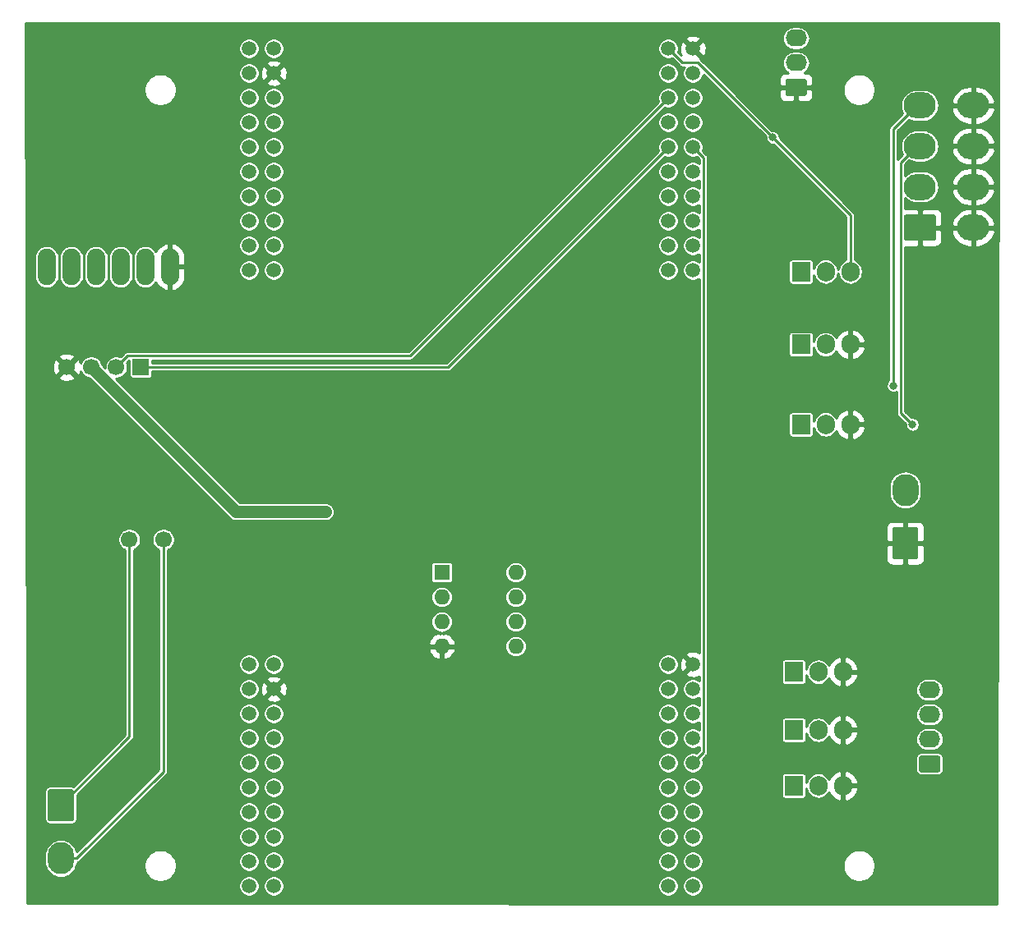
<source format=gbr>
G04 #@! TF.GenerationSoftware,KiCad,Pcbnew,(5.1.4)-1*
G04 #@! TF.CreationDate,2020-01-27T21:00:09-05:00*
G04 #@! TF.ProjectId,PCB_2020,5043425f-3230-4323-902e-6b696361645f,rev?*
G04 #@! TF.SameCoordinates,Original*
G04 #@! TF.FileFunction,Copper,L2,Bot*
G04 #@! TF.FilePolarity,Positive*
%FSLAX46Y46*%
G04 Gerber Fmt 4.6, Leading zero omitted, Abs format (unit mm)*
G04 Created by KiCad (PCBNEW (5.1.4)-1) date 2020-01-27 21:00:09*
%MOMM*%
%LPD*%
G04 APERTURE LIST*
%ADD10O,1.905000X2.000000*%
%ADD11R,1.905000X2.000000*%
%ADD12C,1.700000*%
%ADD13R,1.700000X1.700000*%
%ADD14O,2.700000X3.300000*%
%ADD15C,0.100000*%
%ADD16C,2.700000*%
%ADD17O,3.300000X2.700000*%
%ADD18C,1.500000*%
%ADD19R,1.600000X1.600000*%
%ADD20O,1.600000X1.600000*%
%ADD21O,2.200000X1.740000*%
%ADD22C,1.740000*%
%ADD23O,1.879600X3.759200*%
%ADD24C,0.800000*%
%ADD25C,1.250000*%
%ADD26C,0.250000*%
%ADD27C,0.254000*%
G04 APERTURE END LIST*
D10*
X181080000Y-73750000D03*
X178540000Y-73750000D03*
D11*
X176000000Y-73750000D03*
D12*
X100380000Y-83590000D03*
X102890000Y-83590000D03*
X105460000Y-83590000D03*
D13*
X108000000Y-83590000D03*
D12*
X106808000Y-101370000D03*
X110308000Y-101370000D03*
D14*
X99750000Y-134250000D03*
D15*
G36*
X100874503Y-127101204D02*
G01*
X100898772Y-127104804D01*
X100922570Y-127110765D01*
X100945670Y-127119030D01*
X100967849Y-127129520D01*
X100988892Y-127142133D01*
X101008598Y-127156748D01*
X101026776Y-127173224D01*
X101043252Y-127191402D01*
X101057867Y-127211108D01*
X101070480Y-127232151D01*
X101080970Y-127254330D01*
X101089235Y-127277430D01*
X101095196Y-127301228D01*
X101098796Y-127325497D01*
X101100000Y-127350001D01*
X101100000Y-130149999D01*
X101098796Y-130174503D01*
X101095196Y-130198772D01*
X101089235Y-130222570D01*
X101080970Y-130245670D01*
X101070480Y-130267849D01*
X101057867Y-130288892D01*
X101043252Y-130308598D01*
X101026776Y-130326776D01*
X101008598Y-130343252D01*
X100988892Y-130357867D01*
X100967849Y-130370480D01*
X100945670Y-130380970D01*
X100922570Y-130389235D01*
X100898772Y-130395196D01*
X100874503Y-130398796D01*
X100849999Y-130400000D01*
X98650001Y-130400000D01*
X98625497Y-130398796D01*
X98601228Y-130395196D01*
X98577430Y-130389235D01*
X98554330Y-130380970D01*
X98532151Y-130370480D01*
X98511108Y-130357867D01*
X98491402Y-130343252D01*
X98473224Y-130326776D01*
X98456748Y-130308598D01*
X98442133Y-130288892D01*
X98429520Y-130267849D01*
X98419030Y-130245670D01*
X98410765Y-130222570D01*
X98404804Y-130198772D01*
X98401204Y-130174503D01*
X98400000Y-130149999D01*
X98400000Y-127350001D01*
X98401204Y-127325497D01*
X98404804Y-127301228D01*
X98410765Y-127277430D01*
X98419030Y-127254330D01*
X98429520Y-127232151D01*
X98442133Y-127211108D01*
X98456748Y-127191402D01*
X98473224Y-127173224D01*
X98491402Y-127156748D01*
X98511108Y-127142133D01*
X98532151Y-127129520D01*
X98554330Y-127119030D01*
X98577430Y-127110765D01*
X98601228Y-127104804D01*
X98625497Y-127101204D01*
X98650001Y-127100000D01*
X100849999Y-127100000D01*
X100874503Y-127101204D01*
X100874503Y-127101204D01*
G37*
D16*
X99750000Y-128750000D03*
D17*
X193750000Y-56600000D03*
X193750000Y-60800000D03*
X193750000Y-65000000D03*
X193750000Y-69200000D03*
X188250000Y-56600000D03*
X188250000Y-60800000D03*
X188250000Y-65000000D03*
D15*
G36*
X189674503Y-67851204D02*
G01*
X189698772Y-67854804D01*
X189722570Y-67860765D01*
X189745670Y-67869030D01*
X189767849Y-67879520D01*
X189788892Y-67892133D01*
X189808598Y-67906748D01*
X189826776Y-67923224D01*
X189843252Y-67941402D01*
X189857867Y-67961108D01*
X189870480Y-67982151D01*
X189880970Y-68004330D01*
X189889235Y-68027430D01*
X189895196Y-68051228D01*
X189898796Y-68075497D01*
X189900000Y-68100001D01*
X189900000Y-70299999D01*
X189898796Y-70324503D01*
X189895196Y-70348772D01*
X189889235Y-70372570D01*
X189880970Y-70395670D01*
X189870480Y-70417849D01*
X189857867Y-70438892D01*
X189843252Y-70458598D01*
X189826776Y-70476776D01*
X189808598Y-70493252D01*
X189788892Y-70507867D01*
X189767849Y-70520480D01*
X189745670Y-70530970D01*
X189722570Y-70539235D01*
X189698772Y-70545196D01*
X189674503Y-70548796D01*
X189649999Y-70550000D01*
X186850001Y-70550000D01*
X186825497Y-70548796D01*
X186801228Y-70545196D01*
X186777430Y-70539235D01*
X186754330Y-70530970D01*
X186732151Y-70520480D01*
X186711108Y-70507867D01*
X186691402Y-70493252D01*
X186673224Y-70476776D01*
X186656748Y-70458598D01*
X186642133Y-70438892D01*
X186629520Y-70417849D01*
X186619030Y-70395670D01*
X186610765Y-70372570D01*
X186604804Y-70348772D01*
X186601204Y-70324503D01*
X186600000Y-70299999D01*
X186600000Y-68100001D01*
X186601204Y-68075497D01*
X186604804Y-68051228D01*
X186610765Y-68027430D01*
X186619030Y-68004330D01*
X186629520Y-67982151D01*
X186642133Y-67961108D01*
X186656748Y-67941402D01*
X186673224Y-67923224D01*
X186691402Y-67906748D01*
X186711108Y-67892133D01*
X186732151Y-67879520D01*
X186754330Y-67869030D01*
X186777430Y-67860765D01*
X186801228Y-67854804D01*
X186825497Y-67851204D01*
X186850001Y-67850000D01*
X189649999Y-67850000D01*
X189674503Y-67851204D01*
X189674503Y-67851204D01*
G37*
D16*
X188250000Y-69200000D03*
D18*
X119155000Y-50741000D03*
X119155000Y-53281000D03*
X119155000Y-55821000D03*
X119155000Y-58361000D03*
X119155000Y-60901000D03*
X119155000Y-63441000D03*
X119155000Y-65981000D03*
X119155000Y-68521000D03*
X119155000Y-71061000D03*
X119155000Y-73601000D03*
X121695000Y-63441000D03*
X121695000Y-65981000D03*
X121695000Y-60901000D03*
X121695000Y-50741000D03*
X121695000Y-73601000D03*
X121695000Y-58361000D03*
X121695000Y-55821000D03*
X121695000Y-53281000D03*
X121695000Y-71061000D03*
X121695000Y-68521000D03*
X162335200Y-73601000D03*
X162335200Y-68521000D03*
X162335200Y-65981000D03*
X162335200Y-71061000D03*
X162335200Y-63441000D03*
X162335200Y-60901000D03*
X162335200Y-58361000D03*
X162335200Y-55821000D03*
X162335200Y-50741000D03*
X162335200Y-53281000D03*
X164875000Y-55821000D03*
X164875000Y-63441000D03*
X164875000Y-60901000D03*
X164875000Y-65981000D03*
X164875000Y-50741000D03*
X164875000Y-71061000D03*
X164875000Y-73601000D03*
X164875000Y-68521000D03*
X164875000Y-58361000D03*
X164875000Y-53281000D03*
X164875000Y-114241000D03*
X164875000Y-116781000D03*
X164875000Y-119321000D03*
X164875000Y-121861000D03*
X164875000Y-132021000D03*
X164875000Y-134561000D03*
X164875000Y-137101000D03*
X164875000Y-129481000D03*
X164875000Y-126941000D03*
X164875000Y-124401000D03*
X162335200Y-119321000D03*
X162335200Y-126941000D03*
X162335200Y-124401000D03*
X162335200Y-129481000D03*
X162335200Y-114241000D03*
X162335200Y-134561000D03*
X162335200Y-137101000D03*
X162335200Y-132021000D03*
X162335200Y-121861000D03*
X162335200Y-116781000D03*
X121695000Y-119321000D03*
X121695000Y-126941000D03*
X121695000Y-129481000D03*
X119155000Y-137101000D03*
X121695000Y-132021000D03*
X121695000Y-134561000D03*
X121695000Y-121861000D03*
X121695000Y-137101000D03*
X119155000Y-132021000D03*
X119155000Y-129481000D03*
X121695000Y-124401000D03*
X119155000Y-134561000D03*
X121695000Y-116781000D03*
X121695000Y-114241000D03*
X119155000Y-126941000D03*
X119155000Y-124401000D03*
X119155000Y-121861000D03*
X119155000Y-119321000D03*
X119155000Y-114241000D03*
X119155000Y-116781000D03*
D14*
X186750000Y-96250000D03*
D15*
G36*
X187874503Y-100101204D02*
G01*
X187898772Y-100104804D01*
X187922570Y-100110765D01*
X187945670Y-100119030D01*
X187967849Y-100129520D01*
X187988892Y-100142133D01*
X188008598Y-100156748D01*
X188026776Y-100173224D01*
X188043252Y-100191402D01*
X188057867Y-100211108D01*
X188070480Y-100232151D01*
X188080970Y-100254330D01*
X188089235Y-100277430D01*
X188095196Y-100301228D01*
X188098796Y-100325497D01*
X188100000Y-100350001D01*
X188100000Y-103149999D01*
X188098796Y-103174503D01*
X188095196Y-103198772D01*
X188089235Y-103222570D01*
X188080970Y-103245670D01*
X188070480Y-103267849D01*
X188057867Y-103288892D01*
X188043252Y-103308598D01*
X188026776Y-103326776D01*
X188008598Y-103343252D01*
X187988892Y-103357867D01*
X187967849Y-103370480D01*
X187945670Y-103380970D01*
X187922570Y-103389235D01*
X187898772Y-103395196D01*
X187874503Y-103398796D01*
X187849999Y-103400000D01*
X185650001Y-103400000D01*
X185625497Y-103398796D01*
X185601228Y-103395196D01*
X185577430Y-103389235D01*
X185554330Y-103380970D01*
X185532151Y-103370480D01*
X185511108Y-103357867D01*
X185491402Y-103343252D01*
X185473224Y-103326776D01*
X185456748Y-103308598D01*
X185442133Y-103288892D01*
X185429520Y-103267849D01*
X185419030Y-103245670D01*
X185410765Y-103222570D01*
X185404804Y-103198772D01*
X185401204Y-103174503D01*
X185400000Y-103149999D01*
X185400000Y-100350001D01*
X185401204Y-100325497D01*
X185404804Y-100301228D01*
X185410765Y-100277430D01*
X185419030Y-100254330D01*
X185429520Y-100232151D01*
X185442133Y-100211108D01*
X185456748Y-100191402D01*
X185473224Y-100173224D01*
X185491402Y-100156748D01*
X185511108Y-100142133D01*
X185532151Y-100129520D01*
X185554330Y-100119030D01*
X185577430Y-100110765D01*
X185601228Y-100104804D01*
X185625497Y-100101204D01*
X185650001Y-100100000D01*
X187849999Y-100100000D01*
X187874503Y-100101204D01*
X187874503Y-100101204D01*
G37*
D16*
X186750000Y-101750000D03*
D11*
X175250000Y-115000000D03*
D10*
X177790000Y-115000000D03*
X180330000Y-115000000D03*
D11*
X175250000Y-121000000D03*
D10*
X177790000Y-121000000D03*
X180330000Y-121000000D03*
D11*
X175250000Y-126750000D03*
D10*
X177790000Y-126750000D03*
X180330000Y-126750000D03*
D11*
X176000000Y-81250000D03*
D10*
X178540000Y-81250000D03*
X181080000Y-81250000D03*
D11*
X176000000Y-89500000D03*
D10*
X178540000Y-89500000D03*
X181080000Y-89500000D03*
D19*
X139000000Y-104750000D03*
D20*
X146620000Y-112370000D03*
X139000000Y-107290000D03*
X146620000Y-109830000D03*
X139000000Y-109830000D03*
X146620000Y-107290000D03*
X139000000Y-112370000D03*
X146620000Y-104750000D03*
D21*
X189250000Y-116880000D03*
X189250000Y-119420000D03*
X189250000Y-121960000D03*
D15*
G36*
X190124505Y-123631204D02*
G01*
X190148773Y-123634804D01*
X190172572Y-123640765D01*
X190195671Y-123649030D01*
X190217850Y-123659520D01*
X190238893Y-123672132D01*
X190258599Y-123686747D01*
X190276777Y-123703223D01*
X190293253Y-123721401D01*
X190307868Y-123741107D01*
X190320480Y-123762150D01*
X190330970Y-123784329D01*
X190339235Y-123807428D01*
X190345196Y-123831227D01*
X190348796Y-123855495D01*
X190350000Y-123879999D01*
X190350000Y-125120001D01*
X190348796Y-125144505D01*
X190345196Y-125168773D01*
X190339235Y-125192572D01*
X190330970Y-125215671D01*
X190320480Y-125237850D01*
X190307868Y-125258893D01*
X190293253Y-125278599D01*
X190276777Y-125296777D01*
X190258599Y-125313253D01*
X190238893Y-125327868D01*
X190217850Y-125340480D01*
X190195671Y-125350970D01*
X190172572Y-125359235D01*
X190148773Y-125365196D01*
X190124505Y-125368796D01*
X190100001Y-125370000D01*
X188399999Y-125370000D01*
X188375495Y-125368796D01*
X188351227Y-125365196D01*
X188327428Y-125359235D01*
X188304329Y-125350970D01*
X188282150Y-125340480D01*
X188261107Y-125327868D01*
X188241401Y-125313253D01*
X188223223Y-125296777D01*
X188206747Y-125278599D01*
X188192132Y-125258893D01*
X188179520Y-125237850D01*
X188169030Y-125215671D01*
X188160765Y-125192572D01*
X188154804Y-125168773D01*
X188151204Y-125144505D01*
X188150000Y-125120001D01*
X188150000Y-123879999D01*
X188151204Y-123855495D01*
X188154804Y-123831227D01*
X188160765Y-123807428D01*
X188169030Y-123784329D01*
X188179520Y-123762150D01*
X188192132Y-123741107D01*
X188206747Y-123721401D01*
X188223223Y-123703223D01*
X188241401Y-123686747D01*
X188261107Y-123672132D01*
X188282150Y-123659520D01*
X188304329Y-123649030D01*
X188327428Y-123640765D01*
X188351227Y-123634804D01*
X188375495Y-123631204D01*
X188399999Y-123630000D01*
X190100001Y-123630000D01*
X190124505Y-123631204D01*
X190124505Y-123631204D01*
G37*
D22*
X189250000Y-124500000D03*
D21*
X175500000Y-49670000D03*
X175500000Y-52210000D03*
D15*
G36*
X176374505Y-53881204D02*
G01*
X176398773Y-53884804D01*
X176422572Y-53890765D01*
X176445671Y-53899030D01*
X176467850Y-53909520D01*
X176488893Y-53922132D01*
X176508599Y-53936747D01*
X176526777Y-53953223D01*
X176543253Y-53971401D01*
X176557868Y-53991107D01*
X176570480Y-54012150D01*
X176580970Y-54034329D01*
X176589235Y-54057428D01*
X176595196Y-54081227D01*
X176598796Y-54105495D01*
X176600000Y-54129999D01*
X176600000Y-55370001D01*
X176598796Y-55394505D01*
X176595196Y-55418773D01*
X176589235Y-55442572D01*
X176580970Y-55465671D01*
X176570480Y-55487850D01*
X176557868Y-55508893D01*
X176543253Y-55528599D01*
X176526777Y-55546777D01*
X176508599Y-55563253D01*
X176488893Y-55577868D01*
X176467850Y-55590480D01*
X176445671Y-55600970D01*
X176422572Y-55609235D01*
X176398773Y-55615196D01*
X176374505Y-55618796D01*
X176350001Y-55620000D01*
X174649999Y-55620000D01*
X174625495Y-55618796D01*
X174601227Y-55615196D01*
X174577428Y-55609235D01*
X174554329Y-55600970D01*
X174532150Y-55590480D01*
X174511107Y-55577868D01*
X174491401Y-55563253D01*
X174473223Y-55546777D01*
X174456747Y-55528599D01*
X174442132Y-55508893D01*
X174429520Y-55487850D01*
X174419030Y-55465671D01*
X174410765Y-55442572D01*
X174404804Y-55418773D01*
X174401204Y-55394505D01*
X174400000Y-55370001D01*
X174400000Y-54129999D01*
X174401204Y-54105495D01*
X174404804Y-54081227D01*
X174410765Y-54057428D01*
X174419030Y-54034329D01*
X174429520Y-54012150D01*
X174442132Y-53991107D01*
X174456747Y-53971401D01*
X174473223Y-53953223D01*
X174491401Y-53936747D01*
X174511107Y-53922132D01*
X174532150Y-53909520D01*
X174554329Y-53899030D01*
X174577428Y-53890765D01*
X174601227Y-53884804D01*
X174625495Y-53881204D01*
X174649999Y-53880000D01*
X176350001Y-53880000D01*
X176374505Y-53881204D01*
X176374505Y-53881204D01*
G37*
D22*
X175500000Y-54750000D03*
D23*
X98300000Y-73250000D03*
X100840000Y-73250000D03*
X103380000Y-73250000D03*
X105920000Y-73250000D03*
X108460000Y-73250000D03*
X111000000Y-73250000D03*
D24*
X151860000Y-116500000D03*
X146500000Y-94250000D03*
X126500000Y-118500000D03*
X114500000Y-123000000D03*
X126500000Y-55250000D03*
X121275000Y-106500000D03*
X127000000Y-98500000D03*
X173092501Y-59907499D03*
X185500000Y-85500000D03*
X188250000Y-56600000D03*
X187475000Y-89500000D03*
D25*
X117800000Y-98500000D02*
X102890000Y-83590000D01*
X127000000Y-98500000D02*
X117800000Y-98500000D01*
D26*
X181080000Y-72500000D02*
X181080000Y-73750000D01*
X181080000Y-67894998D02*
X181080000Y-72500000D01*
X163800199Y-52205999D02*
X165391001Y-52205999D01*
X162335200Y-50741000D02*
X163800199Y-52205999D01*
X165391001Y-52205999D02*
X173092501Y-59907499D01*
X180967501Y-67782499D02*
X181080000Y-67894998D01*
X173092501Y-59907499D02*
X180967501Y-67782499D01*
X165624999Y-123651001D02*
X164875000Y-124401000D01*
X165950001Y-123325999D02*
X165624999Y-123651001D01*
X165950001Y-61976001D02*
X165950001Y-123325999D01*
X164875000Y-60901000D02*
X165950001Y-61976001D01*
X187950000Y-56600000D02*
X188250000Y-56600000D01*
X185500000Y-59050000D02*
X187950000Y-56600000D01*
X185500000Y-85500000D02*
X185500000Y-59050000D01*
X187950000Y-60800000D02*
X188250000Y-60800000D01*
X186274990Y-62475010D02*
X187950000Y-60800000D01*
X186274990Y-88299990D02*
X186274990Y-62475010D01*
X187475000Y-89500000D02*
X186274990Y-88299990D01*
X106309999Y-82740001D02*
X105460000Y-83590000D01*
X106635001Y-82414999D02*
X106309999Y-82740001D01*
X135741201Y-82414999D02*
X106635001Y-82414999D01*
X162335200Y-55821000D02*
X135741201Y-82414999D01*
X139646200Y-83590000D02*
X108000000Y-83590000D01*
X162335200Y-60901000D02*
X139646200Y-83590000D01*
X106808000Y-121692000D02*
X99750000Y-128750000D01*
X106808000Y-101370000D02*
X106808000Y-121692000D01*
X101350000Y-134250000D02*
X99750000Y-134250000D01*
X110308000Y-125292000D02*
X101350000Y-134250000D01*
X110308000Y-101370000D02*
X110308000Y-125292000D01*
D27*
G36*
X196188337Y-138918373D02*
G01*
X96311664Y-138827627D01*
X96307939Y-136994925D01*
X118078000Y-136994925D01*
X118078000Y-137207075D01*
X118119389Y-137415149D01*
X118200575Y-137611151D01*
X118318440Y-137787547D01*
X118468453Y-137937560D01*
X118644849Y-138055425D01*
X118840851Y-138136611D01*
X119048925Y-138178000D01*
X119261075Y-138178000D01*
X119469149Y-138136611D01*
X119665151Y-138055425D01*
X119841547Y-137937560D01*
X119991560Y-137787547D01*
X120109425Y-137611151D01*
X120190611Y-137415149D01*
X120232000Y-137207075D01*
X120232000Y-136994925D01*
X120618000Y-136994925D01*
X120618000Y-137207075D01*
X120659389Y-137415149D01*
X120740575Y-137611151D01*
X120858440Y-137787547D01*
X121008453Y-137937560D01*
X121184849Y-138055425D01*
X121380851Y-138136611D01*
X121588925Y-138178000D01*
X121801075Y-138178000D01*
X122009149Y-138136611D01*
X122205151Y-138055425D01*
X122381547Y-137937560D01*
X122531560Y-137787547D01*
X122649425Y-137611151D01*
X122730611Y-137415149D01*
X122772000Y-137207075D01*
X122772000Y-136994925D01*
X161258200Y-136994925D01*
X161258200Y-137207075D01*
X161299589Y-137415149D01*
X161380775Y-137611151D01*
X161498640Y-137787547D01*
X161648653Y-137937560D01*
X161825049Y-138055425D01*
X162021051Y-138136611D01*
X162229125Y-138178000D01*
X162441275Y-138178000D01*
X162649349Y-138136611D01*
X162845351Y-138055425D01*
X163021747Y-137937560D01*
X163171760Y-137787547D01*
X163289625Y-137611151D01*
X163370811Y-137415149D01*
X163412200Y-137207075D01*
X163412200Y-136994925D01*
X163798000Y-136994925D01*
X163798000Y-137207075D01*
X163839389Y-137415149D01*
X163920575Y-137611151D01*
X164038440Y-137787547D01*
X164188453Y-137937560D01*
X164364849Y-138055425D01*
X164560851Y-138136611D01*
X164768925Y-138178000D01*
X164981075Y-138178000D01*
X165189149Y-138136611D01*
X165385151Y-138055425D01*
X165561547Y-137937560D01*
X165711560Y-137787547D01*
X165829425Y-137611151D01*
X165910611Y-137415149D01*
X165952000Y-137207075D01*
X165952000Y-136994925D01*
X165910611Y-136786851D01*
X165829425Y-136590849D01*
X165711560Y-136414453D01*
X165561547Y-136264440D01*
X165385151Y-136146575D01*
X165189149Y-136065389D01*
X164981075Y-136024000D01*
X164768925Y-136024000D01*
X164560851Y-136065389D01*
X164364849Y-136146575D01*
X164188453Y-136264440D01*
X164038440Y-136414453D01*
X163920575Y-136590849D01*
X163839389Y-136786851D01*
X163798000Y-136994925D01*
X163412200Y-136994925D01*
X163370811Y-136786851D01*
X163289625Y-136590849D01*
X163171760Y-136414453D01*
X163021747Y-136264440D01*
X162845351Y-136146575D01*
X162649349Y-136065389D01*
X162441275Y-136024000D01*
X162229125Y-136024000D01*
X162021051Y-136065389D01*
X161825049Y-136146575D01*
X161648653Y-136264440D01*
X161498640Y-136414453D01*
X161380775Y-136590849D01*
X161299589Y-136786851D01*
X161258200Y-136994925D01*
X122772000Y-136994925D01*
X122730611Y-136786851D01*
X122649425Y-136590849D01*
X122531560Y-136414453D01*
X122381547Y-136264440D01*
X122205151Y-136146575D01*
X122009149Y-136065389D01*
X121801075Y-136024000D01*
X121588925Y-136024000D01*
X121380851Y-136065389D01*
X121184849Y-136146575D01*
X121008453Y-136264440D01*
X120858440Y-136414453D01*
X120740575Y-136590849D01*
X120659389Y-136786851D01*
X120618000Y-136994925D01*
X120232000Y-136994925D01*
X120190611Y-136786851D01*
X120109425Y-136590849D01*
X119991560Y-136414453D01*
X119841547Y-136264440D01*
X119665151Y-136146575D01*
X119469149Y-136065389D01*
X119261075Y-136024000D01*
X119048925Y-136024000D01*
X118840851Y-136065389D01*
X118644849Y-136146575D01*
X118468453Y-136264440D01*
X118318440Y-136414453D01*
X118200575Y-136590849D01*
X118119389Y-136786851D01*
X118078000Y-136994925D01*
X96307939Y-136994925D01*
X96301580Y-133867618D01*
X98073000Y-133867618D01*
X98073000Y-134632383D01*
X98097265Y-134878749D01*
X98193158Y-135194865D01*
X98348879Y-135486199D01*
X98558444Y-135741556D01*
X98813802Y-135951121D01*
X99105136Y-136106842D01*
X99421252Y-136202735D01*
X99750000Y-136235114D01*
X100078749Y-136202735D01*
X100394865Y-136106842D01*
X100686199Y-135951121D01*
X100941556Y-135741556D01*
X101151121Y-135486199D01*
X101306842Y-135194865D01*
X101402735Y-134878748D01*
X101407060Y-134834830D01*
X108323000Y-134834830D01*
X108323000Y-135165170D01*
X108387446Y-135489163D01*
X108513862Y-135794357D01*
X108697389Y-136069025D01*
X108930975Y-136302611D01*
X109205643Y-136486138D01*
X109510837Y-136612554D01*
X109834830Y-136677000D01*
X110165170Y-136677000D01*
X110489163Y-136612554D01*
X110794357Y-136486138D01*
X111069025Y-136302611D01*
X111302611Y-136069025D01*
X111486138Y-135794357D01*
X111612554Y-135489163D01*
X111677000Y-135165170D01*
X111677000Y-134834830D01*
X111612554Y-134510837D01*
X111589395Y-134454925D01*
X118078000Y-134454925D01*
X118078000Y-134667075D01*
X118119389Y-134875149D01*
X118200575Y-135071151D01*
X118318440Y-135247547D01*
X118468453Y-135397560D01*
X118644849Y-135515425D01*
X118840851Y-135596611D01*
X119048925Y-135638000D01*
X119261075Y-135638000D01*
X119469149Y-135596611D01*
X119665151Y-135515425D01*
X119841547Y-135397560D01*
X119991560Y-135247547D01*
X120109425Y-135071151D01*
X120190611Y-134875149D01*
X120232000Y-134667075D01*
X120232000Y-134454925D01*
X120618000Y-134454925D01*
X120618000Y-134667075D01*
X120659389Y-134875149D01*
X120740575Y-135071151D01*
X120858440Y-135247547D01*
X121008453Y-135397560D01*
X121184849Y-135515425D01*
X121380851Y-135596611D01*
X121588925Y-135638000D01*
X121801075Y-135638000D01*
X122009149Y-135596611D01*
X122205151Y-135515425D01*
X122381547Y-135397560D01*
X122531560Y-135247547D01*
X122649425Y-135071151D01*
X122730611Y-134875149D01*
X122772000Y-134667075D01*
X122772000Y-134454925D01*
X161258200Y-134454925D01*
X161258200Y-134667075D01*
X161299589Y-134875149D01*
X161380775Y-135071151D01*
X161498640Y-135247547D01*
X161648653Y-135397560D01*
X161825049Y-135515425D01*
X162021051Y-135596611D01*
X162229125Y-135638000D01*
X162441275Y-135638000D01*
X162649349Y-135596611D01*
X162845351Y-135515425D01*
X163021747Y-135397560D01*
X163171760Y-135247547D01*
X163289625Y-135071151D01*
X163370811Y-134875149D01*
X163412200Y-134667075D01*
X163412200Y-134454925D01*
X163798000Y-134454925D01*
X163798000Y-134667075D01*
X163839389Y-134875149D01*
X163920575Y-135071151D01*
X164038440Y-135247547D01*
X164188453Y-135397560D01*
X164364849Y-135515425D01*
X164560851Y-135596611D01*
X164768925Y-135638000D01*
X164981075Y-135638000D01*
X165189149Y-135596611D01*
X165385151Y-135515425D01*
X165561547Y-135397560D01*
X165711560Y-135247547D01*
X165829425Y-135071151D01*
X165910611Y-134875149D01*
X165918631Y-134834830D01*
X180323000Y-134834830D01*
X180323000Y-135165170D01*
X180387446Y-135489163D01*
X180513862Y-135794357D01*
X180697389Y-136069025D01*
X180930975Y-136302611D01*
X181205643Y-136486138D01*
X181510837Y-136612554D01*
X181834830Y-136677000D01*
X182165170Y-136677000D01*
X182489163Y-136612554D01*
X182794357Y-136486138D01*
X183069025Y-136302611D01*
X183302611Y-136069025D01*
X183486138Y-135794357D01*
X183612554Y-135489163D01*
X183677000Y-135165170D01*
X183677000Y-134834830D01*
X183612554Y-134510837D01*
X183486138Y-134205643D01*
X183302611Y-133930975D01*
X183069025Y-133697389D01*
X182794357Y-133513862D01*
X182489163Y-133387446D01*
X182165170Y-133323000D01*
X181834830Y-133323000D01*
X181510837Y-133387446D01*
X181205643Y-133513862D01*
X180930975Y-133697389D01*
X180697389Y-133930975D01*
X180513862Y-134205643D01*
X180387446Y-134510837D01*
X180323000Y-134834830D01*
X165918631Y-134834830D01*
X165952000Y-134667075D01*
X165952000Y-134454925D01*
X165910611Y-134246851D01*
X165829425Y-134050849D01*
X165711560Y-133874453D01*
X165561547Y-133724440D01*
X165385151Y-133606575D01*
X165189149Y-133525389D01*
X164981075Y-133484000D01*
X164768925Y-133484000D01*
X164560851Y-133525389D01*
X164364849Y-133606575D01*
X164188453Y-133724440D01*
X164038440Y-133874453D01*
X163920575Y-134050849D01*
X163839389Y-134246851D01*
X163798000Y-134454925D01*
X163412200Y-134454925D01*
X163370811Y-134246851D01*
X163289625Y-134050849D01*
X163171760Y-133874453D01*
X163021747Y-133724440D01*
X162845351Y-133606575D01*
X162649349Y-133525389D01*
X162441275Y-133484000D01*
X162229125Y-133484000D01*
X162021051Y-133525389D01*
X161825049Y-133606575D01*
X161648653Y-133724440D01*
X161498640Y-133874453D01*
X161380775Y-134050849D01*
X161299589Y-134246851D01*
X161258200Y-134454925D01*
X122772000Y-134454925D01*
X122730611Y-134246851D01*
X122649425Y-134050849D01*
X122531560Y-133874453D01*
X122381547Y-133724440D01*
X122205151Y-133606575D01*
X122009149Y-133525389D01*
X121801075Y-133484000D01*
X121588925Y-133484000D01*
X121380851Y-133525389D01*
X121184849Y-133606575D01*
X121008453Y-133724440D01*
X120858440Y-133874453D01*
X120740575Y-134050849D01*
X120659389Y-134246851D01*
X120618000Y-134454925D01*
X120232000Y-134454925D01*
X120190611Y-134246851D01*
X120109425Y-134050849D01*
X119991560Y-133874453D01*
X119841547Y-133724440D01*
X119665151Y-133606575D01*
X119469149Y-133525389D01*
X119261075Y-133484000D01*
X119048925Y-133484000D01*
X118840851Y-133525389D01*
X118644849Y-133606575D01*
X118468453Y-133724440D01*
X118318440Y-133874453D01*
X118200575Y-134050849D01*
X118119389Y-134246851D01*
X118078000Y-134454925D01*
X111589395Y-134454925D01*
X111486138Y-134205643D01*
X111302611Y-133930975D01*
X111069025Y-133697389D01*
X110794357Y-133513862D01*
X110489163Y-133387446D01*
X110165170Y-133323000D01*
X109834830Y-133323000D01*
X109510837Y-133387446D01*
X109205643Y-133513862D01*
X108930975Y-133697389D01*
X108697389Y-133930975D01*
X108513862Y-134205643D01*
X108387446Y-134510837D01*
X108323000Y-134834830D01*
X101407060Y-134834830D01*
X101420613Y-134697232D01*
X101438607Y-134695460D01*
X101523810Y-134669614D01*
X101602333Y-134627643D01*
X101671159Y-134571159D01*
X101685323Y-134553900D01*
X104324298Y-131914925D01*
X118078000Y-131914925D01*
X118078000Y-132127075D01*
X118119389Y-132335149D01*
X118200575Y-132531151D01*
X118318440Y-132707547D01*
X118468453Y-132857560D01*
X118644849Y-132975425D01*
X118840851Y-133056611D01*
X119048925Y-133098000D01*
X119261075Y-133098000D01*
X119469149Y-133056611D01*
X119665151Y-132975425D01*
X119841547Y-132857560D01*
X119991560Y-132707547D01*
X120109425Y-132531151D01*
X120190611Y-132335149D01*
X120232000Y-132127075D01*
X120232000Y-131914925D01*
X120618000Y-131914925D01*
X120618000Y-132127075D01*
X120659389Y-132335149D01*
X120740575Y-132531151D01*
X120858440Y-132707547D01*
X121008453Y-132857560D01*
X121184849Y-132975425D01*
X121380851Y-133056611D01*
X121588925Y-133098000D01*
X121801075Y-133098000D01*
X122009149Y-133056611D01*
X122205151Y-132975425D01*
X122381547Y-132857560D01*
X122531560Y-132707547D01*
X122649425Y-132531151D01*
X122730611Y-132335149D01*
X122772000Y-132127075D01*
X122772000Y-131914925D01*
X161258200Y-131914925D01*
X161258200Y-132127075D01*
X161299589Y-132335149D01*
X161380775Y-132531151D01*
X161498640Y-132707547D01*
X161648653Y-132857560D01*
X161825049Y-132975425D01*
X162021051Y-133056611D01*
X162229125Y-133098000D01*
X162441275Y-133098000D01*
X162649349Y-133056611D01*
X162845351Y-132975425D01*
X163021747Y-132857560D01*
X163171760Y-132707547D01*
X163289625Y-132531151D01*
X163370811Y-132335149D01*
X163412200Y-132127075D01*
X163412200Y-131914925D01*
X163798000Y-131914925D01*
X163798000Y-132127075D01*
X163839389Y-132335149D01*
X163920575Y-132531151D01*
X164038440Y-132707547D01*
X164188453Y-132857560D01*
X164364849Y-132975425D01*
X164560851Y-133056611D01*
X164768925Y-133098000D01*
X164981075Y-133098000D01*
X165189149Y-133056611D01*
X165385151Y-132975425D01*
X165561547Y-132857560D01*
X165711560Y-132707547D01*
X165829425Y-132531151D01*
X165910611Y-132335149D01*
X165952000Y-132127075D01*
X165952000Y-131914925D01*
X165910611Y-131706851D01*
X165829425Y-131510849D01*
X165711560Y-131334453D01*
X165561547Y-131184440D01*
X165385151Y-131066575D01*
X165189149Y-130985389D01*
X164981075Y-130944000D01*
X164768925Y-130944000D01*
X164560851Y-130985389D01*
X164364849Y-131066575D01*
X164188453Y-131184440D01*
X164038440Y-131334453D01*
X163920575Y-131510849D01*
X163839389Y-131706851D01*
X163798000Y-131914925D01*
X163412200Y-131914925D01*
X163370811Y-131706851D01*
X163289625Y-131510849D01*
X163171760Y-131334453D01*
X163021747Y-131184440D01*
X162845351Y-131066575D01*
X162649349Y-130985389D01*
X162441275Y-130944000D01*
X162229125Y-130944000D01*
X162021051Y-130985389D01*
X161825049Y-131066575D01*
X161648653Y-131184440D01*
X161498640Y-131334453D01*
X161380775Y-131510849D01*
X161299589Y-131706851D01*
X161258200Y-131914925D01*
X122772000Y-131914925D01*
X122730611Y-131706851D01*
X122649425Y-131510849D01*
X122531560Y-131334453D01*
X122381547Y-131184440D01*
X122205151Y-131066575D01*
X122009149Y-130985389D01*
X121801075Y-130944000D01*
X121588925Y-130944000D01*
X121380851Y-130985389D01*
X121184849Y-131066575D01*
X121008453Y-131184440D01*
X120858440Y-131334453D01*
X120740575Y-131510849D01*
X120659389Y-131706851D01*
X120618000Y-131914925D01*
X120232000Y-131914925D01*
X120190611Y-131706851D01*
X120109425Y-131510849D01*
X119991560Y-131334453D01*
X119841547Y-131184440D01*
X119665151Y-131066575D01*
X119469149Y-130985389D01*
X119261075Y-130944000D01*
X119048925Y-130944000D01*
X118840851Y-130985389D01*
X118644849Y-131066575D01*
X118468453Y-131184440D01*
X118318440Y-131334453D01*
X118200575Y-131510849D01*
X118119389Y-131706851D01*
X118078000Y-131914925D01*
X104324298Y-131914925D01*
X106864298Y-129374925D01*
X118078000Y-129374925D01*
X118078000Y-129587075D01*
X118119389Y-129795149D01*
X118200575Y-129991151D01*
X118318440Y-130167547D01*
X118468453Y-130317560D01*
X118644849Y-130435425D01*
X118840851Y-130516611D01*
X119048925Y-130558000D01*
X119261075Y-130558000D01*
X119469149Y-130516611D01*
X119665151Y-130435425D01*
X119841547Y-130317560D01*
X119991560Y-130167547D01*
X120109425Y-129991151D01*
X120190611Y-129795149D01*
X120232000Y-129587075D01*
X120232000Y-129374925D01*
X120618000Y-129374925D01*
X120618000Y-129587075D01*
X120659389Y-129795149D01*
X120740575Y-129991151D01*
X120858440Y-130167547D01*
X121008453Y-130317560D01*
X121184849Y-130435425D01*
X121380851Y-130516611D01*
X121588925Y-130558000D01*
X121801075Y-130558000D01*
X122009149Y-130516611D01*
X122205151Y-130435425D01*
X122381547Y-130317560D01*
X122531560Y-130167547D01*
X122649425Y-129991151D01*
X122730611Y-129795149D01*
X122772000Y-129587075D01*
X122772000Y-129374925D01*
X161258200Y-129374925D01*
X161258200Y-129587075D01*
X161299589Y-129795149D01*
X161380775Y-129991151D01*
X161498640Y-130167547D01*
X161648653Y-130317560D01*
X161825049Y-130435425D01*
X162021051Y-130516611D01*
X162229125Y-130558000D01*
X162441275Y-130558000D01*
X162649349Y-130516611D01*
X162845351Y-130435425D01*
X163021747Y-130317560D01*
X163171760Y-130167547D01*
X163289625Y-129991151D01*
X163370811Y-129795149D01*
X163412200Y-129587075D01*
X163412200Y-129374925D01*
X163798000Y-129374925D01*
X163798000Y-129587075D01*
X163839389Y-129795149D01*
X163920575Y-129991151D01*
X164038440Y-130167547D01*
X164188453Y-130317560D01*
X164364849Y-130435425D01*
X164560851Y-130516611D01*
X164768925Y-130558000D01*
X164981075Y-130558000D01*
X165189149Y-130516611D01*
X165385151Y-130435425D01*
X165561547Y-130317560D01*
X165711560Y-130167547D01*
X165829425Y-129991151D01*
X165910611Y-129795149D01*
X165952000Y-129587075D01*
X165952000Y-129374925D01*
X165910611Y-129166851D01*
X165829425Y-128970849D01*
X165711560Y-128794453D01*
X165561547Y-128644440D01*
X165385151Y-128526575D01*
X165189149Y-128445389D01*
X164981075Y-128404000D01*
X164768925Y-128404000D01*
X164560851Y-128445389D01*
X164364849Y-128526575D01*
X164188453Y-128644440D01*
X164038440Y-128794453D01*
X163920575Y-128970849D01*
X163839389Y-129166851D01*
X163798000Y-129374925D01*
X163412200Y-129374925D01*
X163370811Y-129166851D01*
X163289625Y-128970849D01*
X163171760Y-128794453D01*
X163021747Y-128644440D01*
X162845351Y-128526575D01*
X162649349Y-128445389D01*
X162441275Y-128404000D01*
X162229125Y-128404000D01*
X162021051Y-128445389D01*
X161825049Y-128526575D01*
X161648653Y-128644440D01*
X161498640Y-128794453D01*
X161380775Y-128970849D01*
X161299589Y-129166851D01*
X161258200Y-129374925D01*
X122772000Y-129374925D01*
X122730611Y-129166851D01*
X122649425Y-128970849D01*
X122531560Y-128794453D01*
X122381547Y-128644440D01*
X122205151Y-128526575D01*
X122009149Y-128445389D01*
X121801075Y-128404000D01*
X121588925Y-128404000D01*
X121380851Y-128445389D01*
X121184849Y-128526575D01*
X121008453Y-128644440D01*
X120858440Y-128794453D01*
X120740575Y-128970849D01*
X120659389Y-129166851D01*
X120618000Y-129374925D01*
X120232000Y-129374925D01*
X120190611Y-129166851D01*
X120109425Y-128970849D01*
X119991560Y-128794453D01*
X119841547Y-128644440D01*
X119665151Y-128526575D01*
X119469149Y-128445389D01*
X119261075Y-128404000D01*
X119048925Y-128404000D01*
X118840851Y-128445389D01*
X118644849Y-128526575D01*
X118468453Y-128644440D01*
X118318440Y-128794453D01*
X118200575Y-128970849D01*
X118119389Y-129166851D01*
X118078000Y-129374925D01*
X106864298Y-129374925D01*
X109404299Y-126834925D01*
X118078000Y-126834925D01*
X118078000Y-127047075D01*
X118119389Y-127255149D01*
X118200575Y-127451151D01*
X118318440Y-127627547D01*
X118468453Y-127777560D01*
X118644849Y-127895425D01*
X118840851Y-127976611D01*
X119048925Y-128018000D01*
X119261075Y-128018000D01*
X119469149Y-127976611D01*
X119665151Y-127895425D01*
X119841547Y-127777560D01*
X119991560Y-127627547D01*
X120109425Y-127451151D01*
X120190611Y-127255149D01*
X120232000Y-127047075D01*
X120232000Y-126834925D01*
X120618000Y-126834925D01*
X120618000Y-127047075D01*
X120659389Y-127255149D01*
X120740575Y-127451151D01*
X120858440Y-127627547D01*
X121008453Y-127777560D01*
X121184849Y-127895425D01*
X121380851Y-127976611D01*
X121588925Y-128018000D01*
X121801075Y-128018000D01*
X122009149Y-127976611D01*
X122205151Y-127895425D01*
X122381547Y-127777560D01*
X122531560Y-127627547D01*
X122649425Y-127451151D01*
X122730611Y-127255149D01*
X122772000Y-127047075D01*
X122772000Y-126834925D01*
X161258200Y-126834925D01*
X161258200Y-127047075D01*
X161299589Y-127255149D01*
X161380775Y-127451151D01*
X161498640Y-127627547D01*
X161648653Y-127777560D01*
X161825049Y-127895425D01*
X162021051Y-127976611D01*
X162229125Y-128018000D01*
X162441275Y-128018000D01*
X162649349Y-127976611D01*
X162845351Y-127895425D01*
X163021747Y-127777560D01*
X163171760Y-127627547D01*
X163289625Y-127451151D01*
X163370811Y-127255149D01*
X163412200Y-127047075D01*
X163412200Y-126834925D01*
X163798000Y-126834925D01*
X163798000Y-127047075D01*
X163839389Y-127255149D01*
X163920575Y-127451151D01*
X164038440Y-127627547D01*
X164188453Y-127777560D01*
X164364849Y-127895425D01*
X164560851Y-127976611D01*
X164768925Y-128018000D01*
X164981075Y-128018000D01*
X165189149Y-127976611D01*
X165385151Y-127895425D01*
X165561547Y-127777560D01*
X165711560Y-127627547D01*
X165829425Y-127451151D01*
X165910611Y-127255149D01*
X165952000Y-127047075D01*
X165952000Y-126834925D01*
X165910611Y-126626851D01*
X165829425Y-126430849D01*
X165711560Y-126254453D01*
X165561547Y-126104440D01*
X165385151Y-125986575D01*
X165189149Y-125905389D01*
X164981075Y-125864000D01*
X164768925Y-125864000D01*
X164560851Y-125905389D01*
X164364849Y-125986575D01*
X164188453Y-126104440D01*
X164038440Y-126254453D01*
X163920575Y-126430849D01*
X163839389Y-126626851D01*
X163798000Y-126834925D01*
X163412200Y-126834925D01*
X163370811Y-126626851D01*
X163289625Y-126430849D01*
X163171760Y-126254453D01*
X163021747Y-126104440D01*
X162845351Y-125986575D01*
X162649349Y-125905389D01*
X162441275Y-125864000D01*
X162229125Y-125864000D01*
X162021051Y-125905389D01*
X161825049Y-125986575D01*
X161648653Y-126104440D01*
X161498640Y-126254453D01*
X161380775Y-126430849D01*
X161299589Y-126626851D01*
X161258200Y-126834925D01*
X122772000Y-126834925D01*
X122730611Y-126626851D01*
X122649425Y-126430849D01*
X122531560Y-126254453D01*
X122381547Y-126104440D01*
X122205151Y-125986575D01*
X122009149Y-125905389D01*
X121801075Y-125864000D01*
X121588925Y-125864000D01*
X121380851Y-125905389D01*
X121184849Y-125986575D01*
X121008453Y-126104440D01*
X120858440Y-126254453D01*
X120740575Y-126430849D01*
X120659389Y-126626851D01*
X120618000Y-126834925D01*
X120232000Y-126834925D01*
X120190611Y-126626851D01*
X120109425Y-126430849D01*
X119991560Y-126254453D01*
X119841547Y-126104440D01*
X119665151Y-125986575D01*
X119469149Y-125905389D01*
X119261075Y-125864000D01*
X119048925Y-125864000D01*
X118840851Y-125905389D01*
X118644849Y-125986575D01*
X118468453Y-126104440D01*
X118318440Y-126254453D01*
X118200575Y-126430849D01*
X118119389Y-126626851D01*
X118078000Y-126834925D01*
X109404299Y-126834925D01*
X110489224Y-125750000D01*
X173968918Y-125750000D01*
X173968918Y-127750000D01*
X173975232Y-127814103D01*
X173993930Y-127875743D01*
X174024294Y-127932550D01*
X174065157Y-127982343D01*
X174114950Y-128023206D01*
X174171757Y-128053570D01*
X174233397Y-128072268D01*
X174297500Y-128078582D01*
X176202500Y-128078582D01*
X176266603Y-128072268D01*
X176328243Y-128053570D01*
X176385050Y-128023206D01*
X176434843Y-127982343D01*
X176475706Y-127932550D01*
X176506070Y-127875743D01*
X176524768Y-127814103D01*
X176531082Y-127750000D01*
X176531082Y-127055143D01*
X176602177Y-127289512D01*
X176720988Y-127511791D01*
X176880881Y-127706620D01*
X177075710Y-127866512D01*
X177297989Y-127985323D01*
X177539175Y-128058486D01*
X177790000Y-128083190D01*
X178040826Y-128058486D01*
X178282012Y-127985323D01*
X178504291Y-127866512D01*
X178699120Y-127706620D01*
X178859012Y-127511790D01*
X178889717Y-127454345D01*
X179020684Y-127693089D01*
X179220563Y-127931315D01*
X179463077Y-128125969D01*
X179738906Y-128269571D01*
X179957020Y-128340563D01*
X180203000Y-128220594D01*
X180203000Y-126877000D01*
X180457000Y-126877000D01*
X180457000Y-128220594D01*
X180702980Y-128340563D01*
X180921094Y-128269571D01*
X181196923Y-128125969D01*
X181439437Y-127931315D01*
X181639316Y-127693089D01*
X181788879Y-127420446D01*
X181882378Y-127123863D01*
X181755570Y-126877000D01*
X180457000Y-126877000D01*
X180203000Y-126877000D01*
X180183000Y-126877000D01*
X180183000Y-126623000D01*
X180203000Y-126623000D01*
X180203000Y-125279406D01*
X180457000Y-125279406D01*
X180457000Y-126623000D01*
X181755570Y-126623000D01*
X181882378Y-126376137D01*
X181788879Y-126079554D01*
X181639316Y-125806911D01*
X181439437Y-125568685D01*
X181196923Y-125374031D01*
X180921094Y-125230429D01*
X180702980Y-125159437D01*
X180457000Y-125279406D01*
X180203000Y-125279406D01*
X179957020Y-125159437D01*
X179738906Y-125230429D01*
X179463077Y-125374031D01*
X179220563Y-125568685D01*
X179020684Y-125806911D01*
X178889717Y-126045654D01*
X178859012Y-125988209D01*
X178699120Y-125793380D01*
X178504290Y-125633488D01*
X178282011Y-125514677D01*
X178040825Y-125441514D01*
X177790000Y-125416810D01*
X177539174Y-125441514D01*
X177297988Y-125514677D01*
X177075709Y-125633488D01*
X176880880Y-125793380D01*
X176720988Y-125988210D01*
X176602177Y-126210489D01*
X176531082Y-126444858D01*
X176531082Y-125750000D01*
X176524768Y-125685897D01*
X176506070Y-125624257D01*
X176475706Y-125567450D01*
X176434843Y-125517657D01*
X176385050Y-125476794D01*
X176328243Y-125446430D01*
X176266603Y-125427732D01*
X176202500Y-125421418D01*
X174297500Y-125421418D01*
X174233397Y-125427732D01*
X174171757Y-125446430D01*
X174114950Y-125476794D01*
X174065157Y-125517657D01*
X174024294Y-125567450D01*
X173993930Y-125624257D01*
X173975232Y-125685897D01*
X173968918Y-125750000D01*
X110489224Y-125750000D01*
X110611911Y-125627314D01*
X110629159Y-125613159D01*
X110685643Y-125544333D01*
X110727614Y-125465810D01*
X110735006Y-125441443D01*
X110753460Y-125380608D01*
X110762187Y-125292001D01*
X110760000Y-125269796D01*
X110760000Y-124294925D01*
X118078000Y-124294925D01*
X118078000Y-124507075D01*
X118119389Y-124715149D01*
X118200575Y-124911151D01*
X118318440Y-125087547D01*
X118468453Y-125237560D01*
X118644849Y-125355425D01*
X118840851Y-125436611D01*
X119048925Y-125478000D01*
X119261075Y-125478000D01*
X119469149Y-125436611D01*
X119665151Y-125355425D01*
X119841547Y-125237560D01*
X119991560Y-125087547D01*
X120109425Y-124911151D01*
X120190611Y-124715149D01*
X120232000Y-124507075D01*
X120232000Y-124294925D01*
X120618000Y-124294925D01*
X120618000Y-124507075D01*
X120659389Y-124715149D01*
X120740575Y-124911151D01*
X120858440Y-125087547D01*
X121008453Y-125237560D01*
X121184849Y-125355425D01*
X121380851Y-125436611D01*
X121588925Y-125478000D01*
X121801075Y-125478000D01*
X122009149Y-125436611D01*
X122205151Y-125355425D01*
X122381547Y-125237560D01*
X122531560Y-125087547D01*
X122649425Y-124911151D01*
X122730611Y-124715149D01*
X122772000Y-124507075D01*
X122772000Y-124294925D01*
X161258200Y-124294925D01*
X161258200Y-124507075D01*
X161299589Y-124715149D01*
X161380775Y-124911151D01*
X161498640Y-125087547D01*
X161648653Y-125237560D01*
X161825049Y-125355425D01*
X162021051Y-125436611D01*
X162229125Y-125478000D01*
X162441275Y-125478000D01*
X162649349Y-125436611D01*
X162845351Y-125355425D01*
X163021747Y-125237560D01*
X163171760Y-125087547D01*
X163289625Y-124911151D01*
X163370811Y-124715149D01*
X163412200Y-124507075D01*
X163412200Y-124294925D01*
X163370811Y-124086851D01*
X163289625Y-123890849D01*
X163171760Y-123714453D01*
X163021747Y-123564440D01*
X162845351Y-123446575D01*
X162649349Y-123365389D01*
X162441275Y-123324000D01*
X162229125Y-123324000D01*
X162021051Y-123365389D01*
X161825049Y-123446575D01*
X161648653Y-123564440D01*
X161498640Y-123714453D01*
X161380775Y-123890849D01*
X161299589Y-124086851D01*
X161258200Y-124294925D01*
X122772000Y-124294925D01*
X122730611Y-124086851D01*
X122649425Y-123890849D01*
X122531560Y-123714453D01*
X122381547Y-123564440D01*
X122205151Y-123446575D01*
X122009149Y-123365389D01*
X121801075Y-123324000D01*
X121588925Y-123324000D01*
X121380851Y-123365389D01*
X121184849Y-123446575D01*
X121008453Y-123564440D01*
X120858440Y-123714453D01*
X120740575Y-123890849D01*
X120659389Y-124086851D01*
X120618000Y-124294925D01*
X120232000Y-124294925D01*
X120190611Y-124086851D01*
X120109425Y-123890849D01*
X119991560Y-123714453D01*
X119841547Y-123564440D01*
X119665151Y-123446575D01*
X119469149Y-123365389D01*
X119261075Y-123324000D01*
X119048925Y-123324000D01*
X118840851Y-123365389D01*
X118644849Y-123446575D01*
X118468453Y-123564440D01*
X118318440Y-123714453D01*
X118200575Y-123890849D01*
X118119389Y-124086851D01*
X118078000Y-124294925D01*
X110760000Y-124294925D01*
X110760000Y-121754925D01*
X118078000Y-121754925D01*
X118078000Y-121967075D01*
X118119389Y-122175149D01*
X118200575Y-122371151D01*
X118318440Y-122547547D01*
X118468453Y-122697560D01*
X118644849Y-122815425D01*
X118840851Y-122896611D01*
X119048925Y-122938000D01*
X119261075Y-122938000D01*
X119469149Y-122896611D01*
X119665151Y-122815425D01*
X119841547Y-122697560D01*
X119991560Y-122547547D01*
X120109425Y-122371151D01*
X120190611Y-122175149D01*
X120232000Y-121967075D01*
X120232000Y-121754925D01*
X120618000Y-121754925D01*
X120618000Y-121967075D01*
X120659389Y-122175149D01*
X120740575Y-122371151D01*
X120858440Y-122547547D01*
X121008453Y-122697560D01*
X121184849Y-122815425D01*
X121380851Y-122896611D01*
X121588925Y-122938000D01*
X121801075Y-122938000D01*
X122009149Y-122896611D01*
X122205151Y-122815425D01*
X122381547Y-122697560D01*
X122531560Y-122547547D01*
X122649425Y-122371151D01*
X122730611Y-122175149D01*
X122772000Y-121967075D01*
X122772000Y-121754925D01*
X161258200Y-121754925D01*
X161258200Y-121967075D01*
X161299589Y-122175149D01*
X161380775Y-122371151D01*
X161498640Y-122547547D01*
X161648653Y-122697560D01*
X161825049Y-122815425D01*
X162021051Y-122896611D01*
X162229125Y-122938000D01*
X162441275Y-122938000D01*
X162649349Y-122896611D01*
X162845351Y-122815425D01*
X163021747Y-122697560D01*
X163171760Y-122547547D01*
X163289625Y-122371151D01*
X163370811Y-122175149D01*
X163412200Y-121967075D01*
X163412200Y-121754925D01*
X163370811Y-121546851D01*
X163289625Y-121350849D01*
X163171760Y-121174453D01*
X163021747Y-121024440D01*
X162845351Y-120906575D01*
X162649349Y-120825389D01*
X162441275Y-120784000D01*
X162229125Y-120784000D01*
X162021051Y-120825389D01*
X161825049Y-120906575D01*
X161648653Y-121024440D01*
X161498640Y-121174453D01*
X161380775Y-121350849D01*
X161299589Y-121546851D01*
X161258200Y-121754925D01*
X122772000Y-121754925D01*
X122730611Y-121546851D01*
X122649425Y-121350849D01*
X122531560Y-121174453D01*
X122381547Y-121024440D01*
X122205151Y-120906575D01*
X122009149Y-120825389D01*
X121801075Y-120784000D01*
X121588925Y-120784000D01*
X121380851Y-120825389D01*
X121184849Y-120906575D01*
X121008453Y-121024440D01*
X120858440Y-121174453D01*
X120740575Y-121350849D01*
X120659389Y-121546851D01*
X120618000Y-121754925D01*
X120232000Y-121754925D01*
X120190611Y-121546851D01*
X120109425Y-121350849D01*
X119991560Y-121174453D01*
X119841547Y-121024440D01*
X119665151Y-120906575D01*
X119469149Y-120825389D01*
X119261075Y-120784000D01*
X119048925Y-120784000D01*
X118840851Y-120825389D01*
X118644849Y-120906575D01*
X118468453Y-121024440D01*
X118318440Y-121174453D01*
X118200575Y-121350849D01*
X118119389Y-121546851D01*
X118078000Y-121754925D01*
X110760000Y-121754925D01*
X110760000Y-119214925D01*
X118078000Y-119214925D01*
X118078000Y-119427075D01*
X118119389Y-119635149D01*
X118200575Y-119831151D01*
X118318440Y-120007547D01*
X118468453Y-120157560D01*
X118644849Y-120275425D01*
X118840851Y-120356611D01*
X119048925Y-120398000D01*
X119261075Y-120398000D01*
X119469149Y-120356611D01*
X119665151Y-120275425D01*
X119841547Y-120157560D01*
X119991560Y-120007547D01*
X120109425Y-119831151D01*
X120190611Y-119635149D01*
X120232000Y-119427075D01*
X120232000Y-119214925D01*
X120618000Y-119214925D01*
X120618000Y-119427075D01*
X120659389Y-119635149D01*
X120740575Y-119831151D01*
X120858440Y-120007547D01*
X121008453Y-120157560D01*
X121184849Y-120275425D01*
X121380851Y-120356611D01*
X121588925Y-120398000D01*
X121801075Y-120398000D01*
X122009149Y-120356611D01*
X122205151Y-120275425D01*
X122381547Y-120157560D01*
X122531560Y-120007547D01*
X122649425Y-119831151D01*
X122730611Y-119635149D01*
X122772000Y-119427075D01*
X122772000Y-119214925D01*
X161258200Y-119214925D01*
X161258200Y-119427075D01*
X161299589Y-119635149D01*
X161380775Y-119831151D01*
X161498640Y-120007547D01*
X161648653Y-120157560D01*
X161825049Y-120275425D01*
X162021051Y-120356611D01*
X162229125Y-120398000D01*
X162441275Y-120398000D01*
X162649349Y-120356611D01*
X162845351Y-120275425D01*
X163021747Y-120157560D01*
X163171760Y-120007547D01*
X163289625Y-119831151D01*
X163370811Y-119635149D01*
X163412200Y-119427075D01*
X163412200Y-119214925D01*
X163370811Y-119006851D01*
X163289625Y-118810849D01*
X163171760Y-118634453D01*
X163021747Y-118484440D01*
X162845351Y-118366575D01*
X162649349Y-118285389D01*
X162441275Y-118244000D01*
X162229125Y-118244000D01*
X162021051Y-118285389D01*
X161825049Y-118366575D01*
X161648653Y-118484440D01*
X161498640Y-118634453D01*
X161380775Y-118810849D01*
X161299589Y-119006851D01*
X161258200Y-119214925D01*
X122772000Y-119214925D01*
X122730611Y-119006851D01*
X122649425Y-118810849D01*
X122531560Y-118634453D01*
X122381547Y-118484440D01*
X122205151Y-118366575D01*
X122009149Y-118285389D01*
X121801075Y-118244000D01*
X121588925Y-118244000D01*
X121380851Y-118285389D01*
X121184849Y-118366575D01*
X121008453Y-118484440D01*
X120858440Y-118634453D01*
X120740575Y-118810849D01*
X120659389Y-119006851D01*
X120618000Y-119214925D01*
X120232000Y-119214925D01*
X120190611Y-119006851D01*
X120109425Y-118810849D01*
X119991560Y-118634453D01*
X119841547Y-118484440D01*
X119665151Y-118366575D01*
X119469149Y-118285389D01*
X119261075Y-118244000D01*
X119048925Y-118244000D01*
X118840851Y-118285389D01*
X118644849Y-118366575D01*
X118468453Y-118484440D01*
X118318440Y-118634453D01*
X118200575Y-118810849D01*
X118119389Y-119006851D01*
X118078000Y-119214925D01*
X110760000Y-119214925D01*
X110760000Y-116674925D01*
X118078000Y-116674925D01*
X118078000Y-116887075D01*
X118119389Y-117095149D01*
X118200575Y-117291151D01*
X118318440Y-117467547D01*
X118468453Y-117617560D01*
X118644849Y-117735425D01*
X118840851Y-117816611D01*
X119048925Y-117858000D01*
X119261075Y-117858000D01*
X119469149Y-117816611D01*
X119658951Y-117737993D01*
X120917612Y-117737993D01*
X120983137Y-117976860D01*
X121230116Y-118092760D01*
X121494960Y-118158250D01*
X121767492Y-118170812D01*
X122037238Y-118129965D01*
X122293832Y-118037277D01*
X122406863Y-117976860D01*
X122472388Y-117737993D01*
X121695000Y-116960605D01*
X120917612Y-117737993D01*
X119658951Y-117737993D01*
X119665151Y-117735425D01*
X119841547Y-117617560D01*
X119991560Y-117467547D01*
X120109425Y-117291151D01*
X120190611Y-117095149D01*
X120232000Y-116887075D01*
X120232000Y-116853492D01*
X120305188Y-116853492D01*
X120346035Y-117123238D01*
X120438723Y-117379832D01*
X120499140Y-117492863D01*
X120738007Y-117558388D01*
X121515395Y-116781000D01*
X121874605Y-116781000D01*
X122651993Y-117558388D01*
X122890860Y-117492863D01*
X123006760Y-117245884D01*
X123072250Y-116981040D01*
X123084812Y-116708508D01*
X123079727Y-116674925D01*
X161258200Y-116674925D01*
X161258200Y-116887075D01*
X161299589Y-117095149D01*
X161380775Y-117291151D01*
X161498640Y-117467547D01*
X161648653Y-117617560D01*
X161825049Y-117735425D01*
X162021051Y-117816611D01*
X162229125Y-117858000D01*
X162441275Y-117858000D01*
X162649349Y-117816611D01*
X162845351Y-117735425D01*
X163021747Y-117617560D01*
X163171760Y-117467547D01*
X163289625Y-117291151D01*
X163370811Y-117095149D01*
X163412200Y-116887075D01*
X163412200Y-116674925D01*
X163370811Y-116466851D01*
X163289625Y-116270849D01*
X163171760Y-116094453D01*
X163021747Y-115944440D01*
X162845351Y-115826575D01*
X162649349Y-115745389D01*
X162441275Y-115704000D01*
X162229125Y-115704000D01*
X162021051Y-115745389D01*
X161825049Y-115826575D01*
X161648653Y-115944440D01*
X161498640Y-116094453D01*
X161380775Y-116270849D01*
X161299589Y-116466851D01*
X161258200Y-116674925D01*
X123079727Y-116674925D01*
X123043965Y-116438762D01*
X122951277Y-116182168D01*
X122890860Y-116069137D01*
X122651993Y-116003612D01*
X121874605Y-116781000D01*
X121515395Y-116781000D01*
X120738007Y-116003612D01*
X120499140Y-116069137D01*
X120383240Y-116316116D01*
X120317750Y-116580960D01*
X120305188Y-116853492D01*
X120232000Y-116853492D01*
X120232000Y-116674925D01*
X120190611Y-116466851D01*
X120109425Y-116270849D01*
X119991560Y-116094453D01*
X119841547Y-115944440D01*
X119665151Y-115826575D01*
X119658952Y-115824007D01*
X120917612Y-115824007D01*
X121695000Y-116601395D01*
X122472388Y-115824007D01*
X122406863Y-115585140D01*
X122159884Y-115469240D01*
X121895040Y-115403750D01*
X121622508Y-115391188D01*
X121352762Y-115432035D01*
X121096168Y-115524723D01*
X120983137Y-115585140D01*
X120917612Y-115824007D01*
X119658952Y-115824007D01*
X119469149Y-115745389D01*
X119261075Y-115704000D01*
X119048925Y-115704000D01*
X118840851Y-115745389D01*
X118644849Y-115826575D01*
X118468453Y-115944440D01*
X118318440Y-116094453D01*
X118200575Y-116270849D01*
X118119389Y-116466851D01*
X118078000Y-116674925D01*
X110760000Y-116674925D01*
X110760000Y-114134925D01*
X118078000Y-114134925D01*
X118078000Y-114347075D01*
X118119389Y-114555149D01*
X118200575Y-114751151D01*
X118318440Y-114927547D01*
X118468453Y-115077560D01*
X118644849Y-115195425D01*
X118840851Y-115276611D01*
X119048925Y-115318000D01*
X119261075Y-115318000D01*
X119469149Y-115276611D01*
X119665151Y-115195425D01*
X119841547Y-115077560D01*
X119991560Y-114927547D01*
X120109425Y-114751151D01*
X120190611Y-114555149D01*
X120232000Y-114347075D01*
X120232000Y-114134925D01*
X120618000Y-114134925D01*
X120618000Y-114347075D01*
X120659389Y-114555149D01*
X120740575Y-114751151D01*
X120858440Y-114927547D01*
X121008453Y-115077560D01*
X121184849Y-115195425D01*
X121380851Y-115276611D01*
X121588925Y-115318000D01*
X121801075Y-115318000D01*
X122009149Y-115276611D01*
X122205151Y-115195425D01*
X122381547Y-115077560D01*
X122531560Y-114927547D01*
X122649425Y-114751151D01*
X122730611Y-114555149D01*
X122772000Y-114347075D01*
X122772000Y-114134925D01*
X161258200Y-114134925D01*
X161258200Y-114347075D01*
X161299589Y-114555149D01*
X161380775Y-114751151D01*
X161498640Y-114927547D01*
X161648653Y-115077560D01*
X161825049Y-115195425D01*
X162021051Y-115276611D01*
X162229125Y-115318000D01*
X162441275Y-115318000D01*
X162649349Y-115276611D01*
X162845351Y-115195425D01*
X163021747Y-115077560D01*
X163171760Y-114927547D01*
X163289625Y-114751151D01*
X163370811Y-114555149D01*
X163412200Y-114347075D01*
X163412200Y-114313492D01*
X163485188Y-114313492D01*
X163526035Y-114583238D01*
X163618723Y-114839832D01*
X163679140Y-114952863D01*
X163918007Y-115018388D01*
X164695395Y-114241000D01*
X163918007Y-113463612D01*
X163679140Y-113529137D01*
X163563240Y-113776116D01*
X163497750Y-114040960D01*
X163485188Y-114313492D01*
X163412200Y-114313492D01*
X163412200Y-114134925D01*
X163370811Y-113926851D01*
X163289625Y-113730849D01*
X163171760Y-113554453D01*
X163021747Y-113404440D01*
X162845351Y-113286575D01*
X162649349Y-113205389D01*
X162441275Y-113164000D01*
X162229125Y-113164000D01*
X162021051Y-113205389D01*
X161825049Y-113286575D01*
X161648653Y-113404440D01*
X161498640Y-113554453D01*
X161380775Y-113730849D01*
X161299589Y-113926851D01*
X161258200Y-114134925D01*
X122772000Y-114134925D01*
X122730611Y-113926851D01*
X122649425Y-113730849D01*
X122531560Y-113554453D01*
X122381547Y-113404440D01*
X122205151Y-113286575D01*
X122009149Y-113205389D01*
X121801075Y-113164000D01*
X121588925Y-113164000D01*
X121380851Y-113205389D01*
X121184849Y-113286575D01*
X121008453Y-113404440D01*
X120858440Y-113554453D01*
X120740575Y-113730849D01*
X120659389Y-113926851D01*
X120618000Y-114134925D01*
X120232000Y-114134925D01*
X120190611Y-113926851D01*
X120109425Y-113730849D01*
X119991560Y-113554453D01*
X119841547Y-113404440D01*
X119665151Y-113286575D01*
X119469149Y-113205389D01*
X119261075Y-113164000D01*
X119048925Y-113164000D01*
X118840851Y-113205389D01*
X118644849Y-113286575D01*
X118468453Y-113404440D01*
X118318440Y-113554453D01*
X118200575Y-113730849D01*
X118119389Y-113926851D01*
X118078000Y-114134925D01*
X110760000Y-114134925D01*
X110760000Y-112719039D01*
X137608096Y-112719039D01*
X137648754Y-112853087D01*
X137768963Y-113107420D01*
X137936481Y-113333414D01*
X138144869Y-113522385D01*
X138386119Y-113667070D01*
X138650960Y-113761909D01*
X138873000Y-113640624D01*
X138873000Y-112497000D01*
X139127000Y-112497000D01*
X139127000Y-113640624D01*
X139349040Y-113761909D01*
X139613881Y-113667070D01*
X139855131Y-113522385D01*
X140063519Y-113333414D01*
X140231037Y-113107420D01*
X140351246Y-112853087D01*
X140391904Y-112719039D01*
X140269915Y-112497000D01*
X139127000Y-112497000D01*
X138873000Y-112497000D01*
X137730085Y-112497000D01*
X137608096Y-112719039D01*
X110760000Y-112719039D01*
X110760000Y-112370000D01*
X145487547Y-112370000D01*
X145509307Y-112590931D01*
X145573750Y-112803371D01*
X145678400Y-112999157D01*
X145819235Y-113170765D01*
X145990843Y-113311600D01*
X146186629Y-113416250D01*
X146399069Y-113480693D01*
X146564635Y-113497000D01*
X146675365Y-113497000D01*
X146840931Y-113480693D01*
X147053371Y-113416250D01*
X147249157Y-113311600D01*
X147420765Y-113170765D01*
X147561600Y-112999157D01*
X147666250Y-112803371D01*
X147730693Y-112590931D01*
X147752453Y-112370000D01*
X147730693Y-112149069D01*
X147666250Y-111936629D01*
X147561600Y-111740843D01*
X147420765Y-111569235D01*
X147249157Y-111428400D01*
X147053371Y-111323750D01*
X146840931Y-111259307D01*
X146675365Y-111243000D01*
X146564635Y-111243000D01*
X146399069Y-111259307D01*
X146186629Y-111323750D01*
X145990843Y-111428400D01*
X145819235Y-111569235D01*
X145678400Y-111740843D01*
X145573750Y-111936629D01*
X145509307Y-112149069D01*
X145487547Y-112370000D01*
X110760000Y-112370000D01*
X110760000Y-112020961D01*
X137608096Y-112020961D01*
X137730085Y-112243000D01*
X138873000Y-112243000D01*
X138873000Y-112223000D01*
X139127000Y-112223000D01*
X139127000Y-112243000D01*
X140269915Y-112243000D01*
X140391904Y-112020961D01*
X140351246Y-111886913D01*
X140231037Y-111632580D01*
X140063519Y-111406586D01*
X139855131Y-111217615D01*
X139613881Y-111072930D01*
X139349040Y-110978091D01*
X139127002Y-111099375D01*
X139127002Y-110949944D01*
X139220931Y-110940693D01*
X139433371Y-110876250D01*
X139629157Y-110771600D01*
X139800765Y-110630765D01*
X139941600Y-110459157D01*
X140046250Y-110263371D01*
X140110693Y-110050931D01*
X140132453Y-109830000D01*
X145487547Y-109830000D01*
X145509307Y-110050931D01*
X145573750Y-110263371D01*
X145678400Y-110459157D01*
X145819235Y-110630765D01*
X145990843Y-110771600D01*
X146186629Y-110876250D01*
X146399069Y-110940693D01*
X146564635Y-110957000D01*
X146675365Y-110957000D01*
X146840931Y-110940693D01*
X147053371Y-110876250D01*
X147249157Y-110771600D01*
X147420765Y-110630765D01*
X147561600Y-110459157D01*
X147666250Y-110263371D01*
X147730693Y-110050931D01*
X147752453Y-109830000D01*
X147730693Y-109609069D01*
X147666250Y-109396629D01*
X147561600Y-109200843D01*
X147420765Y-109029235D01*
X147249157Y-108888400D01*
X147053371Y-108783750D01*
X146840931Y-108719307D01*
X146675365Y-108703000D01*
X146564635Y-108703000D01*
X146399069Y-108719307D01*
X146186629Y-108783750D01*
X145990843Y-108888400D01*
X145819235Y-109029235D01*
X145678400Y-109200843D01*
X145573750Y-109396629D01*
X145509307Y-109609069D01*
X145487547Y-109830000D01*
X140132453Y-109830000D01*
X140110693Y-109609069D01*
X140046250Y-109396629D01*
X139941600Y-109200843D01*
X139800765Y-109029235D01*
X139629157Y-108888400D01*
X139433371Y-108783750D01*
X139220931Y-108719307D01*
X139055365Y-108703000D01*
X138944635Y-108703000D01*
X138779069Y-108719307D01*
X138566629Y-108783750D01*
X138370843Y-108888400D01*
X138199235Y-109029235D01*
X138058400Y-109200843D01*
X137953750Y-109396629D01*
X137889307Y-109609069D01*
X137867547Y-109830000D01*
X137889307Y-110050931D01*
X137953750Y-110263371D01*
X138058400Y-110459157D01*
X138199235Y-110630765D01*
X138370843Y-110771600D01*
X138566629Y-110876250D01*
X138779069Y-110940693D01*
X138872998Y-110949944D01*
X138872998Y-111099375D01*
X138650960Y-110978091D01*
X138386119Y-111072930D01*
X138144869Y-111217615D01*
X137936481Y-111406586D01*
X137768963Y-111632580D01*
X137648754Y-111886913D01*
X137608096Y-112020961D01*
X110760000Y-112020961D01*
X110760000Y-107290000D01*
X137867547Y-107290000D01*
X137889307Y-107510931D01*
X137953750Y-107723371D01*
X138058400Y-107919157D01*
X138199235Y-108090765D01*
X138370843Y-108231600D01*
X138566629Y-108336250D01*
X138779069Y-108400693D01*
X138944635Y-108417000D01*
X139055365Y-108417000D01*
X139220931Y-108400693D01*
X139433371Y-108336250D01*
X139629157Y-108231600D01*
X139800765Y-108090765D01*
X139941600Y-107919157D01*
X140046250Y-107723371D01*
X140110693Y-107510931D01*
X140132453Y-107290000D01*
X145487547Y-107290000D01*
X145509307Y-107510931D01*
X145573750Y-107723371D01*
X145678400Y-107919157D01*
X145819235Y-108090765D01*
X145990843Y-108231600D01*
X146186629Y-108336250D01*
X146399069Y-108400693D01*
X146564635Y-108417000D01*
X146675365Y-108417000D01*
X146840931Y-108400693D01*
X147053371Y-108336250D01*
X147249157Y-108231600D01*
X147420765Y-108090765D01*
X147561600Y-107919157D01*
X147666250Y-107723371D01*
X147730693Y-107510931D01*
X147752453Y-107290000D01*
X147730693Y-107069069D01*
X147666250Y-106856629D01*
X147561600Y-106660843D01*
X147420765Y-106489235D01*
X147249157Y-106348400D01*
X147053371Y-106243750D01*
X146840931Y-106179307D01*
X146675365Y-106163000D01*
X146564635Y-106163000D01*
X146399069Y-106179307D01*
X146186629Y-106243750D01*
X145990843Y-106348400D01*
X145819235Y-106489235D01*
X145678400Y-106660843D01*
X145573750Y-106856629D01*
X145509307Y-107069069D01*
X145487547Y-107290000D01*
X140132453Y-107290000D01*
X140110693Y-107069069D01*
X140046250Y-106856629D01*
X139941600Y-106660843D01*
X139800765Y-106489235D01*
X139629157Y-106348400D01*
X139433371Y-106243750D01*
X139220931Y-106179307D01*
X139055365Y-106163000D01*
X138944635Y-106163000D01*
X138779069Y-106179307D01*
X138566629Y-106243750D01*
X138370843Y-106348400D01*
X138199235Y-106489235D01*
X138058400Y-106660843D01*
X137953750Y-106856629D01*
X137889307Y-107069069D01*
X137867547Y-107290000D01*
X110760000Y-107290000D01*
X110760000Y-103950000D01*
X137871418Y-103950000D01*
X137871418Y-105550000D01*
X137877732Y-105614103D01*
X137896430Y-105675743D01*
X137926794Y-105732550D01*
X137967657Y-105782343D01*
X138017450Y-105823206D01*
X138074257Y-105853570D01*
X138135897Y-105872268D01*
X138200000Y-105878582D01*
X139800000Y-105878582D01*
X139864103Y-105872268D01*
X139925743Y-105853570D01*
X139982550Y-105823206D01*
X140032343Y-105782343D01*
X140073206Y-105732550D01*
X140103570Y-105675743D01*
X140122268Y-105614103D01*
X140128582Y-105550000D01*
X140128582Y-104750000D01*
X145487547Y-104750000D01*
X145509307Y-104970931D01*
X145573750Y-105183371D01*
X145678400Y-105379157D01*
X145819235Y-105550765D01*
X145990843Y-105691600D01*
X146186629Y-105796250D01*
X146399069Y-105860693D01*
X146564635Y-105877000D01*
X146675365Y-105877000D01*
X146840931Y-105860693D01*
X147053371Y-105796250D01*
X147249157Y-105691600D01*
X147420765Y-105550765D01*
X147561600Y-105379157D01*
X147666250Y-105183371D01*
X147730693Y-104970931D01*
X147752453Y-104750000D01*
X147730693Y-104529069D01*
X147666250Y-104316629D01*
X147561600Y-104120843D01*
X147420765Y-103949235D01*
X147249157Y-103808400D01*
X147053371Y-103703750D01*
X146840931Y-103639307D01*
X146675365Y-103623000D01*
X146564635Y-103623000D01*
X146399069Y-103639307D01*
X146186629Y-103703750D01*
X145990843Y-103808400D01*
X145819235Y-103949235D01*
X145678400Y-104120843D01*
X145573750Y-104316629D01*
X145509307Y-104529069D01*
X145487547Y-104750000D01*
X140128582Y-104750000D01*
X140128582Y-103950000D01*
X140122268Y-103885897D01*
X140103570Y-103824257D01*
X140073206Y-103767450D01*
X140032343Y-103717657D01*
X139982550Y-103676794D01*
X139925743Y-103646430D01*
X139864103Y-103627732D01*
X139800000Y-103621418D01*
X138200000Y-103621418D01*
X138135897Y-103627732D01*
X138074257Y-103646430D01*
X138017450Y-103676794D01*
X137967657Y-103717657D01*
X137926794Y-103767450D01*
X137896430Y-103824257D01*
X137877732Y-103885897D01*
X137871418Y-103950000D01*
X110760000Y-103950000D01*
X110760000Y-102456751D01*
X110865519Y-102413044D01*
X111058294Y-102284236D01*
X111222236Y-102120294D01*
X111351044Y-101927519D01*
X111439769Y-101713318D01*
X111485000Y-101485924D01*
X111485000Y-101254076D01*
X111439769Y-101026682D01*
X111351044Y-100812481D01*
X111222236Y-100619706D01*
X111058294Y-100455764D01*
X110865519Y-100326956D01*
X110651318Y-100238231D01*
X110423924Y-100193000D01*
X110192076Y-100193000D01*
X109964682Y-100238231D01*
X109750481Y-100326956D01*
X109557706Y-100455764D01*
X109393764Y-100619706D01*
X109264956Y-100812481D01*
X109176231Y-101026682D01*
X109131000Y-101254076D01*
X109131000Y-101485924D01*
X109176231Y-101713318D01*
X109264956Y-101927519D01*
X109393764Y-102120294D01*
X109557706Y-102284236D01*
X109750481Y-102413044D01*
X109856000Y-102456751D01*
X109856001Y-125104774D01*
X101388023Y-133572754D01*
X101306842Y-133305135D01*
X101151121Y-133013801D01*
X100941556Y-132758444D01*
X100686198Y-132548879D01*
X100394864Y-132393158D01*
X100078748Y-132297265D01*
X99750000Y-132264886D01*
X99421251Y-132297265D01*
X99105135Y-132393158D01*
X98813801Y-132548879D01*
X98558444Y-132758444D01*
X98348879Y-133013802D01*
X98193158Y-133305136D01*
X98097265Y-133621252D01*
X98073000Y-133867618D01*
X96301580Y-133867618D01*
X96288329Y-127350001D01*
X98071418Y-127350001D01*
X98071418Y-130149999D01*
X98082535Y-130262875D01*
X98115460Y-130371413D01*
X98168927Y-130471442D01*
X98240881Y-130559119D01*
X98328558Y-130631073D01*
X98428587Y-130684540D01*
X98537125Y-130717465D01*
X98650001Y-130728582D01*
X100849999Y-130728582D01*
X100962875Y-130717465D01*
X101071413Y-130684540D01*
X101171442Y-130631073D01*
X101259119Y-130559119D01*
X101331073Y-130471442D01*
X101384540Y-130371413D01*
X101417465Y-130262875D01*
X101428582Y-130149999D01*
X101428582Y-127710641D01*
X107111911Y-122027314D01*
X107129159Y-122013159D01*
X107185643Y-121944333D01*
X107227614Y-121865810D01*
X107253460Y-121780607D01*
X107255313Y-121761790D01*
X107262187Y-121692001D01*
X107260000Y-121669796D01*
X107260000Y-102456751D01*
X107365519Y-102413044D01*
X107558294Y-102284236D01*
X107722236Y-102120294D01*
X107851044Y-101927519D01*
X107939769Y-101713318D01*
X107985000Y-101485924D01*
X107985000Y-101254076D01*
X107939769Y-101026682D01*
X107851044Y-100812481D01*
X107722236Y-100619706D01*
X107558294Y-100455764D01*
X107365519Y-100326956D01*
X107151318Y-100238231D01*
X106923924Y-100193000D01*
X106692076Y-100193000D01*
X106464682Y-100238231D01*
X106250481Y-100326956D01*
X106057706Y-100455764D01*
X105893764Y-100619706D01*
X105764956Y-100812481D01*
X105676231Y-101026682D01*
X105631000Y-101254076D01*
X105631000Y-101485924D01*
X105676231Y-101713318D01*
X105764956Y-101927519D01*
X105893764Y-102120294D01*
X106057706Y-102284236D01*
X106250481Y-102413044D01*
X106356000Y-102456751D01*
X106356001Y-121504774D01*
X101051390Y-126809386D01*
X100962875Y-126782535D01*
X100849999Y-126771418D01*
X98650001Y-126771418D01*
X98537125Y-126782535D01*
X98428587Y-126815460D01*
X98328558Y-126868927D01*
X98240881Y-126940881D01*
X98168927Y-127028558D01*
X98115460Y-127128587D01*
X98082535Y-127237125D01*
X98071418Y-127350001D01*
X96288329Y-127350001D01*
X96201452Y-84618397D01*
X99531208Y-84618397D01*
X99608843Y-84867472D01*
X99872883Y-84993371D01*
X100156411Y-85065339D01*
X100448531Y-85080611D01*
X100738019Y-85038599D01*
X101013747Y-84940919D01*
X101151157Y-84867472D01*
X101228792Y-84618397D01*
X100380000Y-83769605D01*
X99531208Y-84618397D01*
X96201452Y-84618397D01*
X96199500Y-83658531D01*
X98889389Y-83658531D01*
X98931401Y-83948019D01*
X99029081Y-84223747D01*
X99102528Y-84361157D01*
X99351603Y-84438792D01*
X100200395Y-83590000D01*
X100559605Y-83590000D01*
X101408397Y-84438792D01*
X101657472Y-84361157D01*
X101783371Y-84097117D01*
X101799598Y-84033187D01*
X101846956Y-84147519D01*
X101975764Y-84340294D01*
X102139706Y-84504236D01*
X102332481Y-84633044D01*
X102546682Y-84721769D01*
X102707409Y-84753739D01*
X117093761Y-99140092D01*
X117123577Y-99176423D01*
X117268538Y-99295389D01*
X117433923Y-99383789D01*
X117613375Y-99438225D01*
X117799999Y-99456606D01*
X117846764Y-99452000D01*
X127046765Y-99452000D01*
X127186625Y-99438225D01*
X127366077Y-99383789D01*
X127531462Y-99295389D01*
X127676423Y-99176423D01*
X127795389Y-99031462D01*
X127883789Y-98866077D01*
X127938225Y-98686625D01*
X127956606Y-98500000D01*
X127938225Y-98313375D01*
X127883789Y-98133923D01*
X127795389Y-97968538D01*
X127676423Y-97823577D01*
X127531462Y-97704611D01*
X127366077Y-97616211D01*
X127186625Y-97561775D01*
X127046765Y-97548000D01*
X118194331Y-97548000D01*
X105413330Y-84767000D01*
X105575924Y-84767000D01*
X105803318Y-84721769D01*
X106017519Y-84633044D01*
X106210294Y-84504236D01*
X106374236Y-84340294D01*
X106503044Y-84147519D01*
X106591769Y-83933318D01*
X106637000Y-83705924D01*
X106637000Y-83474076D01*
X106591769Y-83246682D01*
X106548062Y-83141163D01*
X106645312Y-83043913D01*
X106645320Y-83043903D01*
X106821418Y-82867806D01*
X106821418Y-84440000D01*
X106827732Y-84504103D01*
X106846430Y-84565743D01*
X106876794Y-84622550D01*
X106917657Y-84672343D01*
X106967450Y-84713206D01*
X107024257Y-84743570D01*
X107085897Y-84762268D01*
X107150000Y-84768582D01*
X108850000Y-84768582D01*
X108914103Y-84762268D01*
X108975743Y-84743570D01*
X109032550Y-84713206D01*
X109082343Y-84672343D01*
X109123206Y-84622550D01*
X109153570Y-84565743D01*
X109172268Y-84504103D01*
X109178582Y-84440000D01*
X109178582Y-84042000D01*
X139623995Y-84042000D01*
X139646200Y-84044187D01*
X139668405Y-84042000D01*
X139734807Y-84035460D01*
X139820010Y-84009614D01*
X139898533Y-83967643D01*
X139967359Y-83911159D01*
X139981523Y-83893900D01*
X150380498Y-73494925D01*
X161258200Y-73494925D01*
X161258200Y-73707075D01*
X161299589Y-73915149D01*
X161380775Y-74111151D01*
X161498640Y-74287547D01*
X161648653Y-74437560D01*
X161825049Y-74555425D01*
X162021051Y-74636611D01*
X162229125Y-74678000D01*
X162441275Y-74678000D01*
X162649349Y-74636611D01*
X162845351Y-74555425D01*
X163021747Y-74437560D01*
X163171760Y-74287547D01*
X163289625Y-74111151D01*
X163370811Y-73915149D01*
X163412200Y-73707075D01*
X163412200Y-73494925D01*
X163370811Y-73286851D01*
X163289625Y-73090849D01*
X163171760Y-72914453D01*
X163021747Y-72764440D01*
X162845351Y-72646575D01*
X162649349Y-72565389D01*
X162441275Y-72524000D01*
X162229125Y-72524000D01*
X162021051Y-72565389D01*
X161825049Y-72646575D01*
X161648653Y-72764440D01*
X161498640Y-72914453D01*
X161380775Y-73090849D01*
X161299589Y-73286851D01*
X161258200Y-73494925D01*
X150380498Y-73494925D01*
X152920498Y-70954925D01*
X161258200Y-70954925D01*
X161258200Y-71167075D01*
X161299589Y-71375149D01*
X161380775Y-71571151D01*
X161498640Y-71747547D01*
X161648653Y-71897560D01*
X161825049Y-72015425D01*
X162021051Y-72096611D01*
X162229125Y-72138000D01*
X162441275Y-72138000D01*
X162649349Y-72096611D01*
X162845351Y-72015425D01*
X163021747Y-71897560D01*
X163171760Y-71747547D01*
X163289625Y-71571151D01*
X163370811Y-71375149D01*
X163412200Y-71167075D01*
X163412200Y-70954925D01*
X163370811Y-70746851D01*
X163289625Y-70550849D01*
X163171760Y-70374453D01*
X163021747Y-70224440D01*
X162845351Y-70106575D01*
X162649349Y-70025389D01*
X162441275Y-69984000D01*
X162229125Y-69984000D01*
X162021051Y-70025389D01*
X161825049Y-70106575D01*
X161648653Y-70224440D01*
X161498640Y-70374453D01*
X161380775Y-70550849D01*
X161299589Y-70746851D01*
X161258200Y-70954925D01*
X152920498Y-70954925D01*
X155460498Y-68414925D01*
X161258200Y-68414925D01*
X161258200Y-68627075D01*
X161299589Y-68835149D01*
X161380775Y-69031151D01*
X161498640Y-69207547D01*
X161648653Y-69357560D01*
X161825049Y-69475425D01*
X162021051Y-69556611D01*
X162229125Y-69598000D01*
X162441275Y-69598000D01*
X162649349Y-69556611D01*
X162845351Y-69475425D01*
X163021747Y-69357560D01*
X163171760Y-69207547D01*
X163289625Y-69031151D01*
X163370811Y-68835149D01*
X163412200Y-68627075D01*
X163412200Y-68414925D01*
X163370811Y-68206851D01*
X163289625Y-68010849D01*
X163171760Y-67834453D01*
X163021747Y-67684440D01*
X162845351Y-67566575D01*
X162649349Y-67485389D01*
X162441275Y-67444000D01*
X162229125Y-67444000D01*
X162021051Y-67485389D01*
X161825049Y-67566575D01*
X161648653Y-67684440D01*
X161498640Y-67834453D01*
X161380775Y-68010849D01*
X161299589Y-68206851D01*
X161258200Y-68414925D01*
X155460498Y-68414925D01*
X158000498Y-65874925D01*
X161258200Y-65874925D01*
X161258200Y-66087075D01*
X161299589Y-66295149D01*
X161380775Y-66491151D01*
X161498640Y-66667547D01*
X161648653Y-66817560D01*
X161825049Y-66935425D01*
X162021051Y-67016611D01*
X162229125Y-67058000D01*
X162441275Y-67058000D01*
X162649349Y-67016611D01*
X162845351Y-66935425D01*
X163021747Y-66817560D01*
X163171760Y-66667547D01*
X163289625Y-66491151D01*
X163370811Y-66295149D01*
X163412200Y-66087075D01*
X163412200Y-65874925D01*
X163370811Y-65666851D01*
X163289625Y-65470849D01*
X163171760Y-65294453D01*
X163021747Y-65144440D01*
X162845351Y-65026575D01*
X162649349Y-64945389D01*
X162441275Y-64904000D01*
X162229125Y-64904000D01*
X162021051Y-64945389D01*
X161825049Y-65026575D01*
X161648653Y-65144440D01*
X161498640Y-65294453D01*
X161380775Y-65470849D01*
X161299589Y-65666851D01*
X161258200Y-65874925D01*
X158000498Y-65874925D01*
X160540498Y-63334925D01*
X161258200Y-63334925D01*
X161258200Y-63547075D01*
X161299589Y-63755149D01*
X161380775Y-63951151D01*
X161498640Y-64127547D01*
X161648653Y-64277560D01*
X161825049Y-64395425D01*
X162021051Y-64476611D01*
X162229125Y-64518000D01*
X162441275Y-64518000D01*
X162649349Y-64476611D01*
X162845351Y-64395425D01*
X163021747Y-64277560D01*
X163171760Y-64127547D01*
X163289625Y-63951151D01*
X163370811Y-63755149D01*
X163412200Y-63547075D01*
X163412200Y-63334925D01*
X163370811Y-63126851D01*
X163289625Y-62930849D01*
X163171760Y-62754453D01*
X163021747Y-62604440D01*
X162845351Y-62486575D01*
X162649349Y-62405389D01*
X162441275Y-62364000D01*
X162229125Y-62364000D01*
X162021051Y-62405389D01*
X161825049Y-62486575D01*
X161648653Y-62604440D01*
X161498640Y-62754453D01*
X161380775Y-62930849D01*
X161299589Y-63126851D01*
X161258200Y-63334925D01*
X160540498Y-63334925D01*
X161962900Y-61912524D01*
X162021051Y-61936611D01*
X162229125Y-61978000D01*
X162441275Y-61978000D01*
X162649349Y-61936611D01*
X162845351Y-61855425D01*
X163021747Y-61737560D01*
X163171760Y-61587547D01*
X163289625Y-61411151D01*
X163370811Y-61215149D01*
X163412200Y-61007075D01*
X163412200Y-60794925D01*
X163798000Y-60794925D01*
X163798000Y-61007075D01*
X163839389Y-61215149D01*
X163920575Y-61411151D01*
X164038440Y-61587547D01*
X164188453Y-61737560D01*
X164364849Y-61855425D01*
X164560851Y-61936611D01*
X164768925Y-61978000D01*
X164981075Y-61978000D01*
X165189149Y-61936611D01*
X165247300Y-61912524D01*
X165498001Y-62163225D01*
X165498001Y-62561980D01*
X165385151Y-62486575D01*
X165189149Y-62405389D01*
X164981075Y-62364000D01*
X164768925Y-62364000D01*
X164560851Y-62405389D01*
X164364849Y-62486575D01*
X164188453Y-62604440D01*
X164038440Y-62754453D01*
X163920575Y-62930849D01*
X163839389Y-63126851D01*
X163798000Y-63334925D01*
X163798000Y-63547075D01*
X163839389Y-63755149D01*
X163920575Y-63951151D01*
X164038440Y-64127547D01*
X164188453Y-64277560D01*
X164364849Y-64395425D01*
X164560851Y-64476611D01*
X164768925Y-64518000D01*
X164981075Y-64518000D01*
X165189149Y-64476611D01*
X165385151Y-64395425D01*
X165498001Y-64320020D01*
X165498001Y-65101980D01*
X165385151Y-65026575D01*
X165189149Y-64945389D01*
X164981075Y-64904000D01*
X164768925Y-64904000D01*
X164560851Y-64945389D01*
X164364849Y-65026575D01*
X164188453Y-65144440D01*
X164038440Y-65294453D01*
X163920575Y-65470849D01*
X163839389Y-65666851D01*
X163798000Y-65874925D01*
X163798000Y-66087075D01*
X163839389Y-66295149D01*
X163920575Y-66491151D01*
X164038440Y-66667547D01*
X164188453Y-66817560D01*
X164364849Y-66935425D01*
X164560851Y-67016611D01*
X164768925Y-67058000D01*
X164981075Y-67058000D01*
X165189149Y-67016611D01*
X165385151Y-66935425D01*
X165498001Y-66860020D01*
X165498001Y-67641980D01*
X165385151Y-67566575D01*
X165189149Y-67485389D01*
X164981075Y-67444000D01*
X164768925Y-67444000D01*
X164560851Y-67485389D01*
X164364849Y-67566575D01*
X164188453Y-67684440D01*
X164038440Y-67834453D01*
X163920575Y-68010849D01*
X163839389Y-68206851D01*
X163798000Y-68414925D01*
X163798000Y-68627075D01*
X163839389Y-68835149D01*
X163920575Y-69031151D01*
X164038440Y-69207547D01*
X164188453Y-69357560D01*
X164364849Y-69475425D01*
X164560851Y-69556611D01*
X164768925Y-69598000D01*
X164981075Y-69598000D01*
X165189149Y-69556611D01*
X165385151Y-69475425D01*
X165498001Y-69400020D01*
X165498001Y-70181980D01*
X165385151Y-70106575D01*
X165189149Y-70025389D01*
X164981075Y-69984000D01*
X164768925Y-69984000D01*
X164560851Y-70025389D01*
X164364849Y-70106575D01*
X164188453Y-70224440D01*
X164038440Y-70374453D01*
X163920575Y-70550849D01*
X163839389Y-70746851D01*
X163798000Y-70954925D01*
X163798000Y-71167075D01*
X163839389Y-71375149D01*
X163920575Y-71571151D01*
X164038440Y-71747547D01*
X164188453Y-71897560D01*
X164364849Y-72015425D01*
X164560851Y-72096611D01*
X164768925Y-72138000D01*
X164981075Y-72138000D01*
X165189149Y-72096611D01*
X165385151Y-72015425D01*
X165498001Y-71940020D01*
X165498001Y-72721980D01*
X165385151Y-72646575D01*
X165189149Y-72565389D01*
X164981075Y-72524000D01*
X164768925Y-72524000D01*
X164560851Y-72565389D01*
X164364849Y-72646575D01*
X164188453Y-72764440D01*
X164038440Y-72914453D01*
X163920575Y-73090849D01*
X163839389Y-73286851D01*
X163798000Y-73494925D01*
X163798000Y-73707075D01*
X163839389Y-73915149D01*
X163920575Y-74111151D01*
X164038440Y-74287547D01*
X164188453Y-74437560D01*
X164364849Y-74555425D01*
X164560851Y-74636611D01*
X164768925Y-74678000D01*
X164981075Y-74678000D01*
X165189149Y-74636611D01*
X165385151Y-74555425D01*
X165498001Y-74480020D01*
X165498002Y-113003440D01*
X165339884Y-112929240D01*
X165075040Y-112863750D01*
X164802508Y-112851188D01*
X164532762Y-112892035D01*
X164276168Y-112984723D01*
X164163137Y-113045140D01*
X164097612Y-113284007D01*
X164875000Y-114061395D01*
X164889143Y-114047253D01*
X165068748Y-114226858D01*
X165054605Y-114241000D01*
X165068748Y-114255143D01*
X164889143Y-114434748D01*
X164875000Y-114420605D01*
X164097612Y-115197993D01*
X164163137Y-115436860D01*
X164410116Y-115552760D01*
X164674960Y-115618250D01*
X164947492Y-115630812D01*
X165217238Y-115589965D01*
X165473832Y-115497277D01*
X165498002Y-115484358D01*
X165498002Y-115901980D01*
X165385151Y-115826575D01*
X165189149Y-115745389D01*
X164981075Y-115704000D01*
X164768925Y-115704000D01*
X164560851Y-115745389D01*
X164364849Y-115826575D01*
X164188453Y-115944440D01*
X164038440Y-116094453D01*
X163920575Y-116270849D01*
X163839389Y-116466851D01*
X163798000Y-116674925D01*
X163798000Y-116887075D01*
X163839389Y-117095149D01*
X163920575Y-117291151D01*
X164038440Y-117467547D01*
X164188453Y-117617560D01*
X164364849Y-117735425D01*
X164560851Y-117816611D01*
X164768925Y-117858000D01*
X164981075Y-117858000D01*
X165189149Y-117816611D01*
X165385151Y-117735425D01*
X165498002Y-117660020D01*
X165498002Y-118441980D01*
X165385151Y-118366575D01*
X165189149Y-118285389D01*
X164981075Y-118244000D01*
X164768925Y-118244000D01*
X164560851Y-118285389D01*
X164364849Y-118366575D01*
X164188453Y-118484440D01*
X164038440Y-118634453D01*
X163920575Y-118810849D01*
X163839389Y-119006851D01*
X163798000Y-119214925D01*
X163798000Y-119427075D01*
X163839389Y-119635149D01*
X163920575Y-119831151D01*
X164038440Y-120007547D01*
X164188453Y-120157560D01*
X164364849Y-120275425D01*
X164560851Y-120356611D01*
X164768925Y-120398000D01*
X164981075Y-120398000D01*
X165189149Y-120356611D01*
X165385151Y-120275425D01*
X165498002Y-120200020D01*
X165498002Y-120981980D01*
X165385151Y-120906575D01*
X165189149Y-120825389D01*
X164981075Y-120784000D01*
X164768925Y-120784000D01*
X164560851Y-120825389D01*
X164364849Y-120906575D01*
X164188453Y-121024440D01*
X164038440Y-121174453D01*
X163920575Y-121350849D01*
X163839389Y-121546851D01*
X163798000Y-121754925D01*
X163798000Y-121967075D01*
X163839389Y-122175149D01*
X163920575Y-122371151D01*
X164038440Y-122547547D01*
X164188453Y-122697560D01*
X164364849Y-122815425D01*
X164560851Y-122896611D01*
X164768925Y-122938000D01*
X164981075Y-122938000D01*
X165189149Y-122896611D01*
X165385151Y-122815425D01*
X165498002Y-122740020D01*
X165498002Y-123138774D01*
X165321093Y-123315684D01*
X165321088Y-123315688D01*
X165247300Y-123389476D01*
X165189149Y-123365389D01*
X164981075Y-123324000D01*
X164768925Y-123324000D01*
X164560851Y-123365389D01*
X164364849Y-123446575D01*
X164188453Y-123564440D01*
X164038440Y-123714453D01*
X163920575Y-123890849D01*
X163839389Y-124086851D01*
X163798000Y-124294925D01*
X163798000Y-124507075D01*
X163839389Y-124715149D01*
X163920575Y-124911151D01*
X164038440Y-125087547D01*
X164188453Y-125237560D01*
X164364849Y-125355425D01*
X164560851Y-125436611D01*
X164768925Y-125478000D01*
X164981075Y-125478000D01*
X165189149Y-125436611D01*
X165385151Y-125355425D01*
X165561547Y-125237560D01*
X165711560Y-125087547D01*
X165829425Y-124911151D01*
X165910611Y-124715149D01*
X165952000Y-124507075D01*
X165952000Y-124294925D01*
X165910611Y-124086851D01*
X165886524Y-124028700D01*
X165960312Y-123954912D01*
X165960316Y-123954907D01*
X166035224Y-123879999D01*
X187821418Y-123879999D01*
X187821418Y-125120001D01*
X187832535Y-125232877D01*
X187865460Y-125341414D01*
X187918926Y-125441443D01*
X187990880Y-125529120D01*
X188078557Y-125601074D01*
X188178586Y-125654540D01*
X188287123Y-125687465D01*
X188399999Y-125698582D01*
X190100001Y-125698582D01*
X190212877Y-125687465D01*
X190321414Y-125654540D01*
X190421443Y-125601074D01*
X190509120Y-125529120D01*
X190581074Y-125441443D01*
X190634540Y-125341414D01*
X190667465Y-125232877D01*
X190678582Y-125120001D01*
X190678582Y-123879999D01*
X190667465Y-123767123D01*
X190634540Y-123658586D01*
X190581074Y-123558557D01*
X190509120Y-123470880D01*
X190421443Y-123398926D01*
X190321414Y-123345460D01*
X190212877Y-123312535D01*
X190100001Y-123301418D01*
X188399999Y-123301418D01*
X188287123Y-123312535D01*
X188178586Y-123345460D01*
X188078557Y-123398926D01*
X187990880Y-123470880D01*
X187918926Y-123558557D01*
X187865460Y-123658586D01*
X187832535Y-123767123D01*
X187821418Y-123879999D01*
X166035224Y-123879999D01*
X166253911Y-123661314D01*
X166271160Y-123647158D01*
X166327644Y-123578332D01*
X166369615Y-123499809D01*
X166395461Y-123414606D01*
X166397031Y-123398668D01*
X166404188Y-123326000D01*
X166402001Y-123303795D01*
X166402001Y-120000000D01*
X173968918Y-120000000D01*
X173968918Y-122000000D01*
X173975232Y-122064103D01*
X173993930Y-122125743D01*
X174024294Y-122182550D01*
X174065157Y-122232343D01*
X174114950Y-122273206D01*
X174171757Y-122303570D01*
X174233397Y-122322268D01*
X174297500Y-122328582D01*
X176202500Y-122328582D01*
X176266603Y-122322268D01*
X176328243Y-122303570D01*
X176385050Y-122273206D01*
X176434843Y-122232343D01*
X176475706Y-122182550D01*
X176506070Y-122125743D01*
X176524768Y-122064103D01*
X176531082Y-122000000D01*
X176531082Y-121305143D01*
X176602177Y-121539512D01*
X176720988Y-121761791D01*
X176880881Y-121956620D01*
X177075710Y-122116512D01*
X177297989Y-122235323D01*
X177539175Y-122308486D01*
X177790000Y-122333190D01*
X178040826Y-122308486D01*
X178282012Y-122235323D01*
X178504291Y-122116512D01*
X178699120Y-121956620D01*
X178859012Y-121761790D01*
X178889717Y-121704345D01*
X179020684Y-121943089D01*
X179220563Y-122181315D01*
X179463077Y-122375969D01*
X179738906Y-122519571D01*
X179957020Y-122590563D01*
X180203000Y-122470594D01*
X180203000Y-121127000D01*
X180457000Y-121127000D01*
X180457000Y-122470594D01*
X180702980Y-122590563D01*
X180921094Y-122519571D01*
X181196923Y-122375969D01*
X181439437Y-122181315D01*
X181625127Y-121960000D01*
X187817209Y-121960000D01*
X187840320Y-122194653D01*
X187908766Y-122420288D01*
X188019916Y-122628235D01*
X188169498Y-122810502D01*
X188351765Y-122960084D01*
X188559712Y-123071234D01*
X188785347Y-123139680D01*
X188961202Y-123157000D01*
X189538798Y-123157000D01*
X189714653Y-123139680D01*
X189940288Y-123071234D01*
X190148235Y-122960084D01*
X190330502Y-122810502D01*
X190480084Y-122628235D01*
X190591234Y-122420288D01*
X190659680Y-122194653D01*
X190682791Y-121960000D01*
X190659680Y-121725347D01*
X190591234Y-121499712D01*
X190480084Y-121291765D01*
X190330502Y-121109498D01*
X190148235Y-120959916D01*
X189940288Y-120848766D01*
X189714653Y-120780320D01*
X189538798Y-120763000D01*
X188961202Y-120763000D01*
X188785347Y-120780320D01*
X188559712Y-120848766D01*
X188351765Y-120959916D01*
X188169498Y-121109498D01*
X188019916Y-121291765D01*
X187908766Y-121499712D01*
X187840320Y-121725347D01*
X187817209Y-121960000D01*
X181625127Y-121960000D01*
X181639316Y-121943089D01*
X181788879Y-121670446D01*
X181882378Y-121373863D01*
X181755570Y-121127000D01*
X180457000Y-121127000D01*
X180203000Y-121127000D01*
X180183000Y-121127000D01*
X180183000Y-120873000D01*
X180203000Y-120873000D01*
X180203000Y-119529406D01*
X180457000Y-119529406D01*
X180457000Y-120873000D01*
X181755570Y-120873000D01*
X181882378Y-120626137D01*
X181788879Y-120329554D01*
X181639316Y-120056911D01*
X181439437Y-119818685D01*
X181196923Y-119624031D01*
X180921094Y-119480429D01*
X180735434Y-119420000D01*
X187817209Y-119420000D01*
X187840320Y-119654653D01*
X187908766Y-119880288D01*
X188019916Y-120088235D01*
X188169498Y-120270502D01*
X188351765Y-120420084D01*
X188559712Y-120531234D01*
X188785347Y-120599680D01*
X188961202Y-120617000D01*
X189538798Y-120617000D01*
X189714653Y-120599680D01*
X189940288Y-120531234D01*
X190148235Y-120420084D01*
X190330502Y-120270502D01*
X190480084Y-120088235D01*
X190591234Y-119880288D01*
X190659680Y-119654653D01*
X190682791Y-119420000D01*
X190659680Y-119185347D01*
X190591234Y-118959712D01*
X190480084Y-118751765D01*
X190330502Y-118569498D01*
X190148235Y-118419916D01*
X189940288Y-118308766D01*
X189714653Y-118240320D01*
X189538798Y-118223000D01*
X188961202Y-118223000D01*
X188785347Y-118240320D01*
X188559712Y-118308766D01*
X188351765Y-118419916D01*
X188169498Y-118569498D01*
X188019916Y-118751765D01*
X187908766Y-118959712D01*
X187840320Y-119185347D01*
X187817209Y-119420000D01*
X180735434Y-119420000D01*
X180702980Y-119409437D01*
X180457000Y-119529406D01*
X180203000Y-119529406D01*
X179957020Y-119409437D01*
X179738906Y-119480429D01*
X179463077Y-119624031D01*
X179220563Y-119818685D01*
X179020684Y-120056911D01*
X178889717Y-120295654D01*
X178859012Y-120238209D01*
X178699120Y-120043380D01*
X178504290Y-119883488D01*
X178282011Y-119764677D01*
X178040825Y-119691514D01*
X177790000Y-119666810D01*
X177539174Y-119691514D01*
X177297988Y-119764677D01*
X177075709Y-119883488D01*
X176880880Y-120043380D01*
X176720988Y-120238210D01*
X176602177Y-120460489D01*
X176531082Y-120694858D01*
X176531082Y-120000000D01*
X176524768Y-119935897D01*
X176506070Y-119874257D01*
X176475706Y-119817450D01*
X176434843Y-119767657D01*
X176385050Y-119726794D01*
X176328243Y-119696430D01*
X176266603Y-119677732D01*
X176202500Y-119671418D01*
X174297500Y-119671418D01*
X174233397Y-119677732D01*
X174171757Y-119696430D01*
X174114950Y-119726794D01*
X174065157Y-119767657D01*
X174024294Y-119817450D01*
X173993930Y-119874257D01*
X173975232Y-119935897D01*
X173968918Y-120000000D01*
X166402001Y-120000000D01*
X166402001Y-116880000D01*
X187817209Y-116880000D01*
X187840320Y-117114653D01*
X187908766Y-117340288D01*
X188019916Y-117548235D01*
X188169498Y-117730502D01*
X188351765Y-117880084D01*
X188559712Y-117991234D01*
X188785347Y-118059680D01*
X188961202Y-118077000D01*
X189538798Y-118077000D01*
X189714653Y-118059680D01*
X189940288Y-117991234D01*
X190148235Y-117880084D01*
X190330502Y-117730502D01*
X190480084Y-117548235D01*
X190591234Y-117340288D01*
X190659680Y-117114653D01*
X190682791Y-116880000D01*
X190659680Y-116645347D01*
X190591234Y-116419712D01*
X190480084Y-116211765D01*
X190330502Y-116029498D01*
X190148235Y-115879916D01*
X189940288Y-115768766D01*
X189714653Y-115700320D01*
X189538798Y-115683000D01*
X188961202Y-115683000D01*
X188785347Y-115700320D01*
X188559712Y-115768766D01*
X188351765Y-115879916D01*
X188169498Y-116029498D01*
X188019916Y-116211765D01*
X187908766Y-116419712D01*
X187840320Y-116645347D01*
X187817209Y-116880000D01*
X166402001Y-116880000D01*
X166402001Y-114000000D01*
X173968918Y-114000000D01*
X173968918Y-116000000D01*
X173975232Y-116064103D01*
X173993930Y-116125743D01*
X174024294Y-116182550D01*
X174065157Y-116232343D01*
X174114950Y-116273206D01*
X174171757Y-116303570D01*
X174233397Y-116322268D01*
X174297500Y-116328582D01*
X176202500Y-116328582D01*
X176266603Y-116322268D01*
X176328243Y-116303570D01*
X176385050Y-116273206D01*
X176434843Y-116232343D01*
X176475706Y-116182550D01*
X176506070Y-116125743D01*
X176524768Y-116064103D01*
X176531082Y-116000000D01*
X176531082Y-115305143D01*
X176602177Y-115539512D01*
X176720988Y-115761791D01*
X176880881Y-115956620D01*
X177075710Y-116116512D01*
X177297989Y-116235323D01*
X177539175Y-116308486D01*
X177790000Y-116333190D01*
X178040826Y-116308486D01*
X178282012Y-116235323D01*
X178504291Y-116116512D01*
X178699120Y-115956620D01*
X178859012Y-115761790D01*
X178889717Y-115704345D01*
X179020684Y-115943089D01*
X179220563Y-116181315D01*
X179463077Y-116375969D01*
X179738906Y-116519571D01*
X179957020Y-116590563D01*
X180203000Y-116470594D01*
X180203000Y-115127000D01*
X180457000Y-115127000D01*
X180457000Y-116470594D01*
X180702980Y-116590563D01*
X180921094Y-116519571D01*
X181196923Y-116375969D01*
X181439437Y-116181315D01*
X181639316Y-115943089D01*
X181788879Y-115670446D01*
X181882378Y-115373863D01*
X181755570Y-115127000D01*
X180457000Y-115127000D01*
X180203000Y-115127000D01*
X180183000Y-115127000D01*
X180183000Y-114873000D01*
X180203000Y-114873000D01*
X180203000Y-113529406D01*
X180457000Y-113529406D01*
X180457000Y-114873000D01*
X181755570Y-114873000D01*
X181882378Y-114626137D01*
X181788879Y-114329554D01*
X181639316Y-114056911D01*
X181439437Y-113818685D01*
X181196923Y-113624031D01*
X180921094Y-113480429D01*
X180702980Y-113409437D01*
X180457000Y-113529406D01*
X180203000Y-113529406D01*
X179957020Y-113409437D01*
X179738906Y-113480429D01*
X179463077Y-113624031D01*
X179220563Y-113818685D01*
X179020684Y-114056911D01*
X178889717Y-114295654D01*
X178859012Y-114238209D01*
X178699120Y-114043380D01*
X178504290Y-113883488D01*
X178282011Y-113764677D01*
X178040825Y-113691514D01*
X177790000Y-113666810D01*
X177539174Y-113691514D01*
X177297988Y-113764677D01*
X177075709Y-113883488D01*
X176880880Y-114043380D01*
X176720988Y-114238210D01*
X176602177Y-114460489D01*
X176531082Y-114694858D01*
X176531082Y-114000000D01*
X176524768Y-113935897D01*
X176506070Y-113874257D01*
X176475706Y-113817450D01*
X176434843Y-113767657D01*
X176385050Y-113726794D01*
X176328243Y-113696430D01*
X176266603Y-113677732D01*
X176202500Y-113671418D01*
X174297500Y-113671418D01*
X174233397Y-113677732D01*
X174171757Y-113696430D01*
X174114950Y-113726794D01*
X174065157Y-113767657D01*
X174024294Y-113817450D01*
X173993930Y-113874257D01*
X173975232Y-113935897D01*
X173968918Y-114000000D01*
X166402001Y-114000000D01*
X166402001Y-103400000D01*
X184761928Y-103400000D01*
X184774188Y-103524482D01*
X184810498Y-103644180D01*
X184869463Y-103754494D01*
X184948815Y-103851185D01*
X185045506Y-103930537D01*
X185155820Y-103989502D01*
X185275518Y-104025812D01*
X185400000Y-104038072D01*
X186464250Y-104035000D01*
X186623000Y-103876250D01*
X186623000Y-101877000D01*
X186877000Y-101877000D01*
X186877000Y-103876250D01*
X187035750Y-104035000D01*
X188100000Y-104038072D01*
X188224482Y-104025812D01*
X188344180Y-103989502D01*
X188454494Y-103930537D01*
X188551185Y-103851185D01*
X188630537Y-103754494D01*
X188689502Y-103644180D01*
X188725812Y-103524482D01*
X188738072Y-103400000D01*
X188735000Y-102035750D01*
X188576250Y-101877000D01*
X186877000Y-101877000D01*
X186623000Y-101877000D01*
X184923750Y-101877000D01*
X184765000Y-102035750D01*
X184761928Y-103400000D01*
X166402001Y-103400000D01*
X166402001Y-100100000D01*
X184761928Y-100100000D01*
X184765000Y-101464250D01*
X184923750Y-101623000D01*
X186623000Y-101623000D01*
X186623000Y-99623750D01*
X186877000Y-99623750D01*
X186877000Y-101623000D01*
X188576250Y-101623000D01*
X188735000Y-101464250D01*
X188738072Y-100100000D01*
X188725812Y-99975518D01*
X188689502Y-99855820D01*
X188630537Y-99745506D01*
X188551185Y-99648815D01*
X188454494Y-99569463D01*
X188344180Y-99510498D01*
X188224482Y-99474188D01*
X188100000Y-99461928D01*
X187035750Y-99465000D01*
X186877000Y-99623750D01*
X186623000Y-99623750D01*
X186464250Y-99465000D01*
X185400000Y-99461928D01*
X185275518Y-99474188D01*
X185155820Y-99510498D01*
X185045506Y-99569463D01*
X184948815Y-99648815D01*
X184869463Y-99745506D01*
X184810498Y-99855820D01*
X184774188Y-99975518D01*
X184761928Y-100100000D01*
X166402001Y-100100000D01*
X166402001Y-95867617D01*
X185073000Y-95867617D01*
X185073000Y-96632382D01*
X185097265Y-96878748D01*
X185193158Y-97194864D01*
X185348879Y-97486198D01*
X185558444Y-97741556D01*
X185813801Y-97951121D01*
X186105135Y-98106842D01*
X186421251Y-98202735D01*
X186750000Y-98235114D01*
X187078748Y-98202735D01*
X187394864Y-98106842D01*
X187686198Y-97951121D01*
X187941556Y-97741556D01*
X188151121Y-97486199D01*
X188306842Y-97194865D01*
X188402735Y-96878749D01*
X188427000Y-96632383D01*
X188427000Y-95867618D01*
X188402735Y-95621252D01*
X188306842Y-95305135D01*
X188151121Y-95013801D01*
X187941556Y-94758444D01*
X187686199Y-94548879D01*
X187394865Y-94393158D01*
X187078749Y-94297265D01*
X186750000Y-94264886D01*
X186421252Y-94297265D01*
X186105136Y-94393158D01*
X185813802Y-94548879D01*
X185558444Y-94758444D01*
X185348879Y-95013801D01*
X185193158Y-95305135D01*
X185097265Y-95621251D01*
X185073000Y-95867617D01*
X166402001Y-95867617D01*
X166402001Y-88500000D01*
X174718918Y-88500000D01*
X174718918Y-90500000D01*
X174725232Y-90564103D01*
X174743930Y-90625743D01*
X174774294Y-90682550D01*
X174815157Y-90732343D01*
X174864950Y-90773206D01*
X174921757Y-90803570D01*
X174983397Y-90822268D01*
X175047500Y-90828582D01*
X176952500Y-90828582D01*
X177016603Y-90822268D01*
X177078243Y-90803570D01*
X177135050Y-90773206D01*
X177184843Y-90732343D01*
X177225706Y-90682550D01*
X177256070Y-90625743D01*
X177274768Y-90564103D01*
X177281082Y-90500000D01*
X177281082Y-89805143D01*
X177352177Y-90039512D01*
X177470988Y-90261791D01*
X177630881Y-90456620D01*
X177825710Y-90616512D01*
X178047989Y-90735323D01*
X178289175Y-90808486D01*
X178540000Y-90833190D01*
X178790826Y-90808486D01*
X179032012Y-90735323D01*
X179254291Y-90616512D01*
X179449120Y-90456620D01*
X179609012Y-90261790D01*
X179639717Y-90204345D01*
X179770684Y-90443089D01*
X179970563Y-90681315D01*
X180213077Y-90875969D01*
X180488906Y-91019571D01*
X180707020Y-91090563D01*
X180953000Y-90970594D01*
X180953000Y-89627000D01*
X181207000Y-89627000D01*
X181207000Y-90970594D01*
X181452980Y-91090563D01*
X181671094Y-91019571D01*
X181946923Y-90875969D01*
X182189437Y-90681315D01*
X182389316Y-90443089D01*
X182538879Y-90170446D01*
X182632378Y-89873863D01*
X182505570Y-89627000D01*
X181207000Y-89627000D01*
X180953000Y-89627000D01*
X180933000Y-89627000D01*
X180933000Y-89373000D01*
X180953000Y-89373000D01*
X180953000Y-88029406D01*
X181207000Y-88029406D01*
X181207000Y-89373000D01*
X182505570Y-89373000D01*
X182632378Y-89126137D01*
X182538879Y-88829554D01*
X182389316Y-88556911D01*
X182189437Y-88318685D01*
X181946923Y-88124031D01*
X181671094Y-87980429D01*
X181452980Y-87909437D01*
X181207000Y-88029406D01*
X180953000Y-88029406D01*
X180707020Y-87909437D01*
X180488906Y-87980429D01*
X180213077Y-88124031D01*
X179970563Y-88318685D01*
X179770684Y-88556911D01*
X179639717Y-88795654D01*
X179609012Y-88738209D01*
X179449120Y-88543380D01*
X179254290Y-88383488D01*
X179032011Y-88264677D01*
X178790825Y-88191514D01*
X178540000Y-88166810D01*
X178289174Y-88191514D01*
X178047988Y-88264677D01*
X177825709Y-88383488D01*
X177630880Y-88543380D01*
X177470988Y-88738210D01*
X177352177Y-88960489D01*
X177281082Y-89194858D01*
X177281082Y-88500000D01*
X177274768Y-88435897D01*
X177256070Y-88374257D01*
X177225706Y-88317450D01*
X177184843Y-88267657D01*
X177135050Y-88226794D01*
X177078243Y-88196430D01*
X177016603Y-88177732D01*
X176952500Y-88171418D01*
X175047500Y-88171418D01*
X174983397Y-88177732D01*
X174921757Y-88196430D01*
X174864950Y-88226794D01*
X174815157Y-88267657D01*
X174774294Y-88317450D01*
X174743930Y-88374257D01*
X174725232Y-88435897D01*
X174718918Y-88500000D01*
X166402001Y-88500000D01*
X166402001Y-85428397D01*
X184773000Y-85428397D01*
X184773000Y-85571603D01*
X184800938Y-85712058D01*
X184855741Y-85844364D01*
X184935302Y-85963436D01*
X185036564Y-86064698D01*
X185155636Y-86144259D01*
X185287942Y-86199062D01*
X185428397Y-86227000D01*
X185571603Y-86227000D01*
X185712058Y-86199062D01*
X185822990Y-86153112D01*
X185822990Y-88277785D01*
X185820803Y-88299990D01*
X185829530Y-88388597D01*
X185855376Y-88473799D01*
X185897347Y-88552322D01*
X185953831Y-88621149D01*
X185971090Y-88635313D01*
X186750683Y-89414908D01*
X186748000Y-89428397D01*
X186748000Y-89571603D01*
X186775938Y-89712058D01*
X186830741Y-89844364D01*
X186910302Y-89963436D01*
X187011564Y-90064698D01*
X187130636Y-90144259D01*
X187262942Y-90199062D01*
X187403397Y-90227000D01*
X187546603Y-90227000D01*
X187687058Y-90199062D01*
X187819364Y-90144259D01*
X187938436Y-90064698D01*
X188039698Y-89963436D01*
X188119259Y-89844364D01*
X188174062Y-89712058D01*
X188202000Y-89571603D01*
X188202000Y-89428397D01*
X188174062Y-89287942D01*
X188119259Y-89155636D01*
X188039698Y-89036564D01*
X187938436Y-88935302D01*
X187819364Y-88855741D01*
X187687058Y-88800938D01*
X187546603Y-88773000D01*
X187403397Y-88773000D01*
X187389908Y-88775683D01*
X186726990Y-88112767D01*
X186726990Y-71187786D01*
X187964250Y-71185000D01*
X188123000Y-71026250D01*
X188123000Y-69327000D01*
X188377000Y-69327000D01*
X188377000Y-71026250D01*
X188535750Y-71185000D01*
X189900000Y-71188072D01*
X190024482Y-71175812D01*
X190144180Y-71139502D01*
X190254494Y-71080537D01*
X190351185Y-71001185D01*
X190430537Y-70904494D01*
X190489502Y-70794180D01*
X190525812Y-70674482D01*
X190538072Y-70550000D01*
X190535432Y-69635323D01*
X191513323Y-69635323D01*
X191567499Y-69842295D01*
X191728976Y-70197211D01*
X191956591Y-70513805D01*
X192241597Y-70779910D01*
X192573041Y-70985300D01*
X192938186Y-71122082D01*
X193323000Y-71185000D01*
X193623000Y-71185000D01*
X193623000Y-69327000D01*
X193877000Y-69327000D01*
X193877000Y-71185000D01*
X194177000Y-71185000D01*
X194561814Y-71122082D01*
X194926959Y-70985300D01*
X195258403Y-70779910D01*
X195543409Y-70513805D01*
X195771024Y-70197211D01*
X195932501Y-69842295D01*
X195986677Y-69635323D01*
X195871829Y-69327000D01*
X193877000Y-69327000D01*
X193623000Y-69327000D01*
X191628171Y-69327000D01*
X191513323Y-69635323D01*
X190535432Y-69635323D01*
X190535000Y-69485750D01*
X190376250Y-69327000D01*
X188377000Y-69327000D01*
X188123000Y-69327000D01*
X188103000Y-69327000D01*
X188103000Y-69073000D01*
X188123000Y-69073000D01*
X188123000Y-67373750D01*
X188377000Y-67373750D01*
X188377000Y-69073000D01*
X190376250Y-69073000D01*
X190535000Y-68914250D01*
X190535431Y-68764677D01*
X191513323Y-68764677D01*
X191628171Y-69073000D01*
X193623000Y-69073000D01*
X193623000Y-67215000D01*
X193877000Y-67215000D01*
X193877000Y-69073000D01*
X195871829Y-69073000D01*
X195986677Y-68764677D01*
X195932501Y-68557705D01*
X195771024Y-68202789D01*
X195543409Y-67886195D01*
X195258403Y-67620090D01*
X194926959Y-67414700D01*
X194561814Y-67277918D01*
X194177000Y-67215000D01*
X193877000Y-67215000D01*
X193623000Y-67215000D01*
X193323000Y-67215000D01*
X192938186Y-67277918D01*
X192573041Y-67414700D01*
X192241597Y-67620090D01*
X191956591Y-67886195D01*
X191728976Y-68202789D01*
X191567499Y-68557705D01*
X191513323Y-68764677D01*
X190535431Y-68764677D01*
X190538072Y-67850000D01*
X190525812Y-67725518D01*
X190489502Y-67605820D01*
X190430537Y-67495506D01*
X190351185Y-67398815D01*
X190254494Y-67319463D01*
X190144180Y-67260498D01*
X190024482Y-67224188D01*
X189900000Y-67211928D01*
X188535750Y-67215000D01*
X188377000Y-67373750D01*
X188123000Y-67373750D01*
X187964250Y-67215000D01*
X186726990Y-67212214D01*
X186726990Y-66153229D01*
X186758444Y-66191556D01*
X187013801Y-66401121D01*
X187305135Y-66556842D01*
X187621251Y-66652735D01*
X187867617Y-66677000D01*
X188632383Y-66677000D01*
X188878749Y-66652735D01*
X189194865Y-66556842D01*
X189486199Y-66401121D01*
X189741556Y-66191556D01*
X189951121Y-65936199D01*
X190106842Y-65644865D01*
X190170406Y-65435323D01*
X191513323Y-65435323D01*
X191567499Y-65642295D01*
X191728976Y-65997211D01*
X191956591Y-66313805D01*
X192241597Y-66579910D01*
X192573041Y-66785300D01*
X192938186Y-66922082D01*
X193323000Y-66985000D01*
X193623000Y-66985000D01*
X193623000Y-65127000D01*
X193877000Y-65127000D01*
X193877000Y-66985000D01*
X194177000Y-66985000D01*
X194561814Y-66922082D01*
X194926959Y-66785300D01*
X195258403Y-66579910D01*
X195543409Y-66313805D01*
X195771024Y-65997211D01*
X195932501Y-65642295D01*
X195986677Y-65435323D01*
X195871829Y-65127000D01*
X193877000Y-65127000D01*
X193623000Y-65127000D01*
X191628171Y-65127000D01*
X191513323Y-65435323D01*
X190170406Y-65435323D01*
X190202735Y-65328749D01*
X190235114Y-65000000D01*
X190202735Y-64671251D01*
X190170407Y-64564677D01*
X191513323Y-64564677D01*
X191628171Y-64873000D01*
X193623000Y-64873000D01*
X193623000Y-63015000D01*
X193877000Y-63015000D01*
X193877000Y-64873000D01*
X195871829Y-64873000D01*
X195986677Y-64564677D01*
X195932501Y-64357705D01*
X195771024Y-64002789D01*
X195543409Y-63686195D01*
X195258403Y-63420090D01*
X194926959Y-63214700D01*
X194561814Y-63077918D01*
X194177000Y-63015000D01*
X193877000Y-63015000D01*
X193623000Y-63015000D01*
X193323000Y-63015000D01*
X192938186Y-63077918D01*
X192573041Y-63214700D01*
X192241597Y-63420090D01*
X191956591Y-63686195D01*
X191728976Y-64002789D01*
X191567499Y-64357705D01*
X191513323Y-64564677D01*
X190170407Y-64564677D01*
X190106842Y-64355135D01*
X189951121Y-64063801D01*
X189741556Y-63808444D01*
X189486199Y-63598879D01*
X189194865Y-63443158D01*
X188878749Y-63347265D01*
X188632383Y-63323000D01*
X187867617Y-63323000D01*
X187621251Y-63347265D01*
X187305135Y-63443158D01*
X187013801Y-63598879D01*
X186758444Y-63808444D01*
X186726990Y-63846771D01*
X186726990Y-62662233D01*
X187127389Y-62261835D01*
X187305135Y-62356842D01*
X187621251Y-62452735D01*
X187867617Y-62477000D01*
X188632383Y-62477000D01*
X188878749Y-62452735D01*
X189194865Y-62356842D01*
X189486199Y-62201121D01*
X189741556Y-61991556D01*
X189951121Y-61736199D01*
X190106842Y-61444865D01*
X190170406Y-61235323D01*
X191513323Y-61235323D01*
X191567499Y-61442295D01*
X191728976Y-61797211D01*
X191956591Y-62113805D01*
X192241597Y-62379910D01*
X192573041Y-62585300D01*
X192938186Y-62722082D01*
X193323000Y-62785000D01*
X193623000Y-62785000D01*
X193623000Y-60927000D01*
X193877000Y-60927000D01*
X193877000Y-62785000D01*
X194177000Y-62785000D01*
X194561814Y-62722082D01*
X194926959Y-62585300D01*
X195258403Y-62379910D01*
X195543409Y-62113805D01*
X195771024Y-61797211D01*
X195932501Y-61442295D01*
X195986677Y-61235323D01*
X195871829Y-60927000D01*
X193877000Y-60927000D01*
X193623000Y-60927000D01*
X191628171Y-60927000D01*
X191513323Y-61235323D01*
X190170406Y-61235323D01*
X190202735Y-61128749D01*
X190235114Y-60800000D01*
X190202735Y-60471251D01*
X190170407Y-60364677D01*
X191513323Y-60364677D01*
X191628171Y-60673000D01*
X193623000Y-60673000D01*
X193623000Y-58815000D01*
X193877000Y-58815000D01*
X193877000Y-60673000D01*
X195871829Y-60673000D01*
X195986677Y-60364677D01*
X195932501Y-60157705D01*
X195771024Y-59802789D01*
X195543409Y-59486195D01*
X195258403Y-59220090D01*
X194926959Y-59014700D01*
X194561814Y-58877918D01*
X194177000Y-58815000D01*
X193877000Y-58815000D01*
X193623000Y-58815000D01*
X193323000Y-58815000D01*
X192938186Y-58877918D01*
X192573041Y-59014700D01*
X192241597Y-59220090D01*
X191956591Y-59486195D01*
X191728976Y-59802789D01*
X191567499Y-60157705D01*
X191513323Y-60364677D01*
X190170407Y-60364677D01*
X190106842Y-60155135D01*
X189951121Y-59863801D01*
X189741556Y-59608444D01*
X189486199Y-59398879D01*
X189194865Y-59243158D01*
X188878749Y-59147265D01*
X188632383Y-59123000D01*
X187867617Y-59123000D01*
X187621251Y-59147265D01*
X187305135Y-59243158D01*
X187013801Y-59398879D01*
X186758444Y-59608444D01*
X186548879Y-59863801D01*
X186393158Y-60155135D01*
X186297265Y-60471251D01*
X186264886Y-60800000D01*
X186297265Y-61128749D01*
X186393158Y-61444865D01*
X186488165Y-61622611D01*
X185971086Y-62139691D01*
X185953832Y-62153851D01*
X185952000Y-62156083D01*
X185952000Y-59237223D01*
X187127389Y-58061835D01*
X187305135Y-58156842D01*
X187621251Y-58252735D01*
X187867617Y-58277000D01*
X188632383Y-58277000D01*
X188878749Y-58252735D01*
X189194865Y-58156842D01*
X189486199Y-58001121D01*
X189741556Y-57791556D01*
X189951121Y-57536199D01*
X190106842Y-57244865D01*
X190170406Y-57035323D01*
X191513323Y-57035323D01*
X191567499Y-57242295D01*
X191728976Y-57597211D01*
X191956591Y-57913805D01*
X192241597Y-58179910D01*
X192573041Y-58385300D01*
X192938186Y-58522082D01*
X193323000Y-58585000D01*
X193623000Y-58585000D01*
X193623000Y-56727000D01*
X193877000Y-56727000D01*
X193877000Y-58585000D01*
X194177000Y-58585000D01*
X194561814Y-58522082D01*
X194926959Y-58385300D01*
X195258403Y-58179910D01*
X195543409Y-57913805D01*
X195771024Y-57597211D01*
X195932501Y-57242295D01*
X195986677Y-57035323D01*
X195871829Y-56727000D01*
X193877000Y-56727000D01*
X193623000Y-56727000D01*
X191628171Y-56727000D01*
X191513323Y-57035323D01*
X190170406Y-57035323D01*
X190202735Y-56928749D01*
X190235114Y-56600000D01*
X190202735Y-56271251D01*
X190170407Y-56164677D01*
X191513323Y-56164677D01*
X191628171Y-56473000D01*
X193623000Y-56473000D01*
X193623000Y-54615000D01*
X193877000Y-54615000D01*
X193877000Y-56473000D01*
X195871829Y-56473000D01*
X195986677Y-56164677D01*
X195932501Y-55957705D01*
X195771024Y-55602789D01*
X195543409Y-55286195D01*
X195258403Y-55020090D01*
X194926959Y-54814700D01*
X194561814Y-54677918D01*
X194177000Y-54615000D01*
X193877000Y-54615000D01*
X193623000Y-54615000D01*
X193323000Y-54615000D01*
X192938186Y-54677918D01*
X192573041Y-54814700D01*
X192241597Y-55020090D01*
X191956591Y-55286195D01*
X191728976Y-55602789D01*
X191567499Y-55957705D01*
X191513323Y-56164677D01*
X190170407Y-56164677D01*
X190106842Y-55955135D01*
X189951121Y-55663801D01*
X189741556Y-55408444D01*
X189486199Y-55198879D01*
X189194865Y-55043158D01*
X188878749Y-54947265D01*
X188632383Y-54923000D01*
X187867617Y-54923000D01*
X187621251Y-54947265D01*
X187305135Y-55043158D01*
X187013801Y-55198879D01*
X186758444Y-55408444D01*
X186548879Y-55663801D01*
X186393158Y-55955135D01*
X186297265Y-56271251D01*
X186264886Y-56600000D01*
X186297265Y-56928749D01*
X186393158Y-57244865D01*
X186488165Y-57422611D01*
X185196096Y-58714681D01*
X185178842Y-58728841D01*
X185122358Y-58797667D01*
X185080386Y-58876191D01*
X185054540Y-58961393D01*
X185045813Y-59050000D01*
X185048001Y-59072215D01*
X185048000Y-84927661D01*
X185036564Y-84935302D01*
X184935302Y-85036564D01*
X184855741Y-85155636D01*
X184800938Y-85287942D01*
X184773000Y-85428397D01*
X166402001Y-85428397D01*
X166402001Y-80250000D01*
X174718918Y-80250000D01*
X174718918Y-82250000D01*
X174725232Y-82314103D01*
X174743930Y-82375743D01*
X174774294Y-82432550D01*
X174815157Y-82482343D01*
X174864950Y-82523206D01*
X174921757Y-82553570D01*
X174983397Y-82572268D01*
X175047500Y-82578582D01*
X176952500Y-82578582D01*
X177016603Y-82572268D01*
X177078243Y-82553570D01*
X177135050Y-82523206D01*
X177184843Y-82482343D01*
X177225706Y-82432550D01*
X177256070Y-82375743D01*
X177274768Y-82314103D01*
X177281082Y-82250000D01*
X177281082Y-81555143D01*
X177352177Y-81789512D01*
X177470988Y-82011791D01*
X177630881Y-82206620D01*
X177825710Y-82366512D01*
X178047989Y-82485323D01*
X178289175Y-82558486D01*
X178540000Y-82583190D01*
X178790826Y-82558486D01*
X179032012Y-82485323D01*
X179254291Y-82366512D01*
X179449120Y-82206620D01*
X179609012Y-82011790D01*
X179639717Y-81954345D01*
X179770684Y-82193089D01*
X179970563Y-82431315D01*
X180213077Y-82625969D01*
X180488906Y-82769571D01*
X180707020Y-82840563D01*
X180953000Y-82720594D01*
X180953000Y-81377000D01*
X181207000Y-81377000D01*
X181207000Y-82720594D01*
X181452980Y-82840563D01*
X181671094Y-82769571D01*
X181946923Y-82625969D01*
X182189437Y-82431315D01*
X182389316Y-82193089D01*
X182538879Y-81920446D01*
X182632378Y-81623863D01*
X182505570Y-81377000D01*
X181207000Y-81377000D01*
X180953000Y-81377000D01*
X180933000Y-81377000D01*
X180933000Y-81123000D01*
X180953000Y-81123000D01*
X180953000Y-79779406D01*
X181207000Y-79779406D01*
X181207000Y-81123000D01*
X182505570Y-81123000D01*
X182632378Y-80876137D01*
X182538879Y-80579554D01*
X182389316Y-80306911D01*
X182189437Y-80068685D01*
X181946923Y-79874031D01*
X181671094Y-79730429D01*
X181452980Y-79659437D01*
X181207000Y-79779406D01*
X180953000Y-79779406D01*
X180707020Y-79659437D01*
X180488906Y-79730429D01*
X180213077Y-79874031D01*
X179970563Y-80068685D01*
X179770684Y-80306911D01*
X179639717Y-80545654D01*
X179609012Y-80488209D01*
X179449120Y-80293380D01*
X179254290Y-80133488D01*
X179032011Y-80014677D01*
X178790825Y-79941514D01*
X178540000Y-79916810D01*
X178289174Y-79941514D01*
X178047988Y-80014677D01*
X177825709Y-80133488D01*
X177630880Y-80293380D01*
X177470988Y-80488210D01*
X177352177Y-80710489D01*
X177281082Y-80944858D01*
X177281082Y-80250000D01*
X177274768Y-80185897D01*
X177256070Y-80124257D01*
X177225706Y-80067450D01*
X177184843Y-80017657D01*
X177135050Y-79976794D01*
X177078243Y-79946430D01*
X177016603Y-79927732D01*
X176952500Y-79921418D01*
X175047500Y-79921418D01*
X174983397Y-79927732D01*
X174921757Y-79946430D01*
X174864950Y-79976794D01*
X174815157Y-80017657D01*
X174774294Y-80067450D01*
X174743930Y-80124257D01*
X174725232Y-80185897D01*
X174718918Y-80250000D01*
X166402001Y-80250000D01*
X166402001Y-61998206D01*
X166404188Y-61976001D01*
X166395461Y-61887393D01*
X166369615Y-61802191D01*
X166334342Y-61736199D01*
X166327644Y-61723668D01*
X166271160Y-61654842D01*
X166253907Y-61640683D01*
X165886524Y-61273300D01*
X165910611Y-61215149D01*
X165952000Y-61007075D01*
X165952000Y-60794925D01*
X165910611Y-60586851D01*
X165829425Y-60390849D01*
X165711560Y-60214453D01*
X165561547Y-60064440D01*
X165385151Y-59946575D01*
X165189149Y-59865389D01*
X164981075Y-59824000D01*
X164768925Y-59824000D01*
X164560851Y-59865389D01*
X164364849Y-59946575D01*
X164188453Y-60064440D01*
X164038440Y-60214453D01*
X163920575Y-60390849D01*
X163839389Y-60586851D01*
X163798000Y-60794925D01*
X163412200Y-60794925D01*
X163370811Y-60586851D01*
X163289625Y-60390849D01*
X163171760Y-60214453D01*
X163021747Y-60064440D01*
X162845351Y-59946575D01*
X162649349Y-59865389D01*
X162441275Y-59824000D01*
X162229125Y-59824000D01*
X162021051Y-59865389D01*
X161825049Y-59946575D01*
X161648653Y-60064440D01*
X161498640Y-60214453D01*
X161380775Y-60390849D01*
X161299589Y-60586851D01*
X161258200Y-60794925D01*
X161258200Y-61007075D01*
X161299589Y-61215149D01*
X161323676Y-61273300D01*
X139458977Y-83138000D01*
X109178582Y-83138000D01*
X109178582Y-82866999D01*
X135718996Y-82866999D01*
X135741201Y-82869186D01*
X135763406Y-82866999D01*
X135829808Y-82860459D01*
X135915011Y-82834613D01*
X135993534Y-82792642D01*
X136062360Y-82736158D01*
X136076524Y-82718899D01*
X160540498Y-58254925D01*
X161258200Y-58254925D01*
X161258200Y-58467075D01*
X161299589Y-58675149D01*
X161380775Y-58871151D01*
X161498640Y-59047547D01*
X161648653Y-59197560D01*
X161825049Y-59315425D01*
X162021051Y-59396611D01*
X162229125Y-59438000D01*
X162441275Y-59438000D01*
X162649349Y-59396611D01*
X162845351Y-59315425D01*
X163021747Y-59197560D01*
X163171760Y-59047547D01*
X163289625Y-58871151D01*
X163370811Y-58675149D01*
X163412200Y-58467075D01*
X163412200Y-58254925D01*
X163798000Y-58254925D01*
X163798000Y-58467075D01*
X163839389Y-58675149D01*
X163920575Y-58871151D01*
X164038440Y-59047547D01*
X164188453Y-59197560D01*
X164364849Y-59315425D01*
X164560851Y-59396611D01*
X164768925Y-59438000D01*
X164981075Y-59438000D01*
X165189149Y-59396611D01*
X165385151Y-59315425D01*
X165561547Y-59197560D01*
X165711560Y-59047547D01*
X165829425Y-58871151D01*
X165910611Y-58675149D01*
X165952000Y-58467075D01*
X165952000Y-58254925D01*
X165910611Y-58046851D01*
X165829425Y-57850849D01*
X165711560Y-57674453D01*
X165561547Y-57524440D01*
X165385151Y-57406575D01*
X165189149Y-57325389D01*
X164981075Y-57284000D01*
X164768925Y-57284000D01*
X164560851Y-57325389D01*
X164364849Y-57406575D01*
X164188453Y-57524440D01*
X164038440Y-57674453D01*
X163920575Y-57850849D01*
X163839389Y-58046851D01*
X163798000Y-58254925D01*
X163412200Y-58254925D01*
X163370811Y-58046851D01*
X163289625Y-57850849D01*
X163171760Y-57674453D01*
X163021747Y-57524440D01*
X162845351Y-57406575D01*
X162649349Y-57325389D01*
X162441275Y-57284000D01*
X162229125Y-57284000D01*
X162021051Y-57325389D01*
X161825049Y-57406575D01*
X161648653Y-57524440D01*
X161498640Y-57674453D01*
X161380775Y-57850849D01*
X161299589Y-58046851D01*
X161258200Y-58254925D01*
X160540498Y-58254925D01*
X161962900Y-56832524D01*
X162021051Y-56856611D01*
X162229125Y-56898000D01*
X162441275Y-56898000D01*
X162649349Y-56856611D01*
X162845351Y-56775425D01*
X163021747Y-56657560D01*
X163171760Y-56507547D01*
X163289625Y-56331151D01*
X163370811Y-56135149D01*
X163412200Y-55927075D01*
X163412200Y-55714925D01*
X163798000Y-55714925D01*
X163798000Y-55927075D01*
X163839389Y-56135149D01*
X163920575Y-56331151D01*
X164038440Y-56507547D01*
X164188453Y-56657560D01*
X164364849Y-56775425D01*
X164560851Y-56856611D01*
X164768925Y-56898000D01*
X164981075Y-56898000D01*
X165189149Y-56856611D01*
X165385151Y-56775425D01*
X165561547Y-56657560D01*
X165711560Y-56507547D01*
X165829425Y-56331151D01*
X165910611Y-56135149D01*
X165952000Y-55927075D01*
X165952000Y-55714925D01*
X165910611Y-55506851D01*
X165829425Y-55310849D01*
X165711560Y-55134453D01*
X165561547Y-54984440D01*
X165385151Y-54866575D01*
X165189149Y-54785389D01*
X164981075Y-54744000D01*
X164768925Y-54744000D01*
X164560851Y-54785389D01*
X164364849Y-54866575D01*
X164188453Y-54984440D01*
X164038440Y-55134453D01*
X163920575Y-55310849D01*
X163839389Y-55506851D01*
X163798000Y-55714925D01*
X163412200Y-55714925D01*
X163370811Y-55506851D01*
X163289625Y-55310849D01*
X163171760Y-55134453D01*
X163021747Y-54984440D01*
X162845351Y-54866575D01*
X162649349Y-54785389D01*
X162441275Y-54744000D01*
X162229125Y-54744000D01*
X162021051Y-54785389D01*
X161825049Y-54866575D01*
X161648653Y-54984440D01*
X161498640Y-55134453D01*
X161380775Y-55310849D01*
X161299589Y-55506851D01*
X161258200Y-55714925D01*
X161258200Y-55927075D01*
X161299589Y-56135149D01*
X161323676Y-56193300D01*
X135553978Y-81962999D01*
X106657205Y-81962999D01*
X106635000Y-81960812D01*
X106546393Y-81969539D01*
X106526563Y-81975555D01*
X106461191Y-81995385D01*
X106382668Y-82037356D01*
X106313842Y-82093840D01*
X106299686Y-82111089D01*
X106006097Y-82404680D01*
X106006087Y-82404688D01*
X105908837Y-82501938D01*
X105803318Y-82458231D01*
X105575924Y-82413000D01*
X105344076Y-82413000D01*
X105116682Y-82458231D01*
X104902481Y-82546956D01*
X104709706Y-82675764D01*
X104545764Y-82839706D01*
X104416956Y-83032481D01*
X104328231Y-83246682D01*
X104283000Y-83474076D01*
X104283000Y-83636670D01*
X104053739Y-83407409D01*
X104021769Y-83246682D01*
X103933044Y-83032481D01*
X103804236Y-82839706D01*
X103640294Y-82675764D01*
X103447519Y-82546956D01*
X103233318Y-82458231D01*
X103005924Y-82413000D01*
X102774076Y-82413000D01*
X102546682Y-82458231D01*
X102332481Y-82546956D01*
X102139706Y-82675764D01*
X101975764Y-82839706D01*
X101846956Y-83032481D01*
X101798967Y-83148337D01*
X101730919Y-82956253D01*
X101657472Y-82818843D01*
X101408397Y-82741208D01*
X100559605Y-83590000D01*
X100200395Y-83590000D01*
X99351603Y-82741208D01*
X99102528Y-82818843D01*
X98976629Y-83082883D01*
X98904661Y-83366411D01*
X98889389Y-83658531D01*
X96199500Y-83658531D01*
X96197270Y-82561603D01*
X99531208Y-82561603D01*
X100380000Y-83410395D01*
X101228792Y-82561603D01*
X101151157Y-82312528D01*
X100887117Y-82186629D01*
X100603589Y-82114661D01*
X100311469Y-82099389D01*
X100021981Y-82141401D01*
X99746253Y-82239081D01*
X99608843Y-82312528D01*
X99531208Y-82561603D01*
X96197270Y-82561603D01*
X96176300Y-72247972D01*
X97033200Y-72247972D01*
X97033201Y-74252029D01*
X97051531Y-74438136D01*
X97123968Y-74676929D01*
X97241599Y-74897001D01*
X97399904Y-75089897D01*
X97592800Y-75248202D01*
X97812872Y-75365833D01*
X98051665Y-75438270D01*
X98300000Y-75462729D01*
X98548336Y-75438270D01*
X98787129Y-75365833D01*
X99007201Y-75248202D01*
X99200097Y-75089897D01*
X99358402Y-74897001D01*
X99476033Y-74676929D01*
X99548470Y-74438136D01*
X99566800Y-74252029D01*
X99566800Y-72247972D01*
X99573200Y-72247972D01*
X99573201Y-74252029D01*
X99591531Y-74438136D01*
X99663968Y-74676929D01*
X99781599Y-74897001D01*
X99939904Y-75089897D01*
X100132800Y-75248202D01*
X100352872Y-75365833D01*
X100591665Y-75438270D01*
X100840000Y-75462729D01*
X101088336Y-75438270D01*
X101327129Y-75365833D01*
X101547201Y-75248202D01*
X101740097Y-75089897D01*
X101898402Y-74897001D01*
X102016033Y-74676929D01*
X102088470Y-74438136D01*
X102106800Y-74252029D01*
X102106800Y-72247972D01*
X102113200Y-72247972D01*
X102113201Y-74252029D01*
X102131531Y-74438136D01*
X102203968Y-74676929D01*
X102321599Y-74897001D01*
X102479904Y-75089897D01*
X102672800Y-75248202D01*
X102892872Y-75365833D01*
X103131665Y-75438270D01*
X103380000Y-75462729D01*
X103628336Y-75438270D01*
X103867129Y-75365833D01*
X104087201Y-75248202D01*
X104280097Y-75089897D01*
X104438402Y-74897001D01*
X104556033Y-74676929D01*
X104628470Y-74438136D01*
X104646800Y-74252029D01*
X104646800Y-72247972D01*
X104653200Y-72247972D01*
X104653201Y-74252029D01*
X104671531Y-74438136D01*
X104743968Y-74676929D01*
X104861599Y-74897001D01*
X105019904Y-75089897D01*
X105212800Y-75248202D01*
X105432872Y-75365833D01*
X105671665Y-75438270D01*
X105920000Y-75462729D01*
X106168336Y-75438270D01*
X106407129Y-75365833D01*
X106627201Y-75248202D01*
X106820097Y-75089897D01*
X106978402Y-74897001D01*
X107096033Y-74676929D01*
X107168470Y-74438136D01*
X107186800Y-74252029D01*
X107186800Y-72247972D01*
X107193200Y-72247972D01*
X107193201Y-74252029D01*
X107211531Y-74438136D01*
X107283968Y-74676929D01*
X107401599Y-74897001D01*
X107559904Y-75089897D01*
X107752800Y-75248202D01*
X107972872Y-75365833D01*
X108211665Y-75438270D01*
X108460000Y-75462729D01*
X108708336Y-75438270D01*
X108947129Y-75365833D01*
X109167201Y-75248202D01*
X109360097Y-75089897D01*
X109518402Y-74897001D01*
X109558854Y-74821320D01*
X109593675Y-74909783D01*
X109761159Y-75170309D01*
X109976251Y-75393155D01*
X110230685Y-75569756D01*
X110514683Y-75693326D01*
X110629013Y-75720279D01*
X110873000Y-75600143D01*
X110873000Y-73377000D01*
X111127000Y-73377000D01*
X111127000Y-75600143D01*
X111370987Y-75720279D01*
X111485317Y-75693326D01*
X111769315Y-75569756D01*
X112023749Y-75393155D01*
X112238841Y-75170309D01*
X112406325Y-74909783D01*
X112519764Y-74621588D01*
X112574800Y-74316800D01*
X112574800Y-73494925D01*
X118078000Y-73494925D01*
X118078000Y-73707075D01*
X118119389Y-73915149D01*
X118200575Y-74111151D01*
X118318440Y-74287547D01*
X118468453Y-74437560D01*
X118644849Y-74555425D01*
X118840851Y-74636611D01*
X119048925Y-74678000D01*
X119261075Y-74678000D01*
X119469149Y-74636611D01*
X119665151Y-74555425D01*
X119841547Y-74437560D01*
X119991560Y-74287547D01*
X120109425Y-74111151D01*
X120190611Y-73915149D01*
X120232000Y-73707075D01*
X120232000Y-73494925D01*
X120618000Y-73494925D01*
X120618000Y-73707075D01*
X120659389Y-73915149D01*
X120740575Y-74111151D01*
X120858440Y-74287547D01*
X121008453Y-74437560D01*
X121184849Y-74555425D01*
X121380851Y-74636611D01*
X121588925Y-74678000D01*
X121801075Y-74678000D01*
X122009149Y-74636611D01*
X122205151Y-74555425D01*
X122381547Y-74437560D01*
X122531560Y-74287547D01*
X122649425Y-74111151D01*
X122730611Y-73915149D01*
X122772000Y-73707075D01*
X122772000Y-73494925D01*
X122730611Y-73286851D01*
X122649425Y-73090849D01*
X122531560Y-72914453D01*
X122381547Y-72764440D01*
X122205151Y-72646575D01*
X122009149Y-72565389D01*
X121801075Y-72524000D01*
X121588925Y-72524000D01*
X121380851Y-72565389D01*
X121184849Y-72646575D01*
X121008453Y-72764440D01*
X120858440Y-72914453D01*
X120740575Y-73090849D01*
X120659389Y-73286851D01*
X120618000Y-73494925D01*
X120232000Y-73494925D01*
X120190611Y-73286851D01*
X120109425Y-73090849D01*
X119991560Y-72914453D01*
X119841547Y-72764440D01*
X119665151Y-72646575D01*
X119469149Y-72565389D01*
X119261075Y-72524000D01*
X119048925Y-72524000D01*
X118840851Y-72565389D01*
X118644849Y-72646575D01*
X118468453Y-72764440D01*
X118318440Y-72914453D01*
X118200575Y-73090849D01*
X118119389Y-73286851D01*
X118078000Y-73494925D01*
X112574800Y-73494925D01*
X112574800Y-73377000D01*
X111127000Y-73377000D01*
X110873000Y-73377000D01*
X110853000Y-73377000D01*
X110853000Y-73123000D01*
X110873000Y-73123000D01*
X110873000Y-70899857D01*
X111127000Y-70899857D01*
X111127000Y-73123000D01*
X112574800Y-73123000D01*
X112574800Y-72183200D01*
X112519764Y-71878412D01*
X112406325Y-71590217D01*
X112238841Y-71329691D01*
X112023749Y-71106845D01*
X111804874Y-70954925D01*
X118078000Y-70954925D01*
X118078000Y-71167075D01*
X118119389Y-71375149D01*
X118200575Y-71571151D01*
X118318440Y-71747547D01*
X118468453Y-71897560D01*
X118644849Y-72015425D01*
X118840851Y-72096611D01*
X119048925Y-72138000D01*
X119261075Y-72138000D01*
X119469149Y-72096611D01*
X119665151Y-72015425D01*
X119841547Y-71897560D01*
X119991560Y-71747547D01*
X120109425Y-71571151D01*
X120190611Y-71375149D01*
X120232000Y-71167075D01*
X120232000Y-70954925D01*
X120618000Y-70954925D01*
X120618000Y-71167075D01*
X120659389Y-71375149D01*
X120740575Y-71571151D01*
X120858440Y-71747547D01*
X121008453Y-71897560D01*
X121184849Y-72015425D01*
X121380851Y-72096611D01*
X121588925Y-72138000D01*
X121801075Y-72138000D01*
X122009149Y-72096611D01*
X122205151Y-72015425D01*
X122381547Y-71897560D01*
X122531560Y-71747547D01*
X122649425Y-71571151D01*
X122730611Y-71375149D01*
X122772000Y-71167075D01*
X122772000Y-70954925D01*
X122730611Y-70746851D01*
X122649425Y-70550849D01*
X122531560Y-70374453D01*
X122381547Y-70224440D01*
X122205151Y-70106575D01*
X122009149Y-70025389D01*
X121801075Y-69984000D01*
X121588925Y-69984000D01*
X121380851Y-70025389D01*
X121184849Y-70106575D01*
X121008453Y-70224440D01*
X120858440Y-70374453D01*
X120740575Y-70550849D01*
X120659389Y-70746851D01*
X120618000Y-70954925D01*
X120232000Y-70954925D01*
X120190611Y-70746851D01*
X120109425Y-70550849D01*
X119991560Y-70374453D01*
X119841547Y-70224440D01*
X119665151Y-70106575D01*
X119469149Y-70025389D01*
X119261075Y-69984000D01*
X119048925Y-69984000D01*
X118840851Y-70025389D01*
X118644849Y-70106575D01*
X118468453Y-70224440D01*
X118318440Y-70374453D01*
X118200575Y-70550849D01*
X118119389Y-70746851D01*
X118078000Y-70954925D01*
X111804874Y-70954925D01*
X111769315Y-70930244D01*
X111485317Y-70806674D01*
X111370987Y-70779721D01*
X111127000Y-70899857D01*
X110873000Y-70899857D01*
X110629013Y-70779721D01*
X110514683Y-70806674D01*
X110230685Y-70930244D01*
X109976251Y-71106845D01*
X109761159Y-71329691D01*
X109593675Y-71590217D01*
X109558854Y-71678680D01*
X109518402Y-71602999D01*
X109360097Y-71410103D01*
X109167200Y-71251798D01*
X108947128Y-71134167D01*
X108708335Y-71061730D01*
X108460000Y-71037271D01*
X108211664Y-71061730D01*
X107972871Y-71134167D01*
X107752799Y-71251798D01*
X107559903Y-71410103D01*
X107401598Y-71603000D01*
X107283967Y-71823072D01*
X107211530Y-72061865D01*
X107193200Y-72247972D01*
X107186800Y-72247972D01*
X107186800Y-72247971D01*
X107168470Y-72061864D01*
X107096033Y-71823071D01*
X106978402Y-71602999D01*
X106820097Y-71410103D01*
X106627200Y-71251798D01*
X106407128Y-71134167D01*
X106168335Y-71061730D01*
X105920000Y-71037271D01*
X105671664Y-71061730D01*
X105432871Y-71134167D01*
X105212799Y-71251798D01*
X105019903Y-71410103D01*
X104861598Y-71603000D01*
X104743967Y-71823072D01*
X104671530Y-72061865D01*
X104653200Y-72247972D01*
X104646800Y-72247972D01*
X104646800Y-72247971D01*
X104628470Y-72061864D01*
X104556033Y-71823071D01*
X104438402Y-71602999D01*
X104280097Y-71410103D01*
X104087200Y-71251798D01*
X103867128Y-71134167D01*
X103628335Y-71061730D01*
X103380000Y-71037271D01*
X103131664Y-71061730D01*
X102892871Y-71134167D01*
X102672799Y-71251798D01*
X102479903Y-71410103D01*
X102321598Y-71603000D01*
X102203967Y-71823072D01*
X102131530Y-72061865D01*
X102113200Y-72247972D01*
X102106800Y-72247972D01*
X102106800Y-72247971D01*
X102088470Y-72061864D01*
X102016033Y-71823071D01*
X101898402Y-71602999D01*
X101740097Y-71410103D01*
X101547200Y-71251798D01*
X101327128Y-71134167D01*
X101088335Y-71061730D01*
X100840000Y-71037271D01*
X100591664Y-71061730D01*
X100352871Y-71134167D01*
X100132799Y-71251798D01*
X99939903Y-71410103D01*
X99781598Y-71603000D01*
X99663967Y-71823072D01*
X99591530Y-72061865D01*
X99573200Y-72247972D01*
X99566800Y-72247972D01*
X99566800Y-72247971D01*
X99548470Y-72061864D01*
X99476033Y-71823071D01*
X99358402Y-71602999D01*
X99200097Y-71410103D01*
X99007200Y-71251798D01*
X98787128Y-71134167D01*
X98548335Y-71061730D01*
X98300000Y-71037271D01*
X98051664Y-71061730D01*
X97812871Y-71134167D01*
X97592799Y-71251798D01*
X97399903Y-71410103D01*
X97241598Y-71603000D01*
X97123967Y-71823072D01*
X97051530Y-72061865D01*
X97033200Y-72247972D01*
X96176300Y-72247972D01*
X96168507Y-68414925D01*
X118078000Y-68414925D01*
X118078000Y-68627075D01*
X118119389Y-68835149D01*
X118200575Y-69031151D01*
X118318440Y-69207547D01*
X118468453Y-69357560D01*
X118644849Y-69475425D01*
X118840851Y-69556611D01*
X119048925Y-69598000D01*
X119261075Y-69598000D01*
X119469149Y-69556611D01*
X119665151Y-69475425D01*
X119841547Y-69357560D01*
X119991560Y-69207547D01*
X120109425Y-69031151D01*
X120190611Y-68835149D01*
X120232000Y-68627075D01*
X120232000Y-68414925D01*
X120618000Y-68414925D01*
X120618000Y-68627075D01*
X120659389Y-68835149D01*
X120740575Y-69031151D01*
X120858440Y-69207547D01*
X121008453Y-69357560D01*
X121184849Y-69475425D01*
X121380851Y-69556611D01*
X121588925Y-69598000D01*
X121801075Y-69598000D01*
X122009149Y-69556611D01*
X122205151Y-69475425D01*
X122381547Y-69357560D01*
X122531560Y-69207547D01*
X122649425Y-69031151D01*
X122730611Y-68835149D01*
X122772000Y-68627075D01*
X122772000Y-68414925D01*
X122730611Y-68206851D01*
X122649425Y-68010849D01*
X122531560Y-67834453D01*
X122381547Y-67684440D01*
X122205151Y-67566575D01*
X122009149Y-67485389D01*
X121801075Y-67444000D01*
X121588925Y-67444000D01*
X121380851Y-67485389D01*
X121184849Y-67566575D01*
X121008453Y-67684440D01*
X120858440Y-67834453D01*
X120740575Y-68010849D01*
X120659389Y-68206851D01*
X120618000Y-68414925D01*
X120232000Y-68414925D01*
X120190611Y-68206851D01*
X120109425Y-68010849D01*
X119991560Y-67834453D01*
X119841547Y-67684440D01*
X119665151Y-67566575D01*
X119469149Y-67485389D01*
X119261075Y-67444000D01*
X119048925Y-67444000D01*
X118840851Y-67485389D01*
X118644849Y-67566575D01*
X118468453Y-67684440D01*
X118318440Y-67834453D01*
X118200575Y-68010849D01*
X118119389Y-68206851D01*
X118078000Y-68414925D01*
X96168507Y-68414925D01*
X96163343Y-65874925D01*
X118078000Y-65874925D01*
X118078000Y-66087075D01*
X118119389Y-66295149D01*
X118200575Y-66491151D01*
X118318440Y-66667547D01*
X118468453Y-66817560D01*
X118644849Y-66935425D01*
X118840851Y-67016611D01*
X119048925Y-67058000D01*
X119261075Y-67058000D01*
X119469149Y-67016611D01*
X119665151Y-66935425D01*
X119841547Y-66817560D01*
X119991560Y-66667547D01*
X120109425Y-66491151D01*
X120190611Y-66295149D01*
X120232000Y-66087075D01*
X120232000Y-65874925D01*
X120618000Y-65874925D01*
X120618000Y-66087075D01*
X120659389Y-66295149D01*
X120740575Y-66491151D01*
X120858440Y-66667547D01*
X121008453Y-66817560D01*
X121184849Y-66935425D01*
X121380851Y-67016611D01*
X121588925Y-67058000D01*
X121801075Y-67058000D01*
X122009149Y-67016611D01*
X122205151Y-66935425D01*
X122381547Y-66817560D01*
X122531560Y-66667547D01*
X122649425Y-66491151D01*
X122730611Y-66295149D01*
X122772000Y-66087075D01*
X122772000Y-65874925D01*
X122730611Y-65666851D01*
X122649425Y-65470849D01*
X122531560Y-65294453D01*
X122381547Y-65144440D01*
X122205151Y-65026575D01*
X122009149Y-64945389D01*
X121801075Y-64904000D01*
X121588925Y-64904000D01*
X121380851Y-64945389D01*
X121184849Y-65026575D01*
X121008453Y-65144440D01*
X120858440Y-65294453D01*
X120740575Y-65470849D01*
X120659389Y-65666851D01*
X120618000Y-65874925D01*
X120232000Y-65874925D01*
X120190611Y-65666851D01*
X120109425Y-65470849D01*
X119991560Y-65294453D01*
X119841547Y-65144440D01*
X119665151Y-65026575D01*
X119469149Y-64945389D01*
X119261075Y-64904000D01*
X119048925Y-64904000D01*
X118840851Y-64945389D01*
X118644849Y-65026575D01*
X118468453Y-65144440D01*
X118318440Y-65294453D01*
X118200575Y-65470849D01*
X118119389Y-65666851D01*
X118078000Y-65874925D01*
X96163343Y-65874925D01*
X96158179Y-63334925D01*
X118078000Y-63334925D01*
X118078000Y-63547075D01*
X118119389Y-63755149D01*
X118200575Y-63951151D01*
X118318440Y-64127547D01*
X118468453Y-64277560D01*
X118644849Y-64395425D01*
X118840851Y-64476611D01*
X119048925Y-64518000D01*
X119261075Y-64518000D01*
X119469149Y-64476611D01*
X119665151Y-64395425D01*
X119841547Y-64277560D01*
X119991560Y-64127547D01*
X120109425Y-63951151D01*
X120190611Y-63755149D01*
X120232000Y-63547075D01*
X120232000Y-63334925D01*
X120618000Y-63334925D01*
X120618000Y-63547075D01*
X120659389Y-63755149D01*
X120740575Y-63951151D01*
X120858440Y-64127547D01*
X121008453Y-64277560D01*
X121184849Y-64395425D01*
X121380851Y-64476611D01*
X121588925Y-64518000D01*
X121801075Y-64518000D01*
X122009149Y-64476611D01*
X122205151Y-64395425D01*
X122381547Y-64277560D01*
X122531560Y-64127547D01*
X122649425Y-63951151D01*
X122730611Y-63755149D01*
X122772000Y-63547075D01*
X122772000Y-63334925D01*
X122730611Y-63126851D01*
X122649425Y-62930849D01*
X122531560Y-62754453D01*
X122381547Y-62604440D01*
X122205151Y-62486575D01*
X122009149Y-62405389D01*
X121801075Y-62364000D01*
X121588925Y-62364000D01*
X121380851Y-62405389D01*
X121184849Y-62486575D01*
X121008453Y-62604440D01*
X120858440Y-62754453D01*
X120740575Y-62930849D01*
X120659389Y-63126851D01*
X120618000Y-63334925D01*
X120232000Y-63334925D01*
X120190611Y-63126851D01*
X120109425Y-62930849D01*
X119991560Y-62754453D01*
X119841547Y-62604440D01*
X119665151Y-62486575D01*
X119469149Y-62405389D01*
X119261075Y-62364000D01*
X119048925Y-62364000D01*
X118840851Y-62405389D01*
X118644849Y-62486575D01*
X118468453Y-62604440D01*
X118318440Y-62754453D01*
X118200575Y-62930849D01*
X118119389Y-63126851D01*
X118078000Y-63334925D01*
X96158179Y-63334925D01*
X96153015Y-60794925D01*
X118078000Y-60794925D01*
X118078000Y-61007075D01*
X118119389Y-61215149D01*
X118200575Y-61411151D01*
X118318440Y-61587547D01*
X118468453Y-61737560D01*
X118644849Y-61855425D01*
X118840851Y-61936611D01*
X119048925Y-61978000D01*
X119261075Y-61978000D01*
X119469149Y-61936611D01*
X119665151Y-61855425D01*
X119841547Y-61737560D01*
X119991560Y-61587547D01*
X120109425Y-61411151D01*
X120190611Y-61215149D01*
X120232000Y-61007075D01*
X120232000Y-60794925D01*
X120618000Y-60794925D01*
X120618000Y-61007075D01*
X120659389Y-61215149D01*
X120740575Y-61411151D01*
X120858440Y-61587547D01*
X121008453Y-61737560D01*
X121184849Y-61855425D01*
X121380851Y-61936611D01*
X121588925Y-61978000D01*
X121801075Y-61978000D01*
X122009149Y-61936611D01*
X122205151Y-61855425D01*
X122381547Y-61737560D01*
X122531560Y-61587547D01*
X122649425Y-61411151D01*
X122730611Y-61215149D01*
X122772000Y-61007075D01*
X122772000Y-60794925D01*
X122730611Y-60586851D01*
X122649425Y-60390849D01*
X122531560Y-60214453D01*
X122381547Y-60064440D01*
X122205151Y-59946575D01*
X122009149Y-59865389D01*
X121801075Y-59824000D01*
X121588925Y-59824000D01*
X121380851Y-59865389D01*
X121184849Y-59946575D01*
X121008453Y-60064440D01*
X120858440Y-60214453D01*
X120740575Y-60390849D01*
X120659389Y-60586851D01*
X120618000Y-60794925D01*
X120232000Y-60794925D01*
X120190611Y-60586851D01*
X120109425Y-60390849D01*
X119991560Y-60214453D01*
X119841547Y-60064440D01*
X119665151Y-59946575D01*
X119469149Y-59865389D01*
X119261075Y-59824000D01*
X119048925Y-59824000D01*
X118840851Y-59865389D01*
X118644849Y-59946575D01*
X118468453Y-60064440D01*
X118318440Y-60214453D01*
X118200575Y-60390849D01*
X118119389Y-60586851D01*
X118078000Y-60794925D01*
X96153015Y-60794925D01*
X96147851Y-58254925D01*
X118078000Y-58254925D01*
X118078000Y-58467075D01*
X118119389Y-58675149D01*
X118200575Y-58871151D01*
X118318440Y-59047547D01*
X118468453Y-59197560D01*
X118644849Y-59315425D01*
X118840851Y-59396611D01*
X119048925Y-59438000D01*
X119261075Y-59438000D01*
X119469149Y-59396611D01*
X119665151Y-59315425D01*
X119841547Y-59197560D01*
X119991560Y-59047547D01*
X120109425Y-58871151D01*
X120190611Y-58675149D01*
X120232000Y-58467075D01*
X120232000Y-58254925D01*
X120618000Y-58254925D01*
X120618000Y-58467075D01*
X120659389Y-58675149D01*
X120740575Y-58871151D01*
X120858440Y-59047547D01*
X121008453Y-59197560D01*
X121184849Y-59315425D01*
X121380851Y-59396611D01*
X121588925Y-59438000D01*
X121801075Y-59438000D01*
X122009149Y-59396611D01*
X122205151Y-59315425D01*
X122381547Y-59197560D01*
X122531560Y-59047547D01*
X122649425Y-58871151D01*
X122730611Y-58675149D01*
X122772000Y-58467075D01*
X122772000Y-58254925D01*
X122730611Y-58046851D01*
X122649425Y-57850849D01*
X122531560Y-57674453D01*
X122381547Y-57524440D01*
X122205151Y-57406575D01*
X122009149Y-57325389D01*
X121801075Y-57284000D01*
X121588925Y-57284000D01*
X121380851Y-57325389D01*
X121184849Y-57406575D01*
X121008453Y-57524440D01*
X120858440Y-57674453D01*
X120740575Y-57850849D01*
X120659389Y-58046851D01*
X120618000Y-58254925D01*
X120232000Y-58254925D01*
X120190611Y-58046851D01*
X120109425Y-57850849D01*
X119991560Y-57674453D01*
X119841547Y-57524440D01*
X119665151Y-57406575D01*
X119469149Y-57325389D01*
X119261075Y-57284000D01*
X119048925Y-57284000D01*
X118840851Y-57325389D01*
X118644849Y-57406575D01*
X118468453Y-57524440D01*
X118318440Y-57674453D01*
X118200575Y-57850849D01*
X118119389Y-58046851D01*
X118078000Y-58254925D01*
X96147851Y-58254925D01*
X96140897Y-54834830D01*
X108323000Y-54834830D01*
X108323000Y-55165170D01*
X108387446Y-55489163D01*
X108513862Y-55794357D01*
X108697389Y-56069025D01*
X108930975Y-56302611D01*
X109205643Y-56486138D01*
X109510837Y-56612554D01*
X109834830Y-56677000D01*
X110165170Y-56677000D01*
X110489163Y-56612554D01*
X110794357Y-56486138D01*
X111069025Y-56302611D01*
X111302611Y-56069025D01*
X111486138Y-55794357D01*
X111519039Y-55714925D01*
X118078000Y-55714925D01*
X118078000Y-55927075D01*
X118119389Y-56135149D01*
X118200575Y-56331151D01*
X118318440Y-56507547D01*
X118468453Y-56657560D01*
X118644849Y-56775425D01*
X118840851Y-56856611D01*
X119048925Y-56898000D01*
X119261075Y-56898000D01*
X119469149Y-56856611D01*
X119665151Y-56775425D01*
X119841547Y-56657560D01*
X119991560Y-56507547D01*
X120109425Y-56331151D01*
X120190611Y-56135149D01*
X120232000Y-55927075D01*
X120232000Y-55714925D01*
X120618000Y-55714925D01*
X120618000Y-55927075D01*
X120659389Y-56135149D01*
X120740575Y-56331151D01*
X120858440Y-56507547D01*
X121008453Y-56657560D01*
X121184849Y-56775425D01*
X121380851Y-56856611D01*
X121588925Y-56898000D01*
X121801075Y-56898000D01*
X122009149Y-56856611D01*
X122205151Y-56775425D01*
X122381547Y-56657560D01*
X122531560Y-56507547D01*
X122649425Y-56331151D01*
X122730611Y-56135149D01*
X122772000Y-55927075D01*
X122772000Y-55714925D01*
X122730611Y-55506851D01*
X122649425Y-55310849D01*
X122531560Y-55134453D01*
X122381547Y-54984440D01*
X122205151Y-54866575D01*
X122009149Y-54785389D01*
X121801075Y-54744000D01*
X121588925Y-54744000D01*
X121380851Y-54785389D01*
X121184849Y-54866575D01*
X121008453Y-54984440D01*
X120858440Y-55134453D01*
X120740575Y-55310849D01*
X120659389Y-55506851D01*
X120618000Y-55714925D01*
X120232000Y-55714925D01*
X120190611Y-55506851D01*
X120109425Y-55310849D01*
X119991560Y-55134453D01*
X119841547Y-54984440D01*
X119665151Y-54866575D01*
X119469149Y-54785389D01*
X119261075Y-54744000D01*
X119048925Y-54744000D01*
X118840851Y-54785389D01*
X118644849Y-54866575D01*
X118468453Y-54984440D01*
X118318440Y-55134453D01*
X118200575Y-55310849D01*
X118119389Y-55506851D01*
X118078000Y-55714925D01*
X111519039Y-55714925D01*
X111612554Y-55489163D01*
X111677000Y-55165170D01*
X111677000Y-54834830D01*
X111612554Y-54510837D01*
X111486138Y-54205643D01*
X111302611Y-53930975D01*
X111069025Y-53697389D01*
X110794357Y-53513862D01*
X110489163Y-53387446D01*
X110165170Y-53323000D01*
X109834830Y-53323000D01*
X109510837Y-53387446D01*
X109205643Y-53513862D01*
X108930975Y-53697389D01*
X108697389Y-53930975D01*
X108513862Y-54205643D01*
X108387446Y-54510837D01*
X108323000Y-54834830D01*
X96140897Y-54834830D01*
X96137523Y-53174925D01*
X118078000Y-53174925D01*
X118078000Y-53387075D01*
X118119389Y-53595149D01*
X118200575Y-53791151D01*
X118318440Y-53967547D01*
X118468453Y-54117560D01*
X118644849Y-54235425D01*
X118840851Y-54316611D01*
X119048925Y-54358000D01*
X119261075Y-54358000D01*
X119469149Y-54316611D01*
X119658951Y-54237993D01*
X120917612Y-54237993D01*
X120983137Y-54476860D01*
X121230116Y-54592760D01*
X121494960Y-54658250D01*
X121767492Y-54670812D01*
X122037238Y-54629965D01*
X122293832Y-54537277D01*
X122406863Y-54476860D01*
X122472388Y-54237993D01*
X121695000Y-53460605D01*
X120917612Y-54237993D01*
X119658951Y-54237993D01*
X119665151Y-54235425D01*
X119841547Y-54117560D01*
X119991560Y-53967547D01*
X120109425Y-53791151D01*
X120190611Y-53595149D01*
X120232000Y-53387075D01*
X120232000Y-53353492D01*
X120305188Y-53353492D01*
X120346035Y-53623238D01*
X120438723Y-53879832D01*
X120499140Y-53992863D01*
X120738007Y-54058388D01*
X121515395Y-53281000D01*
X121874605Y-53281000D01*
X122651993Y-54058388D01*
X122890860Y-53992863D01*
X123006760Y-53745884D01*
X123072250Y-53481040D01*
X123084812Y-53208508D01*
X123079727Y-53174925D01*
X161258200Y-53174925D01*
X161258200Y-53387075D01*
X161299589Y-53595149D01*
X161380775Y-53791151D01*
X161498640Y-53967547D01*
X161648653Y-54117560D01*
X161825049Y-54235425D01*
X162021051Y-54316611D01*
X162229125Y-54358000D01*
X162441275Y-54358000D01*
X162649349Y-54316611D01*
X162845351Y-54235425D01*
X163021747Y-54117560D01*
X163171760Y-53967547D01*
X163289625Y-53791151D01*
X163370811Y-53595149D01*
X163412200Y-53387075D01*
X163412200Y-53174925D01*
X163370811Y-52966851D01*
X163289625Y-52770849D01*
X163171760Y-52594453D01*
X163021747Y-52444440D01*
X162845351Y-52326575D01*
X162649349Y-52245389D01*
X162441275Y-52204000D01*
X162229125Y-52204000D01*
X162021051Y-52245389D01*
X161825049Y-52326575D01*
X161648653Y-52444440D01*
X161498640Y-52594453D01*
X161380775Y-52770849D01*
X161299589Y-52966851D01*
X161258200Y-53174925D01*
X123079727Y-53174925D01*
X123043965Y-52938762D01*
X122951277Y-52682168D01*
X122890860Y-52569137D01*
X122651993Y-52503612D01*
X121874605Y-53281000D01*
X121515395Y-53281000D01*
X120738007Y-52503612D01*
X120499140Y-52569137D01*
X120383240Y-52816116D01*
X120317750Y-53080960D01*
X120305188Y-53353492D01*
X120232000Y-53353492D01*
X120232000Y-53174925D01*
X120190611Y-52966851D01*
X120109425Y-52770849D01*
X119991560Y-52594453D01*
X119841547Y-52444440D01*
X119665151Y-52326575D01*
X119658952Y-52324007D01*
X120917612Y-52324007D01*
X121695000Y-53101395D01*
X122472388Y-52324007D01*
X122406863Y-52085140D01*
X122159884Y-51969240D01*
X121895040Y-51903750D01*
X121622508Y-51891188D01*
X121352762Y-51932035D01*
X121096168Y-52024723D01*
X120983137Y-52085140D01*
X120917612Y-52324007D01*
X119658952Y-52324007D01*
X119469149Y-52245389D01*
X119261075Y-52204000D01*
X119048925Y-52204000D01*
X118840851Y-52245389D01*
X118644849Y-52326575D01*
X118468453Y-52444440D01*
X118318440Y-52594453D01*
X118200575Y-52770849D01*
X118119389Y-52966851D01*
X118078000Y-53174925D01*
X96137523Y-53174925D01*
X96132359Y-50634925D01*
X118078000Y-50634925D01*
X118078000Y-50847075D01*
X118119389Y-51055149D01*
X118200575Y-51251151D01*
X118318440Y-51427547D01*
X118468453Y-51577560D01*
X118644849Y-51695425D01*
X118840851Y-51776611D01*
X119048925Y-51818000D01*
X119261075Y-51818000D01*
X119469149Y-51776611D01*
X119665151Y-51695425D01*
X119841547Y-51577560D01*
X119991560Y-51427547D01*
X120109425Y-51251151D01*
X120190611Y-51055149D01*
X120232000Y-50847075D01*
X120232000Y-50634925D01*
X120618000Y-50634925D01*
X120618000Y-50847075D01*
X120659389Y-51055149D01*
X120740575Y-51251151D01*
X120858440Y-51427547D01*
X121008453Y-51577560D01*
X121184849Y-51695425D01*
X121380851Y-51776611D01*
X121588925Y-51818000D01*
X121801075Y-51818000D01*
X122009149Y-51776611D01*
X122205151Y-51695425D01*
X122381547Y-51577560D01*
X122531560Y-51427547D01*
X122649425Y-51251151D01*
X122730611Y-51055149D01*
X122772000Y-50847075D01*
X122772000Y-50634925D01*
X161258200Y-50634925D01*
X161258200Y-50847075D01*
X161299589Y-51055149D01*
X161380775Y-51251151D01*
X161498640Y-51427547D01*
X161648653Y-51577560D01*
X161825049Y-51695425D01*
X162021051Y-51776611D01*
X162229125Y-51818000D01*
X162441275Y-51818000D01*
X162649349Y-51776611D01*
X162707500Y-51752524D01*
X163464884Y-52509909D01*
X163479040Y-52527158D01*
X163547866Y-52583642D01*
X163626389Y-52625613D01*
X163711592Y-52651459D01*
X163777994Y-52657999D01*
X163777995Y-52657999D01*
X163800198Y-52660186D01*
X163822401Y-52657999D01*
X163995980Y-52657999D01*
X163920575Y-52770849D01*
X163839389Y-52966851D01*
X163798000Y-53174925D01*
X163798000Y-53387075D01*
X163839389Y-53595149D01*
X163920575Y-53791151D01*
X164038440Y-53967547D01*
X164188453Y-54117560D01*
X164364849Y-54235425D01*
X164560851Y-54316611D01*
X164768925Y-54358000D01*
X164981075Y-54358000D01*
X165189149Y-54316611D01*
X165385151Y-54235425D01*
X165561547Y-54117560D01*
X165711560Y-53967547D01*
X165829425Y-53791151D01*
X165910611Y-53595149D01*
X165948823Y-53403045D01*
X172368184Y-59822406D01*
X172365501Y-59835896D01*
X172365501Y-59979102D01*
X172393439Y-60119557D01*
X172448242Y-60251863D01*
X172527803Y-60370935D01*
X172629065Y-60472197D01*
X172748137Y-60551758D01*
X172880443Y-60606561D01*
X173020898Y-60634499D01*
X173164104Y-60634499D01*
X173177595Y-60631816D01*
X180628000Y-68082222D01*
X180628001Y-72477786D01*
X180628000Y-72477796D01*
X180628000Y-72502539D01*
X180587988Y-72514677D01*
X180365709Y-72633488D01*
X180170880Y-72793380D01*
X180010988Y-72988210D01*
X179892177Y-73210489D01*
X179819014Y-73451675D01*
X179810000Y-73543196D01*
X179800986Y-73451674D01*
X179727823Y-73210488D01*
X179609012Y-72988209D01*
X179449120Y-72793380D01*
X179254290Y-72633488D01*
X179032011Y-72514677D01*
X178790825Y-72441514D01*
X178540000Y-72416810D01*
X178289174Y-72441514D01*
X178047988Y-72514677D01*
X177825709Y-72633488D01*
X177630880Y-72793380D01*
X177470988Y-72988210D01*
X177352177Y-73210489D01*
X177281082Y-73444858D01*
X177281082Y-72750000D01*
X177274768Y-72685897D01*
X177256070Y-72624257D01*
X177225706Y-72567450D01*
X177184843Y-72517657D01*
X177135050Y-72476794D01*
X177078243Y-72446430D01*
X177016603Y-72427732D01*
X176952500Y-72421418D01*
X175047500Y-72421418D01*
X174983397Y-72427732D01*
X174921757Y-72446430D01*
X174864950Y-72476794D01*
X174815157Y-72517657D01*
X174774294Y-72567450D01*
X174743930Y-72624257D01*
X174725232Y-72685897D01*
X174718918Y-72750000D01*
X174718918Y-74750000D01*
X174725232Y-74814103D01*
X174743930Y-74875743D01*
X174774294Y-74932550D01*
X174815157Y-74982343D01*
X174864950Y-75023206D01*
X174921757Y-75053570D01*
X174983397Y-75072268D01*
X175047500Y-75078582D01*
X176952500Y-75078582D01*
X177016603Y-75072268D01*
X177078243Y-75053570D01*
X177135050Y-75023206D01*
X177184843Y-74982343D01*
X177225706Y-74932550D01*
X177256070Y-74875743D01*
X177274768Y-74814103D01*
X177281082Y-74750000D01*
X177281082Y-74055143D01*
X177352177Y-74289512D01*
X177470988Y-74511791D01*
X177630881Y-74706620D01*
X177825710Y-74866512D01*
X178047989Y-74985323D01*
X178289175Y-75058486D01*
X178540000Y-75083190D01*
X178790826Y-75058486D01*
X179032012Y-74985323D01*
X179254291Y-74866512D01*
X179449120Y-74706620D01*
X179609012Y-74511790D01*
X179727823Y-74289511D01*
X179800986Y-74048325D01*
X179810000Y-73956804D01*
X179819014Y-74048326D01*
X179892177Y-74289512D01*
X180010988Y-74511791D01*
X180170881Y-74706620D01*
X180365710Y-74866512D01*
X180587989Y-74985323D01*
X180829175Y-75058486D01*
X181080000Y-75083190D01*
X181330826Y-75058486D01*
X181572012Y-74985323D01*
X181794291Y-74866512D01*
X181989120Y-74706620D01*
X182149012Y-74511790D01*
X182267823Y-74289511D01*
X182340986Y-74048325D01*
X182359500Y-73860348D01*
X182359500Y-73639651D01*
X182340986Y-73451674D01*
X182267823Y-73210488D01*
X182149012Y-72988209D01*
X181989120Y-72793380D01*
X181794290Y-72633488D01*
X181572011Y-72514677D01*
X181532000Y-72502540D01*
X181532000Y-67917203D01*
X181534187Y-67894998D01*
X181525460Y-67806390D01*
X181499614Y-67721189D01*
X181499614Y-67721188D01*
X181457643Y-67642665D01*
X181401159Y-67573839D01*
X181383901Y-67559676D01*
X181302819Y-67478594D01*
X181302814Y-67478588D01*
X173816818Y-59992593D01*
X173819501Y-59979102D01*
X173819501Y-59835896D01*
X173791563Y-59695441D01*
X173736760Y-59563135D01*
X173657199Y-59444063D01*
X173555937Y-59342801D01*
X173436865Y-59263240D01*
X173304559Y-59208437D01*
X173164104Y-59180499D01*
X173020898Y-59180499D01*
X173007408Y-59183182D01*
X169444226Y-55620000D01*
X173761928Y-55620000D01*
X173774188Y-55744482D01*
X173810498Y-55864180D01*
X173869463Y-55974494D01*
X173948815Y-56071185D01*
X174045506Y-56150537D01*
X174155820Y-56209502D01*
X174275518Y-56245812D01*
X174400000Y-56258072D01*
X175214250Y-56255000D01*
X175373000Y-56096250D01*
X175373000Y-54877000D01*
X175627000Y-54877000D01*
X175627000Y-56096250D01*
X175785750Y-56255000D01*
X176600000Y-56258072D01*
X176724482Y-56245812D01*
X176844180Y-56209502D01*
X176954494Y-56150537D01*
X177051185Y-56071185D01*
X177130537Y-55974494D01*
X177189502Y-55864180D01*
X177225812Y-55744482D01*
X177238072Y-55620000D01*
X177235000Y-55035750D01*
X177076250Y-54877000D01*
X175627000Y-54877000D01*
X175373000Y-54877000D01*
X173923750Y-54877000D01*
X173765000Y-55035750D01*
X173761928Y-55620000D01*
X169444226Y-55620000D01*
X168659056Y-54834830D01*
X180323000Y-54834830D01*
X180323000Y-55165170D01*
X180387446Y-55489163D01*
X180513862Y-55794357D01*
X180697389Y-56069025D01*
X180930975Y-56302611D01*
X181205643Y-56486138D01*
X181510837Y-56612554D01*
X181834830Y-56677000D01*
X182165170Y-56677000D01*
X182489163Y-56612554D01*
X182794357Y-56486138D01*
X183069025Y-56302611D01*
X183302611Y-56069025D01*
X183486138Y-55794357D01*
X183612554Y-55489163D01*
X183677000Y-55165170D01*
X183677000Y-54834830D01*
X183612554Y-54510837D01*
X183486138Y-54205643D01*
X183302611Y-53930975D01*
X183069025Y-53697389D01*
X182794357Y-53513862D01*
X182489163Y-53387446D01*
X182165170Y-53323000D01*
X181834830Y-53323000D01*
X181510837Y-53387446D01*
X181205643Y-53513862D01*
X180930975Y-53697389D01*
X180697389Y-53930975D01*
X180513862Y-54205643D01*
X180387446Y-54510837D01*
X180323000Y-54834830D01*
X168659056Y-54834830D01*
X167704226Y-53880000D01*
X173761928Y-53880000D01*
X173765000Y-54464250D01*
X173923750Y-54623000D01*
X175373000Y-54623000D01*
X175373000Y-54603000D01*
X175627000Y-54603000D01*
X175627000Y-54623000D01*
X177076250Y-54623000D01*
X177235000Y-54464250D01*
X177238072Y-53880000D01*
X177225812Y-53755518D01*
X177189502Y-53635820D01*
X177130537Y-53525506D01*
X177051185Y-53428815D01*
X176954494Y-53349463D01*
X176844180Y-53290498D01*
X176724482Y-53254188D01*
X176600000Y-53241928D01*
X176336801Y-53242921D01*
X176398235Y-53210084D01*
X176580502Y-53060502D01*
X176730084Y-52878235D01*
X176841234Y-52670288D01*
X176909680Y-52444653D01*
X176932791Y-52210000D01*
X176909680Y-51975347D01*
X176841234Y-51749712D01*
X176730084Y-51541765D01*
X176580502Y-51359498D01*
X176398235Y-51209916D01*
X176190288Y-51098766D01*
X175964653Y-51030320D01*
X175788798Y-51013000D01*
X175211202Y-51013000D01*
X175035347Y-51030320D01*
X174809712Y-51098766D01*
X174601765Y-51209916D01*
X174419498Y-51359498D01*
X174269916Y-51541765D01*
X174158766Y-51749712D01*
X174090320Y-51975347D01*
X174067209Y-52210000D01*
X174090320Y-52444653D01*
X174158766Y-52670288D01*
X174269916Y-52878235D01*
X174419498Y-53060502D01*
X174601765Y-53210084D01*
X174663199Y-53242921D01*
X174400000Y-53241928D01*
X174275518Y-53254188D01*
X174155820Y-53290498D01*
X174045506Y-53349463D01*
X173948815Y-53428815D01*
X173869463Y-53525506D01*
X173810498Y-53635820D01*
X173774188Y-53755518D01*
X173761928Y-53880000D01*
X167704226Y-53880000D01*
X165726324Y-51902099D01*
X165712160Y-51884840D01*
X165643334Y-51828356D01*
X165620042Y-51815907D01*
X165652388Y-51697993D01*
X164875000Y-50920605D01*
X164860858Y-50934748D01*
X164681253Y-50755143D01*
X164695395Y-50741000D01*
X165054605Y-50741000D01*
X165831993Y-51518388D01*
X166070860Y-51452863D01*
X166186760Y-51205884D01*
X166252250Y-50941040D01*
X166264812Y-50668508D01*
X166223965Y-50398762D01*
X166131277Y-50142168D01*
X166070860Y-50029137D01*
X165831993Y-49963612D01*
X165054605Y-50741000D01*
X164695395Y-50741000D01*
X163918007Y-49963612D01*
X163679140Y-50029137D01*
X163563240Y-50276116D01*
X163497750Y-50540960D01*
X163485188Y-50813492D01*
X163526035Y-51083238D01*
X163618723Y-51339832D01*
X163670933Y-51437508D01*
X163346724Y-51113300D01*
X163370811Y-51055149D01*
X163412200Y-50847075D01*
X163412200Y-50634925D01*
X163370811Y-50426851D01*
X163289625Y-50230849D01*
X163171760Y-50054453D01*
X163021747Y-49904440D01*
X162845351Y-49786575D01*
X162839152Y-49784007D01*
X164097612Y-49784007D01*
X164875000Y-50561395D01*
X165652388Y-49784007D01*
X165621115Y-49670000D01*
X174067209Y-49670000D01*
X174090320Y-49904653D01*
X174158766Y-50130288D01*
X174269916Y-50338235D01*
X174419498Y-50520502D01*
X174601765Y-50670084D01*
X174809712Y-50781234D01*
X175035347Y-50849680D01*
X175211202Y-50867000D01*
X175788798Y-50867000D01*
X175964653Y-50849680D01*
X176190288Y-50781234D01*
X176398235Y-50670084D01*
X176580502Y-50520502D01*
X176730084Y-50338235D01*
X176841234Y-50130288D01*
X176909680Y-49904653D01*
X176932791Y-49670000D01*
X176909680Y-49435347D01*
X176841234Y-49209712D01*
X176730084Y-49001765D01*
X176580502Y-48819498D01*
X176398235Y-48669916D01*
X176190288Y-48558766D01*
X175964653Y-48490320D01*
X175788798Y-48473000D01*
X175211202Y-48473000D01*
X175035347Y-48490320D01*
X174809712Y-48558766D01*
X174601765Y-48669916D01*
X174419498Y-48819498D01*
X174269916Y-49001765D01*
X174158766Y-49209712D01*
X174090320Y-49435347D01*
X174067209Y-49670000D01*
X165621115Y-49670000D01*
X165586863Y-49545140D01*
X165339884Y-49429240D01*
X165075040Y-49363750D01*
X164802508Y-49351188D01*
X164532762Y-49392035D01*
X164276168Y-49484723D01*
X164163137Y-49545140D01*
X164097612Y-49784007D01*
X162839152Y-49784007D01*
X162649349Y-49705389D01*
X162441275Y-49664000D01*
X162229125Y-49664000D01*
X162021051Y-49705389D01*
X161825049Y-49786575D01*
X161648653Y-49904440D01*
X161498640Y-50054453D01*
X161380775Y-50230849D01*
X161299589Y-50426851D01*
X161258200Y-50634925D01*
X122772000Y-50634925D01*
X122730611Y-50426851D01*
X122649425Y-50230849D01*
X122531560Y-50054453D01*
X122381547Y-49904440D01*
X122205151Y-49786575D01*
X122009149Y-49705389D01*
X121801075Y-49664000D01*
X121588925Y-49664000D01*
X121380851Y-49705389D01*
X121184849Y-49786575D01*
X121008453Y-49904440D01*
X120858440Y-50054453D01*
X120740575Y-50230849D01*
X120659389Y-50426851D01*
X120618000Y-50634925D01*
X120232000Y-50634925D01*
X120190611Y-50426851D01*
X120109425Y-50230849D01*
X119991560Y-50054453D01*
X119841547Y-49904440D01*
X119665151Y-49786575D01*
X119469149Y-49705389D01*
X119261075Y-49664000D01*
X119048925Y-49664000D01*
X118840851Y-49705389D01*
X118644849Y-49786575D01*
X118468453Y-49904440D01*
X118318440Y-50054453D01*
X118200575Y-50230849D01*
X118119389Y-50426851D01*
X118078000Y-50634925D01*
X96132359Y-50634925D01*
X96127259Y-48127000D01*
X196372742Y-48127000D01*
X196188337Y-138918373D01*
X196188337Y-138918373D01*
G37*
X196188337Y-138918373D02*
X96311664Y-138827627D01*
X96307939Y-136994925D01*
X118078000Y-136994925D01*
X118078000Y-137207075D01*
X118119389Y-137415149D01*
X118200575Y-137611151D01*
X118318440Y-137787547D01*
X118468453Y-137937560D01*
X118644849Y-138055425D01*
X118840851Y-138136611D01*
X119048925Y-138178000D01*
X119261075Y-138178000D01*
X119469149Y-138136611D01*
X119665151Y-138055425D01*
X119841547Y-137937560D01*
X119991560Y-137787547D01*
X120109425Y-137611151D01*
X120190611Y-137415149D01*
X120232000Y-137207075D01*
X120232000Y-136994925D01*
X120618000Y-136994925D01*
X120618000Y-137207075D01*
X120659389Y-137415149D01*
X120740575Y-137611151D01*
X120858440Y-137787547D01*
X121008453Y-137937560D01*
X121184849Y-138055425D01*
X121380851Y-138136611D01*
X121588925Y-138178000D01*
X121801075Y-138178000D01*
X122009149Y-138136611D01*
X122205151Y-138055425D01*
X122381547Y-137937560D01*
X122531560Y-137787547D01*
X122649425Y-137611151D01*
X122730611Y-137415149D01*
X122772000Y-137207075D01*
X122772000Y-136994925D01*
X161258200Y-136994925D01*
X161258200Y-137207075D01*
X161299589Y-137415149D01*
X161380775Y-137611151D01*
X161498640Y-137787547D01*
X161648653Y-137937560D01*
X161825049Y-138055425D01*
X162021051Y-138136611D01*
X162229125Y-138178000D01*
X162441275Y-138178000D01*
X162649349Y-138136611D01*
X162845351Y-138055425D01*
X163021747Y-137937560D01*
X163171760Y-137787547D01*
X163289625Y-137611151D01*
X163370811Y-137415149D01*
X163412200Y-137207075D01*
X163412200Y-136994925D01*
X163798000Y-136994925D01*
X163798000Y-137207075D01*
X163839389Y-137415149D01*
X163920575Y-137611151D01*
X164038440Y-137787547D01*
X164188453Y-137937560D01*
X164364849Y-138055425D01*
X164560851Y-138136611D01*
X164768925Y-138178000D01*
X164981075Y-138178000D01*
X165189149Y-138136611D01*
X165385151Y-138055425D01*
X165561547Y-137937560D01*
X165711560Y-137787547D01*
X165829425Y-137611151D01*
X165910611Y-137415149D01*
X165952000Y-137207075D01*
X165952000Y-136994925D01*
X165910611Y-136786851D01*
X165829425Y-136590849D01*
X165711560Y-136414453D01*
X165561547Y-136264440D01*
X165385151Y-136146575D01*
X165189149Y-136065389D01*
X164981075Y-136024000D01*
X164768925Y-136024000D01*
X164560851Y-136065389D01*
X164364849Y-136146575D01*
X164188453Y-136264440D01*
X164038440Y-136414453D01*
X163920575Y-136590849D01*
X163839389Y-136786851D01*
X163798000Y-136994925D01*
X163412200Y-136994925D01*
X163370811Y-136786851D01*
X163289625Y-136590849D01*
X163171760Y-136414453D01*
X163021747Y-136264440D01*
X162845351Y-136146575D01*
X162649349Y-136065389D01*
X162441275Y-136024000D01*
X162229125Y-136024000D01*
X162021051Y-136065389D01*
X161825049Y-136146575D01*
X161648653Y-136264440D01*
X161498640Y-136414453D01*
X161380775Y-136590849D01*
X161299589Y-136786851D01*
X161258200Y-136994925D01*
X122772000Y-136994925D01*
X122730611Y-136786851D01*
X122649425Y-136590849D01*
X122531560Y-136414453D01*
X122381547Y-136264440D01*
X122205151Y-136146575D01*
X122009149Y-136065389D01*
X121801075Y-136024000D01*
X121588925Y-136024000D01*
X121380851Y-136065389D01*
X121184849Y-136146575D01*
X121008453Y-136264440D01*
X120858440Y-136414453D01*
X120740575Y-136590849D01*
X120659389Y-136786851D01*
X120618000Y-136994925D01*
X120232000Y-136994925D01*
X120190611Y-136786851D01*
X120109425Y-136590849D01*
X119991560Y-136414453D01*
X119841547Y-136264440D01*
X119665151Y-136146575D01*
X119469149Y-136065389D01*
X119261075Y-136024000D01*
X119048925Y-136024000D01*
X118840851Y-136065389D01*
X118644849Y-136146575D01*
X118468453Y-136264440D01*
X118318440Y-136414453D01*
X118200575Y-136590849D01*
X118119389Y-136786851D01*
X118078000Y-136994925D01*
X96307939Y-136994925D01*
X96301580Y-133867618D01*
X98073000Y-133867618D01*
X98073000Y-134632383D01*
X98097265Y-134878749D01*
X98193158Y-135194865D01*
X98348879Y-135486199D01*
X98558444Y-135741556D01*
X98813802Y-135951121D01*
X99105136Y-136106842D01*
X99421252Y-136202735D01*
X99750000Y-136235114D01*
X100078749Y-136202735D01*
X100394865Y-136106842D01*
X100686199Y-135951121D01*
X100941556Y-135741556D01*
X101151121Y-135486199D01*
X101306842Y-135194865D01*
X101402735Y-134878748D01*
X101407060Y-134834830D01*
X108323000Y-134834830D01*
X108323000Y-135165170D01*
X108387446Y-135489163D01*
X108513862Y-135794357D01*
X108697389Y-136069025D01*
X108930975Y-136302611D01*
X109205643Y-136486138D01*
X109510837Y-136612554D01*
X109834830Y-136677000D01*
X110165170Y-136677000D01*
X110489163Y-136612554D01*
X110794357Y-136486138D01*
X111069025Y-136302611D01*
X111302611Y-136069025D01*
X111486138Y-135794357D01*
X111612554Y-135489163D01*
X111677000Y-135165170D01*
X111677000Y-134834830D01*
X111612554Y-134510837D01*
X111589395Y-134454925D01*
X118078000Y-134454925D01*
X118078000Y-134667075D01*
X118119389Y-134875149D01*
X118200575Y-135071151D01*
X118318440Y-135247547D01*
X118468453Y-135397560D01*
X118644849Y-135515425D01*
X118840851Y-135596611D01*
X119048925Y-135638000D01*
X119261075Y-135638000D01*
X119469149Y-135596611D01*
X119665151Y-135515425D01*
X119841547Y-135397560D01*
X119991560Y-135247547D01*
X120109425Y-135071151D01*
X120190611Y-134875149D01*
X120232000Y-134667075D01*
X120232000Y-134454925D01*
X120618000Y-134454925D01*
X120618000Y-134667075D01*
X120659389Y-134875149D01*
X120740575Y-135071151D01*
X120858440Y-135247547D01*
X121008453Y-135397560D01*
X121184849Y-135515425D01*
X121380851Y-135596611D01*
X121588925Y-135638000D01*
X121801075Y-135638000D01*
X122009149Y-135596611D01*
X122205151Y-135515425D01*
X122381547Y-135397560D01*
X122531560Y-135247547D01*
X122649425Y-135071151D01*
X122730611Y-134875149D01*
X122772000Y-134667075D01*
X122772000Y-134454925D01*
X161258200Y-134454925D01*
X161258200Y-134667075D01*
X161299589Y-134875149D01*
X161380775Y-135071151D01*
X161498640Y-135247547D01*
X161648653Y-135397560D01*
X161825049Y-135515425D01*
X162021051Y-135596611D01*
X162229125Y-135638000D01*
X162441275Y-135638000D01*
X162649349Y-135596611D01*
X162845351Y-135515425D01*
X163021747Y-135397560D01*
X163171760Y-135247547D01*
X163289625Y-135071151D01*
X163370811Y-134875149D01*
X163412200Y-134667075D01*
X163412200Y-134454925D01*
X163798000Y-134454925D01*
X163798000Y-134667075D01*
X163839389Y-134875149D01*
X163920575Y-135071151D01*
X164038440Y-135247547D01*
X164188453Y-135397560D01*
X164364849Y-135515425D01*
X164560851Y-135596611D01*
X164768925Y-135638000D01*
X164981075Y-135638000D01*
X165189149Y-135596611D01*
X165385151Y-135515425D01*
X165561547Y-135397560D01*
X165711560Y-135247547D01*
X165829425Y-135071151D01*
X165910611Y-134875149D01*
X165918631Y-134834830D01*
X180323000Y-134834830D01*
X180323000Y-135165170D01*
X180387446Y-135489163D01*
X180513862Y-135794357D01*
X180697389Y-136069025D01*
X180930975Y-136302611D01*
X181205643Y-136486138D01*
X181510837Y-136612554D01*
X181834830Y-136677000D01*
X182165170Y-136677000D01*
X182489163Y-136612554D01*
X182794357Y-136486138D01*
X183069025Y-136302611D01*
X183302611Y-136069025D01*
X183486138Y-135794357D01*
X183612554Y-135489163D01*
X183677000Y-135165170D01*
X183677000Y-134834830D01*
X183612554Y-134510837D01*
X183486138Y-134205643D01*
X183302611Y-133930975D01*
X183069025Y-133697389D01*
X182794357Y-133513862D01*
X182489163Y-133387446D01*
X182165170Y-133323000D01*
X181834830Y-133323000D01*
X181510837Y-133387446D01*
X181205643Y-133513862D01*
X180930975Y-133697389D01*
X180697389Y-133930975D01*
X180513862Y-134205643D01*
X180387446Y-134510837D01*
X180323000Y-134834830D01*
X165918631Y-134834830D01*
X165952000Y-134667075D01*
X165952000Y-134454925D01*
X165910611Y-134246851D01*
X165829425Y-134050849D01*
X165711560Y-133874453D01*
X165561547Y-133724440D01*
X165385151Y-133606575D01*
X165189149Y-133525389D01*
X164981075Y-133484000D01*
X164768925Y-133484000D01*
X164560851Y-133525389D01*
X164364849Y-133606575D01*
X164188453Y-133724440D01*
X164038440Y-133874453D01*
X163920575Y-134050849D01*
X163839389Y-134246851D01*
X163798000Y-134454925D01*
X163412200Y-134454925D01*
X163370811Y-134246851D01*
X163289625Y-134050849D01*
X163171760Y-133874453D01*
X163021747Y-133724440D01*
X162845351Y-133606575D01*
X162649349Y-133525389D01*
X162441275Y-133484000D01*
X162229125Y-133484000D01*
X162021051Y-133525389D01*
X161825049Y-133606575D01*
X161648653Y-133724440D01*
X161498640Y-133874453D01*
X161380775Y-134050849D01*
X161299589Y-134246851D01*
X161258200Y-134454925D01*
X122772000Y-134454925D01*
X122730611Y-134246851D01*
X122649425Y-134050849D01*
X122531560Y-133874453D01*
X122381547Y-133724440D01*
X122205151Y-133606575D01*
X122009149Y-133525389D01*
X121801075Y-133484000D01*
X121588925Y-133484000D01*
X121380851Y-133525389D01*
X121184849Y-133606575D01*
X121008453Y-133724440D01*
X120858440Y-133874453D01*
X120740575Y-134050849D01*
X120659389Y-134246851D01*
X120618000Y-134454925D01*
X120232000Y-134454925D01*
X120190611Y-134246851D01*
X120109425Y-134050849D01*
X119991560Y-133874453D01*
X119841547Y-133724440D01*
X119665151Y-133606575D01*
X119469149Y-133525389D01*
X119261075Y-133484000D01*
X119048925Y-133484000D01*
X118840851Y-133525389D01*
X118644849Y-133606575D01*
X118468453Y-133724440D01*
X118318440Y-133874453D01*
X118200575Y-134050849D01*
X118119389Y-134246851D01*
X118078000Y-134454925D01*
X111589395Y-134454925D01*
X111486138Y-134205643D01*
X111302611Y-133930975D01*
X111069025Y-133697389D01*
X110794357Y-133513862D01*
X110489163Y-133387446D01*
X110165170Y-133323000D01*
X109834830Y-133323000D01*
X109510837Y-133387446D01*
X109205643Y-133513862D01*
X108930975Y-133697389D01*
X108697389Y-133930975D01*
X108513862Y-134205643D01*
X108387446Y-134510837D01*
X108323000Y-134834830D01*
X101407060Y-134834830D01*
X101420613Y-134697232D01*
X101438607Y-134695460D01*
X101523810Y-134669614D01*
X101602333Y-134627643D01*
X101671159Y-134571159D01*
X101685323Y-134553900D01*
X104324298Y-131914925D01*
X118078000Y-131914925D01*
X118078000Y-132127075D01*
X118119389Y-132335149D01*
X118200575Y-132531151D01*
X118318440Y-132707547D01*
X118468453Y-132857560D01*
X118644849Y-132975425D01*
X118840851Y-133056611D01*
X119048925Y-133098000D01*
X119261075Y-133098000D01*
X119469149Y-133056611D01*
X119665151Y-132975425D01*
X119841547Y-132857560D01*
X119991560Y-132707547D01*
X120109425Y-132531151D01*
X120190611Y-132335149D01*
X120232000Y-132127075D01*
X120232000Y-131914925D01*
X120618000Y-131914925D01*
X120618000Y-132127075D01*
X120659389Y-132335149D01*
X120740575Y-132531151D01*
X120858440Y-132707547D01*
X121008453Y-132857560D01*
X121184849Y-132975425D01*
X121380851Y-133056611D01*
X121588925Y-133098000D01*
X121801075Y-133098000D01*
X122009149Y-133056611D01*
X122205151Y-132975425D01*
X122381547Y-132857560D01*
X122531560Y-132707547D01*
X122649425Y-132531151D01*
X122730611Y-132335149D01*
X122772000Y-132127075D01*
X122772000Y-131914925D01*
X161258200Y-131914925D01*
X161258200Y-132127075D01*
X161299589Y-132335149D01*
X161380775Y-132531151D01*
X161498640Y-132707547D01*
X161648653Y-132857560D01*
X161825049Y-132975425D01*
X162021051Y-133056611D01*
X162229125Y-133098000D01*
X162441275Y-133098000D01*
X162649349Y-133056611D01*
X162845351Y-132975425D01*
X163021747Y-132857560D01*
X163171760Y-132707547D01*
X163289625Y-132531151D01*
X163370811Y-132335149D01*
X163412200Y-132127075D01*
X163412200Y-131914925D01*
X163798000Y-131914925D01*
X163798000Y-132127075D01*
X163839389Y-132335149D01*
X163920575Y-132531151D01*
X164038440Y-132707547D01*
X164188453Y-132857560D01*
X164364849Y-132975425D01*
X164560851Y-133056611D01*
X164768925Y-133098000D01*
X164981075Y-133098000D01*
X165189149Y-133056611D01*
X165385151Y-132975425D01*
X165561547Y-132857560D01*
X165711560Y-132707547D01*
X165829425Y-132531151D01*
X165910611Y-132335149D01*
X165952000Y-132127075D01*
X165952000Y-131914925D01*
X165910611Y-131706851D01*
X165829425Y-131510849D01*
X165711560Y-131334453D01*
X165561547Y-131184440D01*
X165385151Y-131066575D01*
X165189149Y-130985389D01*
X164981075Y-130944000D01*
X164768925Y-130944000D01*
X164560851Y-130985389D01*
X164364849Y-131066575D01*
X164188453Y-131184440D01*
X164038440Y-131334453D01*
X163920575Y-131510849D01*
X163839389Y-131706851D01*
X163798000Y-131914925D01*
X163412200Y-131914925D01*
X163370811Y-131706851D01*
X163289625Y-131510849D01*
X163171760Y-131334453D01*
X163021747Y-131184440D01*
X162845351Y-131066575D01*
X162649349Y-130985389D01*
X162441275Y-130944000D01*
X162229125Y-130944000D01*
X162021051Y-130985389D01*
X161825049Y-131066575D01*
X161648653Y-131184440D01*
X161498640Y-131334453D01*
X161380775Y-131510849D01*
X161299589Y-131706851D01*
X161258200Y-131914925D01*
X122772000Y-131914925D01*
X122730611Y-131706851D01*
X122649425Y-131510849D01*
X122531560Y-131334453D01*
X122381547Y-131184440D01*
X122205151Y-131066575D01*
X122009149Y-130985389D01*
X121801075Y-130944000D01*
X121588925Y-130944000D01*
X121380851Y-130985389D01*
X121184849Y-131066575D01*
X121008453Y-131184440D01*
X120858440Y-131334453D01*
X120740575Y-131510849D01*
X120659389Y-131706851D01*
X120618000Y-131914925D01*
X120232000Y-131914925D01*
X120190611Y-131706851D01*
X120109425Y-131510849D01*
X119991560Y-131334453D01*
X119841547Y-131184440D01*
X119665151Y-131066575D01*
X119469149Y-130985389D01*
X119261075Y-130944000D01*
X119048925Y-130944000D01*
X118840851Y-130985389D01*
X118644849Y-131066575D01*
X118468453Y-131184440D01*
X118318440Y-131334453D01*
X118200575Y-131510849D01*
X118119389Y-131706851D01*
X118078000Y-131914925D01*
X104324298Y-131914925D01*
X106864298Y-129374925D01*
X118078000Y-129374925D01*
X118078000Y-129587075D01*
X118119389Y-129795149D01*
X118200575Y-129991151D01*
X118318440Y-130167547D01*
X118468453Y-130317560D01*
X118644849Y-130435425D01*
X118840851Y-130516611D01*
X119048925Y-130558000D01*
X119261075Y-130558000D01*
X119469149Y-130516611D01*
X119665151Y-130435425D01*
X119841547Y-130317560D01*
X119991560Y-130167547D01*
X120109425Y-129991151D01*
X120190611Y-129795149D01*
X120232000Y-129587075D01*
X120232000Y-129374925D01*
X120618000Y-129374925D01*
X120618000Y-129587075D01*
X120659389Y-129795149D01*
X120740575Y-129991151D01*
X120858440Y-130167547D01*
X121008453Y-130317560D01*
X121184849Y-130435425D01*
X121380851Y-130516611D01*
X121588925Y-130558000D01*
X121801075Y-130558000D01*
X122009149Y-130516611D01*
X122205151Y-130435425D01*
X122381547Y-130317560D01*
X122531560Y-130167547D01*
X122649425Y-129991151D01*
X122730611Y-129795149D01*
X122772000Y-129587075D01*
X122772000Y-129374925D01*
X161258200Y-129374925D01*
X161258200Y-129587075D01*
X161299589Y-129795149D01*
X161380775Y-129991151D01*
X161498640Y-130167547D01*
X161648653Y-130317560D01*
X161825049Y-130435425D01*
X162021051Y-130516611D01*
X162229125Y-130558000D01*
X162441275Y-130558000D01*
X162649349Y-130516611D01*
X162845351Y-130435425D01*
X163021747Y-130317560D01*
X163171760Y-130167547D01*
X163289625Y-129991151D01*
X163370811Y-129795149D01*
X163412200Y-129587075D01*
X163412200Y-129374925D01*
X163798000Y-129374925D01*
X163798000Y-129587075D01*
X163839389Y-129795149D01*
X163920575Y-129991151D01*
X164038440Y-130167547D01*
X164188453Y-130317560D01*
X164364849Y-130435425D01*
X164560851Y-130516611D01*
X164768925Y-130558000D01*
X164981075Y-130558000D01*
X165189149Y-130516611D01*
X165385151Y-130435425D01*
X165561547Y-130317560D01*
X165711560Y-130167547D01*
X165829425Y-129991151D01*
X165910611Y-129795149D01*
X165952000Y-129587075D01*
X165952000Y-129374925D01*
X165910611Y-129166851D01*
X165829425Y-128970849D01*
X165711560Y-128794453D01*
X165561547Y-128644440D01*
X165385151Y-128526575D01*
X165189149Y-128445389D01*
X164981075Y-128404000D01*
X164768925Y-128404000D01*
X164560851Y-128445389D01*
X164364849Y-128526575D01*
X164188453Y-128644440D01*
X164038440Y-128794453D01*
X163920575Y-128970849D01*
X163839389Y-129166851D01*
X163798000Y-129374925D01*
X163412200Y-129374925D01*
X163370811Y-129166851D01*
X163289625Y-128970849D01*
X163171760Y-128794453D01*
X163021747Y-128644440D01*
X162845351Y-128526575D01*
X162649349Y-128445389D01*
X162441275Y-128404000D01*
X162229125Y-128404000D01*
X162021051Y-128445389D01*
X161825049Y-128526575D01*
X161648653Y-128644440D01*
X161498640Y-128794453D01*
X161380775Y-128970849D01*
X161299589Y-129166851D01*
X161258200Y-129374925D01*
X122772000Y-129374925D01*
X122730611Y-129166851D01*
X122649425Y-128970849D01*
X122531560Y-128794453D01*
X122381547Y-128644440D01*
X122205151Y-128526575D01*
X122009149Y-128445389D01*
X121801075Y-128404000D01*
X121588925Y-128404000D01*
X121380851Y-128445389D01*
X121184849Y-128526575D01*
X121008453Y-128644440D01*
X120858440Y-128794453D01*
X120740575Y-128970849D01*
X120659389Y-129166851D01*
X120618000Y-129374925D01*
X120232000Y-129374925D01*
X120190611Y-129166851D01*
X120109425Y-128970849D01*
X119991560Y-128794453D01*
X119841547Y-128644440D01*
X119665151Y-128526575D01*
X119469149Y-128445389D01*
X119261075Y-128404000D01*
X119048925Y-128404000D01*
X118840851Y-128445389D01*
X118644849Y-128526575D01*
X118468453Y-128644440D01*
X118318440Y-128794453D01*
X118200575Y-128970849D01*
X118119389Y-129166851D01*
X118078000Y-129374925D01*
X106864298Y-129374925D01*
X109404299Y-126834925D01*
X118078000Y-126834925D01*
X118078000Y-127047075D01*
X118119389Y-127255149D01*
X118200575Y-127451151D01*
X118318440Y-127627547D01*
X118468453Y-127777560D01*
X118644849Y-127895425D01*
X118840851Y-127976611D01*
X119048925Y-128018000D01*
X119261075Y-128018000D01*
X119469149Y-127976611D01*
X119665151Y-127895425D01*
X119841547Y-127777560D01*
X119991560Y-127627547D01*
X120109425Y-127451151D01*
X120190611Y-127255149D01*
X120232000Y-127047075D01*
X120232000Y-126834925D01*
X120618000Y-126834925D01*
X120618000Y-127047075D01*
X120659389Y-127255149D01*
X120740575Y-127451151D01*
X120858440Y-127627547D01*
X121008453Y-127777560D01*
X121184849Y-127895425D01*
X121380851Y-127976611D01*
X121588925Y-128018000D01*
X121801075Y-128018000D01*
X122009149Y-127976611D01*
X122205151Y-127895425D01*
X122381547Y-127777560D01*
X122531560Y-127627547D01*
X122649425Y-127451151D01*
X122730611Y-127255149D01*
X122772000Y-127047075D01*
X122772000Y-126834925D01*
X161258200Y-126834925D01*
X161258200Y-127047075D01*
X161299589Y-127255149D01*
X161380775Y-127451151D01*
X161498640Y-127627547D01*
X161648653Y-127777560D01*
X161825049Y-127895425D01*
X162021051Y-127976611D01*
X162229125Y-128018000D01*
X162441275Y-128018000D01*
X162649349Y-127976611D01*
X162845351Y-127895425D01*
X163021747Y-127777560D01*
X163171760Y-127627547D01*
X163289625Y-127451151D01*
X163370811Y-127255149D01*
X163412200Y-127047075D01*
X163412200Y-126834925D01*
X163798000Y-126834925D01*
X163798000Y-127047075D01*
X163839389Y-127255149D01*
X163920575Y-127451151D01*
X164038440Y-127627547D01*
X164188453Y-127777560D01*
X164364849Y-127895425D01*
X164560851Y-127976611D01*
X164768925Y-128018000D01*
X164981075Y-128018000D01*
X165189149Y-127976611D01*
X165385151Y-127895425D01*
X165561547Y-127777560D01*
X165711560Y-127627547D01*
X165829425Y-127451151D01*
X165910611Y-127255149D01*
X165952000Y-127047075D01*
X165952000Y-126834925D01*
X165910611Y-126626851D01*
X165829425Y-126430849D01*
X165711560Y-126254453D01*
X165561547Y-126104440D01*
X165385151Y-125986575D01*
X165189149Y-125905389D01*
X164981075Y-125864000D01*
X164768925Y-125864000D01*
X164560851Y-125905389D01*
X164364849Y-125986575D01*
X164188453Y-126104440D01*
X164038440Y-126254453D01*
X163920575Y-126430849D01*
X163839389Y-126626851D01*
X163798000Y-126834925D01*
X163412200Y-126834925D01*
X163370811Y-126626851D01*
X163289625Y-126430849D01*
X163171760Y-126254453D01*
X163021747Y-126104440D01*
X162845351Y-125986575D01*
X162649349Y-125905389D01*
X162441275Y-125864000D01*
X162229125Y-125864000D01*
X162021051Y-125905389D01*
X161825049Y-125986575D01*
X161648653Y-126104440D01*
X161498640Y-126254453D01*
X161380775Y-126430849D01*
X161299589Y-126626851D01*
X161258200Y-126834925D01*
X122772000Y-126834925D01*
X122730611Y-126626851D01*
X122649425Y-126430849D01*
X122531560Y-126254453D01*
X122381547Y-126104440D01*
X122205151Y-125986575D01*
X122009149Y-125905389D01*
X121801075Y-125864000D01*
X121588925Y-125864000D01*
X121380851Y-125905389D01*
X121184849Y-125986575D01*
X121008453Y-126104440D01*
X120858440Y-126254453D01*
X120740575Y-126430849D01*
X120659389Y-126626851D01*
X120618000Y-126834925D01*
X120232000Y-126834925D01*
X120190611Y-126626851D01*
X120109425Y-126430849D01*
X119991560Y-126254453D01*
X119841547Y-126104440D01*
X119665151Y-125986575D01*
X119469149Y-125905389D01*
X119261075Y-125864000D01*
X119048925Y-125864000D01*
X118840851Y-125905389D01*
X118644849Y-125986575D01*
X118468453Y-126104440D01*
X118318440Y-126254453D01*
X118200575Y-126430849D01*
X118119389Y-126626851D01*
X118078000Y-126834925D01*
X109404299Y-126834925D01*
X110489224Y-125750000D01*
X173968918Y-125750000D01*
X173968918Y-127750000D01*
X173975232Y-127814103D01*
X173993930Y-127875743D01*
X174024294Y-127932550D01*
X174065157Y-127982343D01*
X174114950Y-128023206D01*
X174171757Y-128053570D01*
X174233397Y-128072268D01*
X174297500Y-128078582D01*
X176202500Y-128078582D01*
X176266603Y-128072268D01*
X176328243Y-128053570D01*
X176385050Y-128023206D01*
X176434843Y-127982343D01*
X176475706Y-127932550D01*
X176506070Y-127875743D01*
X176524768Y-127814103D01*
X176531082Y-127750000D01*
X176531082Y-127055143D01*
X176602177Y-127289512D01*
X176720988Y-127511791D01*
X176880881Y-127706620D01*
X177075710Y-127866512D01*
X177297989Y-127985323D01*
X177539175Y-128058486D01*
X177790000Y-128083190D01*
X178040826Y-128058486D01*
X178282012Y-127985323D01*
X178504291Y-127866512D01*
X178699120Y-127706620D01*
X178859012Y-127511790D01*
X178889717Y-127454345D01*
X179020684Y-127693089D01*
X179220563Y-127931315D01*
X179463077Y-128125969D01*
X179738906Y-128269571D01*
X179957020Y-128340563D01*
X180203000Y-128220594D01*
X180203000Y-126877000D01*
X180457000Y-126877000D01*
X180457000Y-128220594D01*
X180702980Y-128340563D01*
X180921094Y-128269571D01*
X181196923Y-128125969D01*
X181439437Y-127931315D01*
X181639316Y-127693089D01*
X181788879Y-127420446D01*
X181882378Y-127123863D01*
X181755570Y-126877000D01*
X180457000Y-126877000D01*
X180203000Y-126877000D01*
X180183000Y-126877000D01*
X180183000Y-126623000D01*
X180203000Y-126623000D01*
X180203000Y-125279406D01*
X180457000Y-125279406D01*
X180457000Y-126623000D01*
X181755570Y-126623000D01*
X181882378Y-126376137D01*
X181788879Y-126079554D01*
X181639316Y-125806911D01*
X181439437Y-125568685D01*
X181196923Y-125374031D01*
X180921094Y-125230429D01*
X180702980Y-125159437D01*
X180457000Y-125279406D01*
X180203000Y-125279406D01*
X179957020Y-125159437D01*
X179738906Y-125230429D01*
X179463077Y-125374031D01*
X179220563Y-125568685D01*
X179020684Y-125806911D01*
X178889717Y-126045654D01*
X178859012Y-125988209D01*
X178699120Y-125793380D01*
X178504290Y-125633488D01*
X178282011Y-125514677D01*
X178040825Y-125441514D01*
X177790000Y-125416810D01*
X177539174Y-125441514D01*
X177297988Y-125514677D01*
X177075709Y-125633488D01*
X176880880Y-125793380D01*
X176720988Y-125988210D01*
X176602177Y-126210489D01*
X176531082Y-126444858D01*
X176531082Y-125750000D01*
X176524768Y-125685897D01*
X176506070Y-125624257D01*
X176475706Y-125567450D01*
X176434843Y-125517657D01*
X176385050Y-125476794D01*
X176328243Y-125446430D01*
X176266603Y-125427732D01*
X176202500Y-125421418D01*
X174297500Y-125421418D01*
X174233397Y-125427732D01*
X174171757Y-125446430D01*
X174114950Y-125476794D01*
X174065157Y-125517657D01*
X174024294Y-125567450D01*
X173993930Y-125624257D01*
X173975232Y-125685897D01*
X173968918Y-125750000D01*
X110489224Y-125750000D01*
X110611911Y-125627314D01*
X110629159Y-125613159D01*
X110685643Y-125544333D01*
X110727614Y-125465810D01*
X110735006Y-125441443D01*
X110753460Y-125380608D01*
X110762187Y-125292001D01*
X110760000Y-125269796D01*
X110760000Y-124294925D01*
X118078000Y-124294925D01*
X118078000Y-124507075D01*
X118119389Y-124715149D01*
X118200575Y-124911151D01*
X118318440Y-125087547D01*
X118468453Y-125237560D01*
X118644849Y-125355425D01*
X118840851Y-125436611D01*
X119048925Y-125478000D01*
X119261075Y-125478000D01*
X119469149Y-125436611D01*
X119665151Y-125355425D01*
X119841547Y-125237560D01*
X119991560Y-125087547D01*
X120109425Y-124911151D01*
X120190611Y-124715149D01*
X120232000Y-124507075D01*
X120232000Y-124294925D01*
X120618000Y-124294925D01*
X120618000Y-124507075D01*
X120659389Y-124715149D01*
X120740575Y-124911151D01*
X120858440Y-125087547D01*
X121008453Y-125237560D01*
X121184849Y-125355425D01*
X121380851Y-125436611D01*
X121588925Y-125478000D01*
X121801075Y-125478000D01*
X122009149Y-125436611D01*
X122205151Y-125355425D01*
X122381547Y-125237560D01*
X122531560Y-125087547D01*
X122649425Y-124911151D01*
X122730611Y-124715149D01*
X122772000Y-124507075D01*
X122772000Y-124294925D01*
X161258200Y-124294925D01*
X161258200Y-124507075D01*
X161299589Y-124715149D01*
X161380775Y-124911151D01*
X161498640Y-125087547D01*
X161648653Y-125237560D01*
X161825049Y-125355425D01*
X162021051Y-125436611D01*
X162229125Y-125478000D01*
X162441275Y-125478000D01*
X162649349Y-125436611D01*
X162845351Y-125355425D01*
X163021747Y-125237560D01*
X163171760Y-125087547D01*
X163289625Y-124911151D01*
X163370811Y-124715149D01*
X163412200Y-124507075D01*
X163412200Y-124294925D01*
X163370811Y-124086851D01*
X163289625Y-123890849D01*
X163171760Y-123714453D01*
X163021747Y-123564440D01*
X162845351Y-123446575D01*
X162649349Y-123365389D01*
X162441275Y-123324000D01*
X162229125Y-123324000D01*
X162021051Y-123365389D01*
X161825049Y-123446575D01*
X161648653Y-123564440D01*
X161498640Y-123714453D01*
X161380775Y-123890849D01*
X161299589Y-124086851D01*
X161258200Y-124294925D01*
X122772000Y-124294925D01*
X122730611Y-124086851D01*
X122649425Y-123890849D01*
X122531560Y-123714453D01*
X122381547Y-123564440D01*
X122205151Y-123446575D01*
X122009149Y-123365389D01*
X121801075Y-123324000D01*
X121588925Y-123324000D01*
X121380851Y-123365389D01*
X121184849Y-123446575D01*
X121008453Y-123564440D01*
X120858440Y-123714453D01*
X120740575Y-123890849D01*
X120659389Y-124086851D01*
X120618000Y-124294925D01*
X120232000Y-124294925D01*
X120190611Y-124086851D01*
X120109425Y-123890849D01*
X119991560Y-123714453D01*
X119841547Y-123564440D01*
X119665151Y-123446575D01*
X119469149Y-123365389D01*
X119261075Y-123324000D01*
X119048925Y-123324000D01*
X118840851Y-123365389D01*
X118644849Y-123446575D01*
X118468453Y-123564440D01*
X118318440Y-123714453D01*
X118200575Y-123890849D01*
X118119389Y-124086851D01*
X118078000Y-124294925D01*
X110760000Y-124294925D01*
X110760000Y-121754925D01*
X118078000Y-121754925D01*
X118078000Y-121967075D01*
X118119389Y-122175149D01*
X118200575Y-122371151D01*
X118318440Y-122547547D01*
X118468453Y-122697560D01*
X118644849Y-122815425D01*
X118840851Y-122896611D01*
X119048925Y-122938000D01*
X119261075Y-122938000D01*
X119469149Y-122896611D01*
X119665151Y-122815425D01*
X119841547Y-122697560D01*
X119991560Y-122547547D01*
X120109425Y-122371151D01*
X120190611Y-122175149D01*
X120232000Y-121967075D01*
X120232000Y-121754925D01*
X120618000Y-121754925D01*
X120618000Y-121967075D01*
X120659389Y-122175149D01*
X120740575Y-122371151D01*
X120858440Y-122547547D01*
X121008453Y-122697560D01*
X121184849Y-122815425D01*
X121380851Y-122896611D01*
X121588925Y-122938000D01*
X121801075Y-122938000D01*
X122009149Y-122896611D01*
X122205151Y-122815425D01*
X122381547Y-122697560D01*
X122531560Y-122547547D01*
X122649425Y-122371151D01*
X122730611Y-122175149D01*
X122772000Y-121967075D01*
X122772000Y-121754925D01*
X161258200Y-121754925D01*
X161258200Y-121967075D01*
X161299589Y-122175149D01*
X161380775Y-122371151D01*
X161498640Y-122547547D01*
X161648653Y-122697560D01*
X161825049Y-122815425D01*
X162021051Y-122896611D01*
X162229125Y-122938000D01*
X162441275Y-122938000D01*
X162649349Y-122896611D01*
X162845351Y-122815425D01*
X163021747Y-122697560D01*
X163171760Y-122547547D01*
X163289625Y-122371151D01*
X163370811Y-122175149D01*
X163412200Y-121967075D01*
X163412200Y-121754925D01*
X163370811Y-121546851D01*
X163289625Y-121350849D01*
X163171760Y-121174453D01*
X163021747Y-121024440D01*
X162845351Y-120906575D01*
X162649349Y-120825389D01*
X162441275Y-120784000D01*
X162229125Y-120784000D01*
X162021051Y-120825389D01*
X161825049Y-120906575D01*
X161648653Y-121024440D01*
X161498640Y-121174453D01*
X161380775Y-121350849D01*
X161299589Y-121546851D01*
X161258200Y-121754925D01*
X122772000Y-121754925D01*
X122730611Y-121546851D01*
X122649425Y-121350849D01*
X122531560Y-121174453D01*
X122381547Y-121024440D01*
X122205151Y-120906575D01*
X122009149Y-120825389D01*
X121801075Y-120784000D01*
X121588925Y-120784000D01*
X121380851Y-120825389D01*
X121184849Y-120906575D01*
X121008453Y-121024440D01*
X120858440Y-121174453D01*
X120740575Y-121350849D01*
X120659389Y-121546851D01*
X120618000Y-121754925D01*
X120232000Y-121754925D01*
X120190611Y-121546851D01*
X120109425Y-121350849D01*
X119991560Y-121174453D01*
X119841547Y-121024440D01*
X119665151Y-120906575D01*
X119469149Y-120825389D01*
X119261075Y-120784000D01*
X119048925Y-120784000D01*
X118840851Y-120825389D01*
X118644849Y-120906575D01*
X118468453Y-121024440D01*
X118318440Y-121174453D01*
X118200575Y-121350849D01*
X118119389Y-121546851D01*
X118078000Y-121754925D01*
X110760000Y-121754925D01*
X110760000Y-119214925D01*
X118078000Y-119214925D01*
X118078000Y-119427075D01*
X118119389Y-119635149D01*
X118200575Y-119831151D01*
X118318440Y-120007547D01*
X118468453Y-120157560D01*
X118644849Y-120275425D01*
X118840851Y-120356611D01*
X119048925Y-120398000D01*
X119261075Y-120398000D01*
X119469149Y-120356611D01*
X119665151Y-120275425D01*
X119841547Y-120157560D01*
X119991560Y-120007547D01*
X120109425Y-119831151D01*
X120190611Y-119635149D01*
X120232000Y-119427075D01*
X120232000Y-119214925D01*
X120618000Y-119214925D01*
X120618000Y-119427075D01*
X120659389Y-119635149D01*
X120740575Y-119831151D01*
X120858440Y-120007547D01*
X121008453Y-120157560D01*
X121184849Y-120275425D01*
X121380851Y-120356611D01*
X121588925Y-120398000D01*
X121801075Y-120398000D01*
X122009149Y-120356611D01*
X122205151Y-120275425D01*
X122381547Y-120157560D01*
X122531560Y-120007547D01*
X122649425Y-119831151D01*
X122730611Y-119635149D01*
X122772000Y-119427075D01*
X122772000Y-119214925D01*
X161258200Y-119214925D01*
X161258200Y-119427075D01*
X161299589Y-119635149D01*
X161380775Y-119831151D01*
X161498640Y-120007547D01*
X161648653Y-120157560D01*
X161825049Y-120275425D01*
X162021051Y-120356611D01*
X162229125Y-120398000D01*
X162441275Y-120398000D01*
X162649349Y-120356611D01*
X162845351Y-120275425D01*
X163021747Y-120157560D01*
X163171760Y-120007547D01*
X163289625Y-119831151D01*
X163370811Y-119635149D01*
X163412200Y-119427075D01*
X163412200Y-119214925D01*
X163370811Y-119006851D01*
X163289625Y-118810849D01*
X163171760Y-118634453D01*
X163021747Y-118484440D01*
X162845351Y-118366575D01*
X162649349Y-118285389D01*
X162441275Y-118244000D01*
X162229125Y-118244000D01*
X162021051Y-118285389D01*
X161825049Y-118366575D01*
X161648653Y-118484440D01*
X161498640Y-118634453D01*
X161380775Y-118810849D01*
X161299589Y-119006851D01*
X161258200Y-119214925D01*
X122772000Y-119214925D01*
X122730611Y-119006851D01*
X122649425Y-118810849D01*
X122531560Y-118634453D01*
X122381547Y-118484440D01*
X122205151Y-118366575D01*
X122009149Y-118285389D01*
X121801075Y-118244000D01*
X121588925Y-118244000D01*
X121380851Y-118285389D01*
X121184849Y-118366575D01*
X121008453Y-118484440D01*
X120858440Y-118634453D01*
X120740575Y-118810849D01*
X120659389Y-119006851D01*
X120618000Y-119214925D01*
X120232000Y-119214925D01*
X120190611Y-119006851D01*
X120109425Y-118810849D01*
X119991560Y-118634453D01*
X119841547Y-118484440D01*
X119665151Y-118366575D01*
X119469149Y-118285389D01*
X119261075Y-118244000D01*
X119048925Y-118244000D01*
X118840851Y-118285389D01*
X118644849Y-118366575D01*
X118468453Y-118484440D01*
X118318440Y-118634453D01*
X118200575Y-118810849D01*
X118119389Y-119006851D01*
X118078000Y-119214925D01*
X110760000Y-119214925D01*
X110760000Y-116674925D01*
X118078000Y-116674925D01*
X118078000Y-116887075D01*
X118119389Y-117095149D01*
X118200575Y-117291151D01*
X118318440Y-117467547D01*
X118468453Y-117617560D01*
X118644849Y-117735425D01*
X118840851Y-117816611D01*
X119048925Y-117858000D01*
X119261075Y-117858000D01*
X119469149Y-117816611D01*
X119658951Y-117737993D01*
X120917612Y-117737993D01*
X120983137Y-117976860D01*
X121230116Y-118092760D01*
X121494960Y-118158250D01*
X121767492Y-118170812D01*
X122037238Y-118129965D01*
X122293832Y-118037277D01*
X122406863Y-117976860D01*
X122472388Y-117737993D01*
X121695000Y-116960605D01*
X120917612Y-117737993D01*
X119658951Y-117737993D01*
X119665151Y-117735425D01*
X119841547Y-117617560D01*
X119991560Y-117467547D01*
X120109425Y-117291151D01*
X120190611Y-117095149D01*
X120232000Y-116887075D01*
X120232000Y-116853492D01*
X120305188Y-116853492D01*
X120346035Y-117123238D01*
X120438723Y-117379832D01*
X120499140Y-117492863D01*
X120738007Y-117558388D01*
X121515395Y-116781000D01*
X121874605Y-116781000D01*
X122651993Y-117558388D01*
X122890860Y-117492863D01*
X123006760Y-117245884D01*
X123072250Y-116981040D01*
X123084812Y-116708508D01*
X123079727Y-116674925D01*
X161258200Y-116674925D01*
X161258200Y-116887075D01*
X161299589Y-117095149D01*
X161380775Y-117291151D01*
X161498640Y-117467547D01*
X161648653Y-117617560D01*
X161825049Y-117735425D01*
X162021051Y-117816611D01*
X162229125Y-117858000D01*
X162441275Y-117858000D01*
X162649349Y-117816611D01*
X162845351Y-117735425D01*
X163021747Y-117617560D01*
X163171760Y-117467547D01*
X163289625Y-117291151D01*
X163370811Y-117095149D01*
X163412200Y-116887075D01*
X163412200Y-116674925D01*
X163370811Y-116466851D01*
X163289625Y-116270849D01*
X163171760Y-116094453D01*
X163021747Y-115944440D01*
X162845351Y-115826575D01*
X162649349Y-115745389D01*
X162441275Y-115704000D01*
X162229125Y-115704000D01*
X162021051Y-115745389D01*
X161825049Y-115826575D01*
X161648653Y-115944440D01*
X161498640Y-116094453D01*
X161380775Y-116270849D01*
X161299589Y-116466851D01*
X161258200Y-116674925D01*
X123079727Y-116674925D01*
X123043965Y-116438762D01*
X122951277Y-116182168D01*
X122890860Y-116069137D01*
X122651993Y-116003612D01*
X121874605Y-116781000D01*
X121515395Y-116781000D01*
X120738007Y-116003612D01*
X120499140Y-116069137D01*
X120383240Y-116316116D01*
X120317750Y-116580960D01*
X120305188Y-116853492D01*
X120232000Y-116853492D01*
X120232000Y-116674925D01*
X120190611Y-116466851D01*
X120109425Y-116270849D01*
X119991560Y-116094453D01*
X119841547Y-115944440D01*
X119665151Y-115826575D01*
X119658952Y-115824007D01*
X120917612Y-115824007D01*
X121695000Y-116601395D01*
X122472388Y-115824007D01*
X122406863Y-115585140D01*
X122159884Y-115469240D01*
X121895040Y-115403750D01*
X121622508Y-115391188D01*
X121352762Y-115432035D01*
X121096168Y-115524723D01*
X120983137Y-115585140D01*
X120917612Y-115824007D01*
X119658952Y-115824007D01*
X119469149Y-115745389D01*
X119261075Y-115704000D01*
X119048925Y-115704000D01*
X118840851Y-115745389D01*
X118644849Y-115826575D01*
X118468453Y-115944440D01*
X118318440Y-116094453D01*
X118200575Y-116270849D01*
X118119389Y-116466851D01*
X118078000Y-116674925D01*
X110760000Y-116674925D01*
X110760000Y-114134925D01*
X118078000Y-114134925D01*
X118078000Y-114347075D01*
X118119389Y-114555149D01*
X118200575Y-114751151D01*
X118318440Y-114927547D01*
X118468453Y-115077560D01*
X118644849Y-115195425D01*
X118840851Y-115276611D01*
X119048925Y-115318000D01*
X119261075Y-115318000D01*
X119469149Y-115276611D01*
X119665151Y-115195425D01*
X119841547Y-115077560D01*
X119991560Y-114927547D01*
X120109425Y-114751151D01*
X120190611Y-114555149D01*
X120232000Y-114347075D01*
X120232000Y-114134925D01*
X120618000Y-114134925D01*
X120618000Y-114347075D01*
X120659389Y-114555149D01*
X120740575Y-114751151D01*
X120858440Y-114927547D01*
X121008453Y-115077560D01*
X121184849Y-115195425D01*
X121380851Y-115276611D01*
X121588925Y-115318000D01*
X121801075Y-115318000D01*
X122009149Y-115276611D01*
X122205151Y-115195425D01*
X122381547Y-115077560D01*
X122531560Y-114927547D01*
X122649425Y-114751151D01*
X122730611Y-114555149D01*
X122772000Y-114347075D01*
X122772000Y-114134925D01*
X161258200Y-114134925D01*
X161258200Y-114347075D01*
X161299589Y-114555149D01*
X161380775Y-114751151D01*
X161498640Y-114927547D01*
X161648653Y-115077560D01*
X161825049Y-115195425D01*
X162021051Y-115276611D01*
X162229125Y-115318000D01*
X162441275Y-115318000D01*
X162649349Y-115276611D01*
X162845351Y-115195425D01*
X163021747Y-115077560D01*
X163171760Y-114927547D01*
X163289625Y-114751151D01*
X163370811Y-114555149D01*
X163412200Y-114347075D01*
X163412200Y-114313492D01*
X163485188Y-114313492D01*
X163526035Y-114583238D01*
X163618723Y-114839832D01*
X163679140Y-114952863D01*
X163918007Y-115018388D01*
X164695395Y-114241000D01*
X163918007Y-113463612D01*
X163679140Y-113529137D01*
X163563240Y-113776116D01*
X163497750Y-114040960D01*
X163485188Y-114313492D01*
X163412200Y-114313492D01*
X163412200Y-114134925D01*
X163370811Y-113926851D01*
X163289625Y-113730849D01*
X163171760Y-113554453D01*
X163021747Y-113404440D01*
X162845351Y-113286575D01*
X162649349Y-113205389D01*
X162441275Y-113164000D01*
X162229125Y-113164000D01*
X162021051Y-113205389D01*
X161825049Y-113286575D01*
X161648653Y-113404440D01*
X161498640Y-113554453D01*
X161380775Y-113730849D01*
X161299589Y-113926851D01*
X161258200Y-114134925D01*
X122772000Y-114134925D01*
X122730611Y-113926851D01*
X122649425Y-113730849D01*
X122531560Y-113554453D01*
X122381547Y-113404440D01*
X122205151Y-113286575D01*
X122009149Y-113205389D01*
X121801075Y-113164000D01*
X121588925Y-113164000D01*
X121380851Y-113205389D01*
X121184849Y-113286575D01*
X121008453Y-113404440D01*
X120858440Y-113554453D01*
X120740575Y-113730849D01*
X120659389Y-113926851D01*
X120618000Y-114134925D01*
X120232000Y-114134925D01*
X120190611Y-113926851D01*
X120109425Y-113730849D01*
X119991560Y-113554453D01*
X119841547Y-113404440D01*
X119665151Y-113286575D01*
X119469149Y-113205389D01*
X119261075Y-113164000D01*
X119048925Y-113164000D01*
X118840851Y-113205389D01*
X118644849Y-113286575D01*
X118468453Y-113404440D01*
X118318440Y-113554453D01*
X118200575Y-113730849D01*
X118119389Y-113926851D01*
X118078000Y-114134925D01*
X110760000Y-114134925D01*
X110760000Y-112719039D01*
X137608096Y-112719039D01*
X137648754Y-112853087D01*
X137768963Y-113107420D01*
X137936481Y-113333414D01*
X138144869Y-113522385D01*
X138386119Y-113667070D01*
X138650960Y-113761909D01*
X138873000Y-113640624D01*
X138873000Y-112497000D01*
X139127000Y-112497000D01*
X139127000Y-113640624D01*
X139349040Y-113761909D01*
X139613881Y-113667070D01*
X139855131Y-113522385D01*
X140063519Y-113333414D01*
X140231037Y-113107420D01*
X140351246Y-112853087D01*
X140391904Y-112719039D01*
X140269915Y-112497000D01*
X139127000Y-112497000D01*
X138873000Y-112497000D01*
X137730085Y-112497000D01*
X137608096Y-112719039D01*
X110760000Y-112719039D01*
X110760000Y-112370000D01*
X145487547Y-112370000D01*
X145509307Y-112590931D01*
X145573750Y-112803371D01*
X145678400Y-112999157D01*
X145819235Y-113170765D01*
X145990843Y-113311600D01*
X146186629Y-113416250D01*
X146399069Y-113480693D01*
X146564635Y-113497000D01*
X146675365Y-113497000D01*
X146840931Y-113480693D01*
X147053371Y-113416250D01*
X147249157Y-113311600D01*
X147420765Y-113170765D01*
X147561600Y-112999157D01*
X147666250Y-112803371D01*
X147730693Y-112590931D01*
X147752453Y-112370000D01*
X147730693Y-112149069D01*
X147666250Y-111936629D01*
X147561600Y-111740843D01*
X147420765Y-111569235D01*
X147249157Y-111428400D01*
X147053371Y-111323750D01*
X146840931Y-111259307D01*
X146675365Y-111243000D01*
X146564635Y-111243000D01*
X146399069Y-111259307D01*
X146186629Y-111323750D01*
X145990843Y-111428400D01*
X145819235Y-111569235D01*
X145678400Y-111740843D01*
X145573750Y-111936629D01*
X145509307Y-112149069D01*
X145487547Y-112370000D01*
X110760000Y-112370000D01*
X110760000Y-112020961D01*
X137608096Y-112020961D01*
X137730085Y-112243000D01*
X138873000Y-112243000D01*
X138873000Y-112223000D01*
X139127000Y-112223000D01*
X139127000Y-112243000D01*
X140269915Y-112243000D01*
X140391904Y-112020961D01*
X140351246Y-111886913D01*
X140231037Y-111632580D01*
X140063519Y-111406586D01*
X139855131Y-111217615D01*
X139613881Y-111072930D01*
X139349040Y-110978091D01*
X139127002Y-111099375D01*
X139127002Y-110949944D01*
X139220931Y-110940693D01*
X139433371Y-110876250D01*
X139629157Y-110771600D01*
X139800765Y-110630765D01*
X139941600Y-110459157D01*
X140046250Y-110263371D01*
X140110693Y-110050931D01*
X140132453Y-109830000D01*
X145487547Y-109830000D01*
X145509307Y-110050931D01*
X145573750Y-110263371D01*
X145678400Y-110459157D01*
X145819235Y-110630765D01*
X145990843Y-110771600D01*
X146186629Y-110876250D01*
X146399069Y-110940693D01*
X146564635Y-110957000D01*
X146675365Y-110957000D01*
X146840931Y-110940693D01*
X147053371Y-110876250D01*
X147249157Y-110771600D01*
X147420765Y-110630765D01*
X147561600Y-110459157D01*
X147666250Y-110263371D01*
X147730693Y-110050931D01*
X147752453Y-109830000D01*
X147730693Y-109609069D01*
X147666250Y-109396629D01*
X147561600Y-109200843D01*
X147420765Y-109029235D01*
X147249157Y-108888400D01*
X147053371Y-108783750D01*
X146840931Y-108719307D01*
X146675365Y-108703000D01*
X146564635Y-108703000D01*
X146399069Y-108719307D01*
X146186629Y-108783750D01*
X145990843Y-108888400D01*
X145819235Y-109029235D01*
X145678400Y-109200843D01*
X145573750Y-109396629D01*
X145509307Y-109609069D01*
X145487547Y-109830000D01*
X140132453Y-109830000D01*
X140110693Y-109609069D01*
X140046250Y-109396629D01*
X139941600Y-109200843D01*
X139800765Y-109029235D01*
X139629157Y-108888400D01*
X139433371Y-108783750D01*
X139220931Y-108719307D01*
X139055365Y-108703000D01*
X138944635Y-108703000D01*
X138779069Y-108719307D01*
X138566629Y-108783750D01*
X138370843Y-108888400D01*
X138199235Y-109029235D01*
X138058400Y-109200843D01*
X137953750Y-109396629D01*
X137889307Y-109609069D01*
X137867547Y-109830000D01*
X137889307Y-110050931D01*
X137953750Y-110263371D01*
X138058400Y-110459157D01*
X138199235Y-110630765D01*
X138370843Y-110771600D01*
X138566629Y-110876250D01*
X138779069Y-110940693D01*
X138872998Y-110949944D01*
X138872998Y-111099375D01*
X138650960Y-110978091D01*
X138386119Y-111072930D01*
X138144869Y-111217615D01*
X137936481Y-111406586D01*
X137768963Y-111632580D01*
X137648754Y-111886913D01*
X137608096Y-112020961D01*
X110760000Y-112020961D01*
X110760000Y-107290000D01*
X137867547Y-107290000D01*
X137889307Y-107510931D01*
X137953750Y-107723371D01*
X138058400Y-107919157D01*
X138199235Y-108090765D01*
X138370843Y-108231600D01*
X138566629Y-108336250D01*
X138779069Y-108400693D01*
X138944635Y-108417000D01*
X139055365Y-108417000D01*
X139220931Y-108400693D01*
X139433371Y-108336250D01*
X139629157Y-108231600D01*
X139800765Y-108090765D01*
X139941600Y-107919157D01*
X140046250Y-107723371D01*
X140110693Y-107510931D01*
X140132453Y-107290000D01*
X145487547Y-107290000D01*
X145509307Y-107510931D01*
X145573750Y-107723371D01*
X145678400Y-107919157D01*
X145819235Y-108090765D01*
X145990843Y-108231600D01*
X146186629Y-108336250D01*
X146399069Y-108400693D01*
X146564635Y-108417000D01*
X146675365Y-108417000D01*
X146840931Y-108400693D01*
X147053371Y-108336250D01*
X147249157Y-108231600D01*
X147420765Y-108090765D01*
X147561600Y-107919157D01*
X147666250Y-107723371D01*
X147730693Y-107510931D01*
X147752453Y-107290000D01*
X147730693Y-107069069D01*
X147666250Y-106856629D01*
X147561600Y-106660843D01*
X147420765Y-106489235D01*
X147249157Y-106348400D01*
X147053371Y-106243750D01*
X146840931Y-106179307D01*
X146675365Y-106163000D01*
X146564635Y-106163000D01*
X146399069Y-106179307D01*
X146186629Y-106243750D01*
X145990843Y-106348400D01*
X145819235Y-106489235D01*
X145678400Y-106660843D01*
X145573750Y-106856629D01*
X145509307Y-107069069D01*
X145487547Y-107290000D01*
X140132453Y-107290000D01*
X140110693Y-107069069D01*
X140046250Y-106856629D01*
X139941600Y-106660843D01*
X139800765Y-106489235D01*
X139629157Y-106348400D01*
X139433371Y-106243750D01*
X139220931Y-106179307D01*
X139055365Y-106163000D01*
X138944635Y-106163000D01*
X138779069Y-106179307D01*
X138566629Y-106243750D01*
X138370843Y-106348400D01*
X138199235Y-106489235D01*
X138058400Y-106660843D01*
X137953750Y-106856629D01*
X137889307Y-107069069D01*
X137867547Y-107290000D01*
X110760000Y-107290000D01*
X110760000Y-103950000D01*
X137871418Y-103950000D01*
X137871418Y-105550000D01*
X137877732Y-105614103D01*
X137896430Y-105675743D01*
X137926794Y-105732550D01*
X137967657Y-105782343D01*
X138017450Y-105823206D01*
X138074257Y-105853570D01*
X138135897Y-105872268D01*
X138200000Y-105878582D01*
X139800000Y-105878582D01*
X139864103Y-105872268D01*
X139925743Y-105853570D01*
X139982550Y-105823206D01*
X140032343Y-105782343D01*
X140073206Y-105732550D01*
X140103570Y-105675743D01*
X140122268Y-105614103D01*
X140128582Y-105550000D01*
X140128582Y-104750000D01*
X145487547Y-104750000D01*
X145509307Y-104970931D01*
X145573750Y-105183371D01*
X145678400Y-105379157D01*
X145819235Y-105550765D01*
X145990843Y-105691600D01*
X146186629Y-105796250D01*
X146399069Y-105860693D01*
X146564635Y-105877000D01*
X146675365Y-105877000D01*
X146840931Y-105860693D01*
X147053371Y-105796250D01*
X147249157Y-105691600D01*
X147420765Y-105550765D01*
X147561600Y-105379157D01*
X147666250Y-105183371D01*
X147730693Y-104970931D01*
X147752453Y-104750000D01*
X147730693Y-104529069D01*
X147666250Y-104316629D01*
X147561600Y-104120843D01*
X147420765Y-103949235D01*
X147249157Y-103808400D01*
X147053371Y-103703750D01*
X146840931Y-103639307D01*
X146675365Y-103623000D01*
X146564635Y-103623000D01*
X146399069Y-103639307D01*
X146186629Y-103703750D01*
X145990843Y-103808400D01*
X145819235Y-103949235D01*
X145678400Y-104120843D01*
X145573750Y-104316629D01*
X145509307Y-104529069D01*
X145487547Y-104750000D01*
X140128582Y-104750000D01*
X140128582Y-103950000D01*
X140122268Y-103885897D01*
X140103570Y-103824257D01*
X140073206Y-103767450D01*
X140032343Y-103717657D01*
X139982550Y-103676794D01*
X139925743Y-103646430D01*
X139864103Y-103627732D01*
X139800000Y-103621418D01*
X138200000Y-103621418D01*
X138135897Y-103627732D01*
X138074257Y-103646430D01*
X138017450Y-103676794D01*
X137967657Y-103717657D01*
X137926794Y-103767450D01*
X137896430Y-103824257D01*
X137877732Y-103885897D01*
X137871418Y-103950000D01*
X110760000Y-103950000D01*
X110760000Y-102456751D01*
X110865519Y-102413044D01*
X111058294Y-102284236D01*
X111222236Y-102120294D01*
X111351044Y-101927519D01*
X111439769Y-101713318D01*
X111485000Y-101485924D01*
X111485000Y-101254076D01*
X111439769Y-101026682D01*
X111351044Y-100812481D01*
X111222236Y-100619706D01*
X111058294Y-100455764D01*
X110865519Y-100326956D01*
X110651318Y-100238231D01*
X110423924Y-100193000D01*
X110192076Y-100193000D01*
X109964682Y-100238231D01*
X109750481Y-100326956D01*
X109557706Y-100455764D01*
X109393764Y-100619706D01*
X109264956Y-100812481D01*
X109176231Y-101026682D01*
X109131000Y-101254076D01*
X109131000Y-101485924D01*
X109176231Y-101713318D01*
X109264956Y-101927519D01*
X109393764Y-102120294D01*
X109557706Y-102284236D01*
X109750481Y-102413044D01*
X109856000Y-102456751D01*
X109856001Y-125104774D01*
X101388023Y-133572754D01*
X101306842Y-133305135D01*
X101151121Y-133013801D01*
X100941556Y-132758444D01*
X100686198Y-132548879D01*
X100394864Y-132393158D01*
X100078748Y-132297265D01*
X99750000Y-132264886D01*
X99421251Y-132297265D01*
X99105135Y-132393158D01*
X98813801Y-132548879D01*
X98558444Y-132758444D01*
X98348879Y-133013802D01*
X98193158Y-133305136D01*
X98097265Y-133621252D01*
X98073000Y-133867618D01*
X96301580Y-133867618D01*
X96288329Y-127350001D01*
X98071418Y-127350001D01*
X98071418Y-130149999D01*
X98082535Y-130262875D01*
X98115460Y-130371413D01*
X98168927Y-130471442D01*
X98240881Y-130559119D01*
X98328558Y-130631073D01*
X98428587Y-130684540D01*
X98537125Y-130717465D01*
X98650001Y-130728582D01*
X100849999Y-130728582D01*
X100962875Y-130717465D01*
X101071413Y-130684540D01*
X101171442Y-130631073D01*
X101259119Y-130559119D01*
X101331073Y-130471442D01*
X101384540Y-130371413D01*
X101417465Y-130262875D01*
X101428582Y-130149999D01*
X101428582Y-127710641D01*
X107111911Y-122027314D01*
X107129159Y-122013159D01*
X107185643Y-121944333D01*
X107227614Y-121865810D01*
X107253460Y-121780607D01*
X107255313Y-121761790D01*
X107262187Y-121692001D01*
X107260000Y-121669796D01*
X107260000Y-102456751D01*
X107365519Y-102413044D01*
X107558294Y-102284236D01*
X107722236Y-102120294D01*
X107851044Y-101927519D01*
X107939769Y-101713318D01*
X107985000Y-101485924D01*
X107985000Y-101254076D01*
X107939769Y-101026682D01*
X107851044Y-100812481D01*
X107722236Y-100619706D01*
X107558294Y-100455764D01*
X107365519Y-100326956D01*
X107151318Y-100238231D01*
X106923924Y-100193000D01*
X106692076Y-100193000D01*
X106464682Y-100238231D01*
X106250481Y-100326956D01*
X106057706Y-100455764D01*
X105893764Y-100619706D01*
X105764956Y-100812481D01*
X105676231Y-101026682D01*
X105631000Y-101254076D01*
X105631000Y-101485924D01*
X105676231Y-101713318D01*
X105764956Y-101927519D01*
X105893764Y-102120294D01*
X106057706Y-102284236D01*
X106250481Y-102413044D01*
X106356000Y-102456751D01*
X106356001Y-121504774D01*
X101051390Y-126809386D01*
X100962875Y-126782535D01*
X100849999Y-126771418D01*
X98650001Y-126771418D01*
X98537125Y-126782535D01*
X98428587Y-126815460D01*
X98328558Y-126868927D01*
X98240881Y-126940881D01*
X98168927Y-127028558D01*
X98115460Y-127128587D01*
X98082535Y-127237125D01*
X98071418Y-127350001D01*
X96288329Y-127350001D01*
X96201452Y-84618397D01*
X99531208Y-84618397D01*
X99608843Y-84867472D01*
X99872883Y-84993371D01*
X100156411Y-85065339D01*
X100448531Y-85080611D01*
X100738019Y-85038599D01*
X101013747Y-84940919D01*
X101151157Y-84867472D01*
X101228792Y-84618397D01*
X100380000Y-83769605D01*
X99531208Y-84618397D01*
X96201452Y-84618397D01*
X96199500Y-83658531D01*
X98889389Y-83658531D01*
X98931401Y-83948019D01*
X99029081Y-84223747D01*
X99102528Y-84361157D01*
X99351603Y-84438792D01*
X100200395Y-83590000D01*
X100559605Y-83590000D01*
X101408397Y-84438792D01*
X101657472Y-84361157D01*
X101783371Y-84097117D01*
X101799598Y-84033187D01*
X101846956Y-84147519D01*
X101975764Y-84340294D01*
X102139706Y-84504236D01*
X102332481Y-84633044D01*
X102546682Y-84721769D01*
X102707409Y-84753739D01*
X117093761Y-99140092D01*
X117123577Y-99176423D01*
X117268538Y-99295389D01*
X117433923Y-99383789D01*
X117613375Y-99438225D01*
X117799999Y-99456606D01*
X117846764Y-99452000D01*
X127046765Y-99452000D01*
X127186625Y-99438225D01*
X127366077Y-99383789D01*
X127531462Y-99295389D01*
X127676423Y-99176423D01*
X127795389Y-99031462D01*
X127883789Y-98866077D01*
X127938225Y-98686625D01*
X127956606Y-98500000D01*
X127938225Y-98313375D01*
X127883789Y-98133923D01*
X127795389Y-97968538D01*
X127676423Y-97823577D01*
X127531462Y-97704611D01*
X127366077Y-97616211D01*
X127186625Y-97561775D01*
X127046765Y-97548000D01*
X118194331Y-97548000D01*
X105413330Y-84767000D01*
X105575924Y-84767000D01*
X105803318Y-84721769D01*
X106017519Y-84633044D01*
X106210294Y-84504236D01*
X106374236Y-84340294D01*
X106503044Y-84147519D01*
X106591769Y-83933318D01*
X106637000Y-83705924D01*
X106637000Y-83474076D01*
X106591769Y-83246682D01*
X106548062Y-83141163D01*
X106645312Y-83043913D01*
X106645320Y-83043903D01*
X106821418Y-82867806D01*
X106821418Y-84440000D01*
X106827732Y-84504103D01*
X106846430Y-84565743D01*
X106876794Y-84622550D01*
X106917657Y-84672343D01*
X106967450Y-84713206D01*
X107024257Y-84743570D01*
X107085897Y-84762268D01*
X107150000Y-84768582D01*
X108850000Y-84768582D01*
X108914103Y-84762268D01*
X108975743Y-84743570D01*
X109032550Y-84713206D01*
X109082343Y-84672343D01*
X109123206Y-84622550D01*
X109153570Y-84565743D01*
X109172268Y-84504103D01*
X109178582Y-84440000D01*
X109178582Y-84042000D01*
X139623995Y-84042000D01*
X139646200Y-84044187D01*
X139668405Y-84042000D01*
X139734807Y-84035460D01*
X139820010Y-84009614D01*
X139898533Y-83967643D01*
X139967359Y-83911159D01*
X139981523Y-83893900D01*
X150380498Y-73494925D01*
X161258200Y-73494925D01*
X161258200Y-73707075D01*
X161299589Y-73915149D01*
X161380775Y-74111151D01*
X161498640Y-74287547D01*
X161648653Y-74437560D01*
X161825049Y-74555425D01*
X162021051Y-74636611D01*
X162229125Y-74678000D01*
X162441275Y-74678000D01*
X162649349Y-74636611D01*
X162845351Y-74555425D01*
X163021747Y-74437560D01*
X163171760Y-74287547D01*
X163289625Y-74111151D01*
X163370811Y-73915149D01*
X163412200Y-73707075D01*
X163412200Y-73494925D01*
X163370811Y-73286851D01*
X163289625Y-73090849D01*
X163171760Y-72914453D01*
X163021747Y-72764440D01*
X162845351Y-72646575D01*
X162649349Y-72565389D01*
X162441275Y-72524000D01*
X162229125Y-72524000D01*
X162021051Y-72565389D01*
X161825049Y-72646575D01*
X161648653Y-72764440D01*
X161498640Y-72914453D01*
X161380775Y-73090849D01*
X161299589Y-73286851D01*
X161258200Y-73494925D01*
X150380498Y-73494925D01*
X152920498Y-70954925D01*
X161258200Y-70954925D01*
X161258200Y-71167075D01*
X161299589Y-71375149D01*
X161380775Y-71571151D01*
X161498640Y-71747547D01*
X161648653Y-71897560D01*
X161825049Y-72015425D01*
X162021051Y-72096611D01*
X162229125Y-72138000D01*
X162441275Y-72138000D01*
X162649349Y-72096611D01*
X162845351Y-72015425D01*
X163021747Y-71897560D01*
X163171760Y-71747547D01*
X163289625Y-71571151D01*
X163370811Y-71375149D01*
X163412200Y-71167075D01*
X163412200Y-70954925D01*
X163370811Y-70746851D01*
X163289625Y-70550849D01*
X163171760Y-70374453D01*
X163021747Y-70224440D01*
X162845351Y-70106575D01*
X162649349Y-70025389D01*
X162441275Y-69984000D01*
X162229125Y-69984000D01*
X162021051Y-70025389D01*
X16182504
... [79389 chars truncated]
</source>
